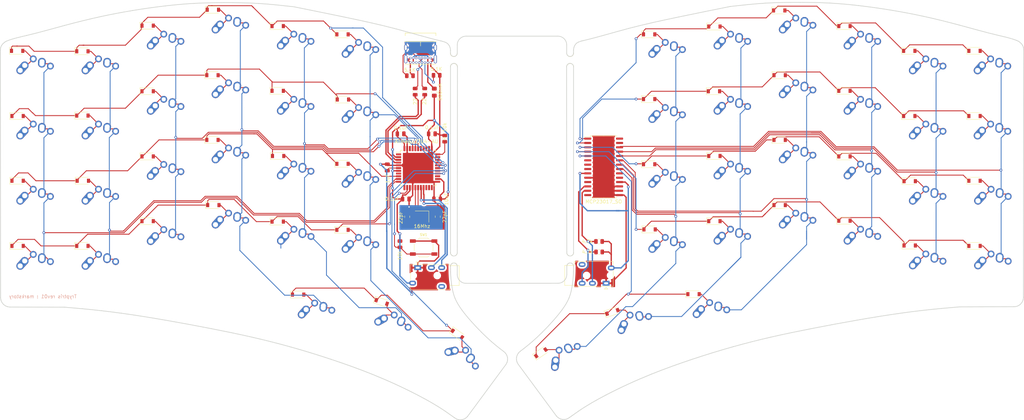
<source format=kicad_pcb>
(kicad_pcb (version 20171130) (host pcbnew 5.1.10)
  (layers (0 F.Cu signal) (31 B.Cu signal) (34 B.Paste user) (35 F.Paste user hide) (36 B.SilkS user) (37 F.SilkS user) (38 B.Mask user) (39 F.Mask user) (44 Edge.Cuts user))
  (net 0 "")
  (net 1 GND)
  (net 2 "Net-(C1-Pad1)")
  (net 3 "Net-(C2-Pad1)")
  (net 4 "Net-(C3-Pad1)")
  (net 5 +5V)
  (net 6 "Net-(D1-Pad2)")
  (net 7 Row0-L)
  (net 8 "Net-(D2-Pad2)")
  (net 9 "Net-(D3-Pad2)")
  (net 10 "Net-(D4-Pad2)")
  (net 11 "Net-(D5-Pad2)")
  (net 12 "Net-(D6-Pad2)")
  (net 13 "Net-(D7-Pad2)")
  (net 14 Row1-L)
  (net 15 "Net-(D8-Pad2)")
  (net 16 "Net-(D9-Pad2)")
  (net 17 "Net-(D10-Pad2)")
  (net 18 "Net-(D11-Pad2)")
  (net 19 "Net-(D12-Pad2)")
  (net 20 "Net-(D13-Pad2)")
  (net 21 Row2-L)
  (net 22 "Net-(D14-Pad2)")
  (net 23 "Net-(D15-Pad2)")
  (net 24 "Net-(D16-Pad2)")
  (net 25 "Net-(D17-Pad2)")
  (net 26 "Net-(D18-Pad2)")
  (net 27 "Net-(D19-Pad2)")
  (net 28 Row3-L)
  (net 29 "Net-(D20-Pad2)")
  (net 30 "Net-(D21-Pad2)")
  (net 31 "Net-(D22-Pad2)")
  (net 32 "Net-(D23-Pad2)")
  (net 33 "Net-(D24-Pad2)")
  (net 34 "Net-(D25-Pad2)")
  (net 35 "Net-(D26-Pad2)")
  (net 36 "Net-(D27-Pad2)")
  (net 37 "Net-(D28-Pad2)")
  (net 38 Row0-R)
  (net 39 "Net-(D29-Pad2)")
  (net 40 "Net-(D30-Pad2)")
  (net 41 "Net-(D31-Pad2)")
  (net 42 "Net-(D32-Pad2)")
  (net 43 "Net-(D33-Pad2)")
  (net 44 "Net-(D34-Pad2)")
  (net 45 Row1-R)
  (net 46 "Net-(D35-Pad2)")
  (net 47 "Net-(D36-Pad2)")
  (net 48 "Net-(D37-Pad2)")
  (net 49 "Net-(D38-Pad2)")
  (net 50 "Net-(D39-Pad2)")
  (net 51 "Net-(D40-Pad2)")
  (net 52 Row2-R)
  (net 53 "Net-(D41-Pad2)")
  (net 54 "Net-(D42-Pad2)")
  (net 55 "Net-(D43-Pad2)")
  (net 56 "Net-(D44-Pad2)")
  (net 57 "Net-(D45-Pad2)")
  (net 58 "Net-(D46-Pad2)")
  (net 59 Row3-R)
  (net 60 "Net-(D47-Pad2)")
  (net 61 "Net-(D48-Pad2)")
  (net 62 "Net-(D49-Pad2)")
  (net 63 "Net-(D50-Pad2)")
  (net 64 "Net-(D51-Pad2)")
  (net 65 "Net-(D52-Pad2)")
  (net 66 Row4-R)
  (net 67 "Net-(D53-Pad2)")
  (net 68 "Net-(D54-Pad2)")
  (net 69 VCC)
  (net 70 "Net-(J1-PadA5)")
  (net 71 "Net-(J1-PadA6)")
  (net 72 "Net-(J1-PadA7)")
  (net 73 "Net-(J1-PadA8)")
  (net 74 "Net-(J1-PadB8)")
  (net 75 "Net-(J1-PadB5)")
  (net 76 SCL-L)
  (net 77 SDA-L)
  (net 78 VBUS)
  (net 79 Col0)
  (net 80 Col1)
  (net 81 Col2)
  (net 82 Col3)
  (net 83 Col4)
  (net 84 Col5)
  (net 85 Col6)
  (net 86 Col7)
  (net 87 Col8)
  (net 88 Col9)
  (net 89 Col10)
  (net 90 Col11)
  (net 91 "Net-(R1-Pad2)")
  (net 92 D-)
  (net 93 D+)
  (net 94 "Net-(R8-Pad2)")
  (net 95 SCL-R)
  (net 96 SDA-R)
  (net 97 "Net-(U1-Pad42)")
  (net 98 "Net-(U1-Pad38)")
  (net 99 "Net-(U1-Pad37)")
  (net 100 "Net-(U1-Pad36)")
  (net 101 "Net-(U1-Pad32)")
  (net 102 "Net-(U1-Pad31)")
  (net 103 Row4-L)
  (net 104 "Net-(U1-Pad22)")
  (net 105 "Net-(U1-Pad12)")
  (net 106 "Net-(U1-Pad8)")
  (net 107 "Net-(U1-Pad1)")
  (net 108 "Net-(U2-Pad28)")
  (net 109 "Net-(U2-Pad27)")
  (net 110 "Net-(U2-Pad20)")
  (net 111 "Net-(U2-Pad19)")
  (net 112 "Net-(U2-Pad14)")
  (net 113 "Net-(U2-Pad11)")
  (net 114 "Net-(U2-Pad8)")
  (net 115 "Net-(U2-Pad7)")
  (net 116 "Net-(U2-Pad6)")
  (net 117 "Net-(U1-Pad25)")
  (net 118 "Net-(U1-Pad21)")
  (net 119 "Net-(U1-Pad20)")
  (net 120 VSS)
  (module Fuse:Fuse_0805_2012Metric_Pad1.15x1.40mm_HandSolder (layer F.Cu) (at 153.289 53.721 90)
    (fp_text reference F1)
    (fp_text value 500mA (at 0 1.65 90) (layer F.SilkS))
    (pad 2 smd roundrect (at 1.025 0 90) (size 1.15 1.4) (layers F.Cu F.Paste F.Mask) (roundrect_rratio 0.217391) (net 69 VCC))
    (pad 1 smd roundrect (at -1.025 0 90) (size 1.15 1.4) (layers F.Cu F.Paste F.Mask) (roundrect_rratio 0.217391) (net 5 +5V))
  )
  (module Diode_SMD:D_SOD-123 (layer F.Cu) (at 228.98 112.776)
    (fp_text reference D54 hide)
    (fp_text value 1N4148W)
    (pad 2 smd rect (at 1.65 0) (size 0.9 1.2) (layers F.Cu F.Paste F.Mask) (net 68 "Net-(D54-Pad2)"))
    (pad 1 smd rect (at -1.65 0) (size 0.9 1.2) (layers F.Cu F.Paste F.Mask) (net 66 Row4-R))
  )
  (module Diode_SMD:D_SOD-123 (layer F.Cu) (at 205.272734 117.967447 18.5)
    (fp_text reference D53 hide)
    (fp_text value 1N4148W)
    (pad 2 smd rect (at 1.65 0 18.5) (size 0.9 1.2) (layers F.Cu F.Paste F.Mask) (net 67 "Net-(D53-Pad2)"))
    (pad 1 smd rect (at -1.65 0 18.5) (size 0.9 1.2) (layers F.Cu F.Paste F.Mask) (net 66 Row4-R))
  )
  (module Diode_SMD:D_SOD-123 (layer F.Cu) (at 184.404 129.921 34.5)
    (fp_text reference D52 hide)
    (fp_text value 1N4148W)
    (pad 2 smd rect (at 1.65 0 34.5) (size 0.9 1.2) (layers F.Cu F.Paste F.Mask) (net 65 "Net-(D52-Pad2)"))
    (pad 1 smd rect (at -1.65 0 34.5) (size 0.9 1.2) (layers F.Cu F.Paste F.Mask) (net 66 Row4-R))
  )
  (module Diode_SMD:D_SOD-123 (layer F.Cu) (at 311.024 98.679)
    (fp_text reference D51 hide)
    (fp_text value 1N4148W)
    (pad 2 smd rect (at 1.65 0) (size 0.9 1.2) (layers F.Cu F.Paste F.Mask) (net 64 "Net-(D51-Pad2)"))
    (pad 1 smd rect (at -1.65 0) (size 0.9 1.2) (layers F.Cu F.Paste F.Mask) (net 59 Row3-R))
  )
  (module Diode_SMD:D_SOD-123 (layer F.Cu) (at 292.099 98.552)
    (fp_text reference D50 hide)
    (fp_text value 1N4148W)
    (pad 2 smd rect (at 1.65 0) (size 0.9 1.2) (layers F.Cu F.Paste F.Mask) (net 63 "Net-(D50-Pad2)"))
    (pad 1 smd rect (at -1.65 0) (size 0.9 1.2) (layers F.Cu F.Paste F.Mask) (net 59 Row3-R))
  )
  (module Diode_SMD:D_SOD-123 (layer F.Cu) (at 273.05 91.313)
    (fp_text reference D49 hide)
    (fp_text value 1N4148W)
    (pad 2 smd rect (at 1.65 0) (size 0.9 1.2) (layers F.Cu F.Paste F.Mask) (net 62 "Net-(D49-Pad2)"))
    (pad 1 smd rect (at -1.65 0) (size 0.9 1.2) (layers F.Cu F.Paste F.Mask) (net 59 Row3-R))
  )
  (module Diode_SMD:D_SOD-123 (layer F.Cu) (at 254.128 86.741)
    (fp_text reference D48 hide)
    (fp_text value 1N4148W)
    (pad 2 smd rect (at 1.65 0) (size 0.9 1.2) (layers F.Cu F.Paste F.Mask) (net 61 "Net-(D48-Pad2)"))
    (pad 1 smd rect (at -1.65 0) (size 0.9 1.2) (layers F.Cu F.Paste F.Mask) (net 59 Row3-R))
  )
  (module Diode_SMD:D_SOD-123 (layer F.Cu) (at 235.076 91.44)
    (fp_text reference D47 hide)
    (fp_text value 1N4148W)
    (pad 2 smd rect (at 1.65 0) (size 0.9 1.2) (layers F.Cu F.Paste F.Mask) (net 60 "Net-(D47-Pad2)"))
    (pad 1 smd rect (at -1.65 0) (size 0.9 1.2) (layers F.Cu F.Paste F.Mask) (net 59 Row3-R))
  )
  (module Diode_SMD:D_SOD-123 (layer F.Cu) (at 216.155 93.853)
    (fp_text reference D46 hide)
    (fp_text value 1N4148W)
    (pad 2 smd rect (at 1.65 0) (size 0.9 1.2) (layers F.Cu F.Paste F.Mask) (net 58 "Net-(D46-Pad2)"))
    (pad 1 smd rect (at -1.65 0) (size 0.9 1.2) (layers F.Cu F.Paste F.Mask) (net 59 Row3-R))
  )
  (module Diode_SMD:D_SOD-123 (layer F.Cu) (at 311.023 79.629)
    (fp_text reference D45 hide)
    (fp_text value 1N4148W)
    (pad 2 smd rect (at 1.65 0) (size 0.9 1.2) (layers F.Cu F.Paste F.Mask) (net 57 "Net-(D45-Pad2)"))
    (pad 1 smd rect (at -1.65 0) (size 0.9 1.2) (layers F.Cu F.Paste F.Mask) (net 52 Row2-R))
  )
  (module Diode_SMD:D_SOD-123 (layer F.Cu) (at 292.101 79.756)
    (fp_text reference D44 hide)
    (fp_text value 1N4148W)
    (pad 2 smd rect (at 1.65 0) (size 0.9 1.2) (layers F.Cu F.Paste F.Mask) (net 56 "Net-(D44-Pad2)"))
    (pad 1 smd rect (at -1.65 0) (size 0.9 1.2) (layers F.Cu F.Paste F.Mask) (net 52 Row2-R))
  )
  (module Diode_SMD:D_SOD-123 (layer F.Cu) (at 273.05 72.517)
    (fp_text reference D43 hide)
    (fp_text value 1N4148W)
    (pad 2 smd rect (at 1.65 0) (size 0.9 1.2) (layers F.Cu F.Paste F.Mask) (net 55 "Net-(D43-Pad2)"))
    (pad 1 smd rect (at -1.65 0) (size 0.9 1.2) (layers F.Cu F.Paste F.Mask) (net 52 Row2-R))
  )
  (module Diode_SMD:D_SOD-123 (layer F.Cu) (at 254.127 67.691)
    (fp_text reference D42 hide)
    (fp_text value 1N4148W)
    (pad 2 smd rect (at 1.65 0) (size 0.9 1.2) (layers F.Cu F.Paste F.Mask) (net 54 "Net-(D42-Pad2)"))
    (pad 1 smd rect (at -1.65 0) (size 0.9 1.2) (layers F.Cu F.Paste F.Mask) (net 52 Row2-R))
  )
  (module Diode_SMD:D_SOD-123 (layer F.Cu) (at 235.077 72.39)
    (fp_text reference D41 hide)
    (fp_text value 1N4148W)
    (pad 2 smd rect (at 1.65 0) (size 0.9 1.2) (layers F.Cu F.Paste F.Mask) (net 53 "Net-(D41-Pad2)"))
    (pad 1 smd rect (at -1.65 0) (size 0.9 1.2) (layers F.Cu F.Paste F.Mask) (net 52 Row2-R))
  )
  (module Diode_SMD:D_SOD-123 (layer F.Cu) (at 216.027 74.803)
    (fp_text reference D40 hide)
    (fp_text value 1N4148W)
    (pad 2 smd rect (at 1.65 0) (size 0.9 1.2) (layers F.Cu F.Paste F.Mask) (net 51 "Net-(D40-Pad2)"))
    (pad 1 smd rect (at -1.65 0) (size 0.9 1.2) (layers F.Cu F.Paste F.Mask) (net 52 Row2-R))
  )
  (module Diode_SMD:D_SOD-123 (layer F.Cu) (at 311.023 60.706)
    (fp_text reference D39 hide)
    (fp_text value 1N4148W)
    (pad 2 smd rect (at 1.65 0) (size 0.9 1.2) (layers F.Cu F.Paste F.Mask) (net 50 "Net-(D39-Pad2)"))
    (pad 1 smd rect (at -1.65 0) (size 0.9 1.2) (layers F.Cu F.Paste F.Mask) (net 45 Row1-R))
  )
  (module Diode_SMD:D_SOD-123 (layer F.Cu) (at 291.973 60.706)
    (fp_text reference D38 hide)
    (fp_text value 1N4148W)
    (pad 2 smd rect (at 1.65 0) (size 0.9 1.2) (layers F.Cu F.Paste F.Mask) (net 49 "Net-(D38-Pad2)"))
    (pad 1 smd rect (at -1.65 0) (size 0.9 1.2) (layers F.Cu F.Paste F.Mask) (net 45 Row1-R))
  )
  (module Diode_SMD:D_SOD-123 (layer F.Cu) (at 273.05 53.34)
    (fp_text reference D37 hide)
    (fp_text value 1N4148W)
    (pad 2 smd rect (at 1.65 0) (size 0.9 1.2) (layers F.Cu F.Paste F.Mask) (net 48 "Net-(D37-Pad2)"))
    (pad 1 smd rect (at -1.65 0) (size 0.9 1.2) (layers F.Cu F.Paste F.Mask) (net 45 Row1-R))
  )
  (module Diode_SMD:D_SOD-123 (layer F.Cu) (at 254.127 48.768)
    (fp_text reference D36 hide)
    (fp_text value 1N4148W)
    (pad 2 smd rect (at 1.65 0) (size 0.9 1.2) (layers F.Cu F.Paste F.Mask) (net 47 "Net-(D36-Pad2)"))
    (pad 1 smd rect (at -1.65 0) (size 0.9 1.2) (layers F.Cu F.Paste F.Mask) (net 45 Row1-R))
  )
  (module Diode_SMD:D_SOD-123 (layer F.Cu) (at 234.95 53.467)
    (fp_text reference D35 hide)
    (fp_text value 1N4148W)
    (pad 2 smd rect (at 1.65 0) (size 0.9 1.2) (layers F.Cu F.Paste F.Mask) (net 46 "Net-(D35-Pad2)"))
    (pad 1 smd rect (at -1.65 0) (size 0.9 1.2) (layers F.Cu F.Paste F.Mask) (net 45 Row1-R))
  )
  (module Diode_SMD:D_SOD-123 (layer F.Cu) (at 216.027 55.753)
    (fp_text reference D34 hide)
    (fp_text value 1N4148W)
    (pad 2 smd rect (at 1.65 0) (size 0.9 1.2) (layers F.Cu F.Paste F.Mask) (net 44 "Net-(D34-Pad2)"))
    (pad 1 smd rect (at -1.65 0) (size 0.9 1.2) (layers F.Cu F.Paste F.Mask) (net 45 Row1-R))
  )
  (module Diode_SMD:D_SOD-123 (layer F.Cu) (at 311.023 41.656)
    (fp_text reference D33 hide)
    (fp_text value 1N4148W)
    (pad 2 smd rect (at 1.65 0) (size 0.9 1.2) (layers F.Cu F.Paste F.Mask) (net 43 "Net-(D33-Pad2)"))
    (pad 1 smd rect (at -1.65 0) (size 0.9 1.2) (layers F.Cu F.Paste F.Mask) (net 38 Row0-R))
  )
  (module Diode_SMD:D_SOD-123 (layer F.Cu) (at 291.973 41.656)
    (fp_text reference D32 hide)
    (fp_text value 1N4148W)
    (pad 2 smd rect (at 1.65 0) (size 0.9 1.2) (layers F.Cu F.Paste F.Mask) (net 42 "Net-(D32-Pad2)"))
    (pad 1 smd rect (at -1.65 0) (size 0.9 1.2) (layers F.Cu F.Paste F.Mask) (net 38 Row0-R))
  )
  (module Diode_SMD:D_SOD-123 (layer F.Cu) (at 273.05 34.417)
    (fp_text reference D31 hide)
    (fp_text value 1N4148W)
    (pad 2 smd rect (at 1.65 0) (size 0.9 1.2) (layers F.Cu F.Paste F.Mask) (net 41 "Net-(D31-Pad2)"))
    (pad 1 smd rect (at -1.65 0) (size 0.9 1.2) (layers F.Cu F.Paste F.Mask) (net 38 Row0-R))
  )
  (module Diode_SMD:D_SOD-123 (layer F.Cu) (at 254 29.845)
    (fp_text reference D30 hide)
    (fp_text value 1N4148W)
    (pad 2 smd rect (at 1.65 0) (size 0.9 1.2) (layers F.Cu F.Paste F.Mask) (net 40 "Net-(D30-Pad2)"))
    (pad 1 smd rect (at -1.65 0) (size 0.9 1.2) (layers F.Cu F.Paste F.Mask) (net 38 Row0-R))
  )
  (module Diode_SMD:D_SOD-123 (layer F.Cu) (at 235.077 34.544)
    (fp_text reference D29 hide)
    (fp_text value 1N4148W)
    (pad 2 smd rect (at 1.65 0) (size 0.9 1.2) (layers F.Cu F.Paste F.Mask) (net 39 "Net-(D29-Pad2)"))
    (pad 1 smd rect (at -1.65 0) (size 0.9 1.2) (layers F.Cu F.Paste F.Mask) (net 38 Row0-R))
  )
  (module Diode_SMD:D_SOD-123 (layer F.Cu) (at 216.027 36.83)
    (fp_text reference D28 hide)
    (fp_text value 1N4148W)
    (pad 2 smd rect (at 1.65 0) (size 0.9 1.2) (layers F.Cu F.Paste F.Mask) (net 37 "Net-(D28-Pad2)"))
    (pad 1 smd rect (at -1.65 0) (size 0.9 1.2) (layers F.Cu F.Paste F.Mask) (net 38 Row0-R))
  )
  (module Diode_SMD:D_SOD-123 (layer F.Cu) (at 160.02 124.46 324.5)
    (fp_text reference D27 hide)
    (fp_text value 1N4148W)
    (pad 2 smd rect (at 1.65 0 324.5) (size 0.9 1.2) (layers F.Cu F.Paste F.Mask) (net 36 "Net-(D27-Pad2)"))
    (pad 1 smd rect (at -1.65 0 324.5) (size 0.9 1.2) (layers F.Cu F.Paste F.Mask) (net 103 Row4-L))
  )
  (module Diode_SMD:D_SOD-123 (layer F.Cu) (at 137.922 115.062 341.5)
    (fp_text reference D26 hide)
    (fp_text value 1N4148W)
    (pad 2 smd rect (at 1.65 0 341.5) (size 0.9 1.2) (layers F.Cu F.Paste F.Mask) (net 35 "Net-(D26-Pad2)"))
    (pad 1 smd rect (at -1.65 0 341.5) (size 0.9 1.2) (layers F.Cu F.Paste F.Mask) (net 103 Row4-L))
  )
  (module Diode_SMD:D_SOD-123 (layer F.Cu) (at 113.538 112.903)
    (fp_text reference D25 hide)
    (fp_text value 1N4148W)
    (pad 2 smd rect (at 1.65 0) (size 0.9 1.2) (layers F.Cu F.Paste F.Mask) (net 34 "Net-(D25-Pad2)"))
    (pad 1 smd rect (at -1.65 0) (size 0.9 1.2) (layers F.Cu F.Paste F.Mask) (net 103 Row4-L))
  )
  (module Diode_SMD:D_SOD-123 (layer F.Cu) (at 126.492 93.98)
    (fp_text reference D24 hide)
    (fp_text value 1N4148W)
    (pad 2 smd rect (at 1.65 0) (size 0.9 1.2) (layers F.Cu F.Paste F.Mask) (net 33 "Net-(D24-Pad2)"))
    (pad 1 smd rect (at -1.65 0) (size 0.9 1.2) (layers F.Cu F.Paste F.Mask) (net 28 Row3-L))
  )
  (module Diode_SMD:D_SOD-123 (layer F.Cu) (at 107.569 91.567)
    (fp_text reference D23 hide)
    (fp_text value 1N4148W)
    (pad 2 smd rect (at 1.65 0) (size 0.9 1.2) (layers F.Cu F.Paste F.Mask) (net 32 "Net-(D23-Pad2)"))
    (pad 1 smd rect (at -1.65 0) (size 0.9 1.2) (layers F.Cu F.Paste F.Mask) (net 28 Row3-L))
  )
  (module Diode_SMD:D_SOD-123 (layer F.Cu) (at 88.772 86.741)
    (fp_text reference D22 hide)
    (fp_text value 1N4148W)
    (pad 2 smd rect (at 1.65 0) (size 0.9 1.2) (layers F.Cu F.Paste F.Mask) (net 31 "Net-(D22-Pad2)"))
    (pad 1 smd rect (at -1.65 0) (size 0.9 1.2) (layers F.Cu F.Paste F.Mask) (net 28 Row3-L))
  )
  (module Diode_SMD:D_SOD-123 (layer F.Cu) (at 69.596 91.44)
    (fp_text reference D21 hide)
    (fp_text value 1N4148W)
    (pad 2 smd rect (at 1.65 0) (size 0.9 1.2) (layers F.Cu F.Paste F.Mask) (net 30 "Net-(D21-Pad2)"))
    (pad 1 smd rect (at -1.65 0) (size 0.9 1.2) (layers F.Cu F.Paste F.Mask) (net 28 Row3-L))
  )
  (module Diode_SMD:D_SOD-123 (layer F.Cu) (at 50.546 98.679)
    (fp_text reference D20 hide)
    (fp_text value 1N4148W)
    (pad 2 smd rect (at 1.65 0) (size 0.9 1.2) (layers F.Cu F.Paste F.Mask) (net 29 "Net-(D20-Pad2)"))
    (pad 1 smd rect (at -1.65 0) (size 0.9 1.2) (layers F.Cu F.Paste F.Mask) (net 28 Row3-L))
  )
  (module Diode_SMD:D_SOD-123 (layer F.Cu) (at 31.623 98.679)
    (fp_text reference D19 hide)
    (fp_text value 1N4148W)
    (pad 2 smd rect (at 1.65 0) (size 0.9 1.2) (layers F.Cu F.Paste F.Mask) (net 27 "Net-(D19-Pad2)"))
    (pad 1 smd rect (at -1.65 0) (size 0.9 1.2) (layers F.Cu F.Paste F.Mask) (net 28 Row3-L))
  )
  (module Diode_SMD:D_SOD-123 (layer F.Cu) (at 126.492 74.676)
    (fp_text reference D18 hide)
    (fp_text value 1N4148W)
    (pad 2 smd rect (at 1.65 0) (size 0.9 1.2) (layers F.Cu F.Paste F.Mask) (net 26 "Net-(D18-Pad2)"))
    (pad 1 smd rect (at -1.65 0) (size 0.9 1.2) (layers F.Cu F.Paste F.Mask) (net 21 Row2-L))
  )
  (module Diode_SMD:D_SOD-123 (layer F.Cu) (at 107.696 72.39)
    (fp_text reference D17 hide)
    (fp_text value 1N4148W)
    (pad 2 smd rect (at 1.65 0) (size 0.9 1.2) (layers F.Cu F.Paste F.Mask) (net 25 "Net-(D17-Pad2)"))
    (pad 1 smd rect (at -1.65 0) (size 0.9 1.2) (layers F.Cu F.Paste F.Mask) (net 21 Row2-L))
  )
  (module Diode_SMD:D_SOD-123 (layer F.Cu) (at 88.519 67.691)
    (fp_text reference D16 hide)
    (fp_text value 1N4148W)
    (pad 2 smd rect (at 1.65 0) (size 0.9 1.2) (layers F.Cu F.Paste F.Mask) (net 24 "Net-(D16-Pad2)"))
    (pad 1 smd rect (at -1.65 0) (size 0.9 1.2) (layers F.Cu F.Paste F.Mask) (net 21 Row2-L))
  )
  (module Diode_SMD:D_SOD-123 (layer F.Cu) (at 69.596 72.517)
    (fp_text reference D15 hide)
    (fp_text value 1N4148W)
    (pad 2 smd rect (at 1.65 0) (size 0.9 1.2) (layers F.Cu F.Paste F.Mask) (net 23 "Net-(D15-Pad2)"))
    (pad 1 smd rect (at -1.65 0) (size 0.9 1.2) (layers F.Cu F.Paste F.Mask) (net 21 Row2-L))
  )
  (module Diode_SMD:D_SOD-123 (layer F.Cu) (at 50.673 79.629)
    (fp_text reference D14 hide)
    (fp_text value 1N4148W)
    (pad 2 smd rect (at 1.65 0) (size 0.9 1.2) (layers F.Cu F.Paste F.Mask) (net 22 "Net-(D14-Pad2)"))
    (pad 1 smd rect (at -1.65 0) (size 0.9 1.2) (layers F.Cu F.Paste F.Mask) (net 21 Row2-L))
  )
  (module Diode_SMD:D_SOD-123 (layer F.Cu) (at 31.623 79.629)
    (fp_text reference D13 hide)
    (fp_text value 1N4148W)
    (pad 2 smd rect (at 1.65 0) (size 0.9 1.2) (layers F.Cu F.Paste F.Mask) (net 20 "Net-(D13-Pad2)"))
    (pad 1 smd rect (at -1.65 0) (size 0.9 1.2) (layers F.Cu F.Paste F.Mask) (net 21 Row2-L))
  )
  (module Diode_SMD:D_SOD-123 (layer F.Cu) (at 126.619 55.88)
    (fp_text reference D12 hide)
    (fp_text value 1N4148W)
    (pad 2 smd rect (at 1.65 0) (size 0.9 1.2) (layers F.Cu F.Paste F.Mask) (net 19 "Net-(D12-Pad2)"))
    (pad 1 smd rect (at -1.65 0) (size 0.9 1.2) (layers F.Cu F.Paste F.Mask) (net 14 Row1-L))
  )
  (module Diode_SMD:D_SOD-123 (layer F.Cu) (at 107.568 53.34)
    (fp_text reference D11 hide)
    (fp_text value 1N4148W)
    (pad 2 smd rect (at 1.65 0) (size 0.9 1.2) (layers F.Cu F.Paste F.Mask) (net 18 "Net-(D11-Pad2)"))
    (pad 1 smd rect (at -1.65 0) (size 0.9 1.2) (layers F.Cu F.Paste F.Mask) (net 14 Row1-L))
  )
  (module Diode_SMD:D_SOD-123 (layer F.Cu) (at 88.519 48.768)
    (fp_text reference D10 hide)
    (fp_text value 1N4148W)
    (pad 2 smd rect (at 1.65 0) (size 0.9 1.2) (layers F.Cu F.Paste F.Mask) (net 17 "Net-(D10-Pad2)"))
    (pad 1 smd rect (at -1.65 0) (size 0.9 1.2) (layers F.Cu F.Paste F.Mask) (net 14 Row1-L))
  )
  (module Diode_SMD:D_SOD-123 (layer F.Cu) (at 69.596 53.467)
    (fp_text reference D9 hide)
    (fp_text value 1N4148W)
    (pad 2 smd rect (at 1.65 0) (size 0.9 1.2) (layers F.Cu F.Paste F.Mask) (net 16 "Net-(D9-Pad2)"))
    (pad 1 smd rect (at -1.65 0) (size 0.9 1.2) (layers F.Cu F.Paste F.Mask) (net 14 Row1-L))
  )
  (module Diode_SMD:D_SOD-123 (layer F.Cu) (at 50.545 60.579)
    (fp_text reference D8 hide)
    (fp_text value 1N4148W)
    (pad 2 smd rect (at 1.65 0) (size 0.9 1.2) (layers F.Cu F.Paste F.Mask) (net 15 "Net-(D8-Pad2)"))
    (pad 1 smd rect (at -1.65 0) (size 0.9 1.2) (layers F.Cu F.Paste F.Mask) (net 14 Row1-L))
  )
  (module Diode_SMD:D_SOD-123 (layer F.Cu) (at 31.623 60.706)
    (fp_text reference D7 hide)
    (fp_text value 1N4148W)
    (pad 2 smd rect (at 1.65 0) (size 0.9 1.2) (layers F.Cu F.Paste F.Mask) (net 13 "Net-(D7-Pad2)"))
    (pad 1 smd rect (at -1.65 0) (size 0.9 1.2) (layers F.Cu F.Paste F.Mask) (net 14 Row1-L))
  )
  (module Diode_SMD:D_SOD-123 (layer F.Cu) (at 126.491 36.83)
    (fp_text reference D6 hide)
    (fp_text value 1N4148W)
    (pad 2 smd rect (at 1.65 0) (size 0.9 1.2) (layers F.Cu F.Paste F.Mask) (net 12 "Net-(D6-Pad2)"))
    (pad 1 smd rect (at -1.65 0) (size 0.9 1.2) (layers F.Cu F.Paste F.Mask) (net 7 Row0-L))
  )
  (module Diode_SMD:D_SOD-123 (layer F.Cu) (at 107.565 34.417)
    (fp_text reference D5 hide)
    (fp_text value 1N4148W)
    (pad 2 smd rect (at 1.65 0) (size 0.9 1.2) (layers F.Cu F.Paste F.Mask) (net 11 "Net-(D5-Pad2)"))
    (pad 1 smd rect (at -1.65 0) (size 0.9 1.2) (layers F.Cu F.Paste F.Mask) (net 7 Row0-L))
  )
  (module Diode_SMD:D_SOD-123 (layer F.Cu) (at 88.646 29.638)
    (fp_text reference D4 hide)
    (fp_text value 1N4148W)
    (pad 2 smd rect (at 1.65 0) (size 0.9 1.2) (layers F.Cu F.Paste F.Mask) (net 10 "Net-(D4-Pad2)"))
    (pad 1 smd rect (at -1.65 0) (size 0.9 1.2) (layers F.Cu F.Paste F.Mask) (net 7 Row0-L))
  )
  (module Diode_SMD:D_SOD-123 (layer F.Cu) (at 69.596 34.29)
    (fp_text reference D3 hide)
    (fp_text value 1N4148W)
    (pad 2 smd rect (at 1.65 0) (size 0.9 1.2) (layers F.Cu F.Paste F.Mask) (net 9 "Net-(D3-Pad2)"))
    (pad 1 smd rect (at -1.65 0) (size 0.9 1.2) (layers F.Cu F.Paste F.Mask) (net 7 Row0-L))
  )
  (module Diode_SMD:D_SOD-123 (layer F.Cu) (at 50.545 41.783)
    (fp_text reference D2 hide)
    (fp_text value 1N4148W)
    (pad 2 smd rect (at 1.65 0) (size 0.9 1.2) (layers F.Cu F.Paste F.Mask) (net 8 "Net-(D2-Pad2)"))
    (pad 1 smd rect (at -1.65 0) (size 0.9 1.2) (layers F.Cu F.Paste F.Mask) (net 7 Row0-L))
  )
  (module Diode_SMD:D_SOD-123 (layer F.Cu) (at 31.495 41.656)
    (fp_text reference D1 hide)
    (fp_text value 1N4148W)
    (pad 2 smd rect (at 1.65 0) (size 0.9 1.2) (layers F.Cu F.Paste F.Mask) (net 6 "Net-(D1-Pad2)"))
    (pad 1 smd rect (at -1.65 0) (size 0.9 1.2) (layers F.Cu F.Paste F.Mask) (net 7 Row0-L))
  )
  (module Keebio-Parts:MX-Alps-Choc-1U-NoLED (layer F.Cu) (at 220.726 83.058)
    (fp_text reference MX40 hide)
    (fp_text value K2_6)
    (pad "" np_thru_hole circle (at -5.22 4.2 48.1) (size 1.2 1.2) (drill 1.2) (layers *.Cu *.Mask))
    (pad "" np_thru_hole circle (at 5.5 0 48.1) (size 1.7 1.7) (drill 1.7) (layers *.Cu *.Mask))
    (pad "" np_thru_hole circle (at -5.5 0 48.1) (size 1.7 1.7) (drill 1.7) (layers *.Cu *.Mask))
    (pad 2 thru_hole circle (at 0 -5.9) (size 2 2) (drill 1.2) (layers *.Cu *.Mask) (net 51 "Net-(D40-Pad2)"))
    (pad 1 thru_hole circle (at 5 -3.8) (size 2 2) (drill 1.2) (layers *.Cu *.Mask) (net 85 Col6))
    (pad "" np_thru_hole circle (at 5.08 0 48.0996) (size 1.75 1.75) (drill 1.75) (layers *.Cu *.Mask))
    (pad "" np_thru_hole circle (at -5.08 0 48.0996) (size 1.75 1.75) (drill 1.75) (layers *.Cu *.Mask))
    (pad 2 thru_hole circle (at -2.5 -4) (size 2.25 2.25) (drill 1.47) (layers *.Cu *.Mask) (net 51 "Net-(D40-Pad2)"))
    (pad "" np_thru_hole circle (at 0 0) (size 3.9878 3.9878) (drill 3.9878) (layers *.Cu *.Mask))
    (pad 2 thru_hole oval (at -3.81 -2.54 48.1) (size 4.211556 2.25) (drill 1.47 (offset 0.980778 0)) (layers *.Cu *.Mask) (net 51 "Net-(D40-Pad2)"))
    (pad 1 thru_hole circle (at 2.54 -5.08) (size 2.25 2.25) (drill 1.47) (layers *.Cu *.Mask) (net 85 Col6))
    (pad 1 thru_hole oval (at 2.5 -4.5 86.1) (size 2.831378 2.25) (drill 1.47 (offset 0.290689 0)) (layers *.Cu *.Mask) (net 85 Col6))
  )
  (module Keebio-Parts:MX-Alps-Choc-1U-NoLED (layer F.Cu) (at 55.245 68.961)
    (fp_text reference MX8 hide)
    (fp_text value K1_1)
    (pad "" np_thru_hole circle (at -5.22 4.2 48.1) (size 1.2 1.2) (drill 1.2) (layers *.Cu *.Mask))
    (pad "" np_thru_hole circle (at 5.5 0 48.1) (size 1.7 1.7) (drill 1.7) (layers *.Cu *.Mask))
    (pad "" np_thru_hole circle (at -5.5 0 48.1) (size 1.7 1.7) (drill 1.7) (layers *.Cu *.Mask))
    (pad 2 thru_hole circle (at 0 -5.9) (size 2 2) (drill 1.2) (layers *.Cu *.Mask) (net 15 "Net-(D8-Pad2)"))
    (pad 1 thru_hole circle (at 5 -3.8) (size 2 2) (drill 1.2) (layers *.Cu *.Mask) (net 80 Col1))
    (pad "" np_thru_hole circle (at 5.08 0 48.0996) (size 1.75 1.75) (drill 1.75) (layers *.Cu *.Mask))
    (pad "" np_thru_hole circle (at -5.08 0 48.0996) (size 1.75 1.75) (drill 1.75) (layers *.Cu *.Mask))
    (pad 2 thru_hole circle (at -2.5 -4) (size 2.25 2.25) (drill 1.47) (layers *.Cu *.Mask) (net 15 "Net-(D8-Pad2)"))
    (pad "" np_thru_hole circle (at 0 0) (size 3.9878 3.9878) (drill 3.9878) (layers *.Cu *.Mask))
    (pad 2 thru_hole oval (at -3.81 -2.54 48.1) (size 4.211556 2.25) (drill 1.47 (offset 0.980778 0)) (layers *.Cu *.Mask) (net 15 "Net-(D8-Pad2)"))
    (pad 1 thru_hole circle (at 2.54 -5.08) (size 2.25 2.25) (drill 1.47) (layers *.Cu *.Mask) (net 80 Col1))
    (pad 1 thru_hole oval (at 2.5 -4.5 86.1) (size 2.831378 2.25) (drill 1.47 (offset 0.290689 0)) (layers *.Cu *.Mask) (net 80 Col1))
  )
  (module Keebio-Parts:SW_SPST_TL3342 (layer F.Cu) (at 150.166 99.151)
    (fp_text reference SW1 (at 0 -3.75) (layer F.SilkS) (effects (font (size 0.7 0.7))))
    (fp_text value Reset)
    (pad 1 smd rect (at -3.15 -1.9) (size 1.7 1) (layers F.Cu F.Paste F.Mask) (net 1 GND))
    (pad 1 smd rect (at 3.15 -1.9) (size 1.7 1) (layers F.Cu F.Paste F.Mask) (net 1 GND))
    (pad 2 smd rect (at -3.15 1.9) (size 1.7 1) (layers F.Cu F.Paste F.Mask) (net 91 "Net-(R1-Pad2)"))
    (pad 2 smd rect (at 3.15 1.9) (size 1.7 1) (layers F.Cu F.Paste F.Mask) (net 91 "Net-(R1-Pad2)"))
  )
  (module Keebio-Parts:MX-Alps-Choc-1U-NoLED (layer F.Cu) (at 233.68 121.158)
    (fp_text reference MX54 hide)
    (fp_text value K4_8)
    (pad "" np_thru_hole circle (at -5.22 4.2 48.1) (size 1.2 1.2) (drill 1.2) (layers *.Cu *.Mask))
    (pad "" np_thru_hole circle (at 5.5 0 48.1) (size 1.7 1.7) (drill 1.7) (layers *.Cu *.Mask))
    (pad "" np_thru_hole circle (at -5.5 0 48.1) (size 1.7 1.7) (drill 1.7) (layers *.Cu *.Mask))
    (pad 2 thru_hole circle (at 0 -5.9) (size 2 2) (drill 1.2) (layers *.Cu *.Mask) (net 68 "Net-(D54-Pad2)"))
    (pad 1 thru_hole circle (at 5 -3.8) (size 2 2) (drill 1.2) (layers *.Cu *.Mask) (net 87 Col8))
    (pad "" np_thru_hole circle (at 5.08 0 48.0996) (size 1.75 1.75) (drill 1.75) (layers *.Cu *.Mask))
    (pad "" np_thru_hole circle (at -5.08 0 48.0996) (size 1.75 1.75) (drill 1.75) (layers *.Cu *.Mask))
    (pad 2 thru_hole circle (at -2.5 -4) (size 2.25 2.25) (drill 1.47) (layers *.Cu *.Mask) (net 68 "Net-(D54-Pad2)"))
    (pad "" np_thru_hole circle (at 0 0) (size 3.9878 3.9878) (drill 3.9878) (layers *.Cu *.Mask))
    (pad 2 thru_hole oval (at -3.81 -2.54 48.1) (size 4.211556 2.25) (drill 1.47 (offset 0.980778 0)) (layers *.Cu *.Mask) (net 68 "Net-(D54-Pad2)"))
    (pad 1 thru_hole circle (at 2.54 -5.08) (size 2.25 2.25) (drill 1.47) (layers *.Cu *.Mask) (net 87 Col8))
    (pad 1 thru_hole oval (at 2.5 -4.5 86.1) (size 2.831378 2.25) (drill 1.47 (offset 0.290689 0)) (layers *.Cu *.Mask) (net 87 Col8))
  )
  (module Keebio-Parts:MX-Alps-Choc-1U-NoLED (layer F.Cu) (at 212.309166 124.495438 18.5)
    (fp_text reference MX53 hide)
    (fp_text value K4_7)
    (pad "" np_thru_hole circle (at -5.22 4.2 66.6) (size 1.2 1.2) (drill 1.2) (layers *.Cu *.Mask))
    (pad "" np_thru_hole circle (at 5.5 0 66.6) (size 1.7 1.7) (drill 1.7) (layers *.Cu *.Mask))
    (pad "" np_thru_hole circle (at -5.5 0 66.6) (size 1.7 1.7) (drill 1.7) (layers *.Cu *.Mask))
    (pad 2 thru_hole circle (at 0 -5.9 18.5) (size 2 2) (drill 1.2) (layers *.Cu *.Mask) (net 67 "Net-(D53-Pad2)"))
    (pad 1 thru_hole circle (at 5 -3.8 18.5) (size 2 2) (drill 1.2) (layers *.Cu *.Mask) (net 86 Col7))
    (pad "" np_thru_hole circle (at 5.08 0 66.5996) (size 1.75 1.75) (drill 1.75) (layers *.Cu *.Mask))
    (pad "" np_thru_hole circle (at -5.08 0 66.5996) (size 1.75 1.75) (drill 1.75) (layers *.Cu *.Mask))
    (pad 2 thru_hole circle (at -2.5 -4 18.5) (size 2.25 2.25) (drill 1.47) (layers *.Cu *.Mask) (net 67 "Net-(D53-Pad2)"))
    (pad "" np_thru_hole circle (at 0 0 18.5) (size 3.9878 3.9878) (drill 3.9878) (layers *.Cu *.Mask))
    (pad 2 thru_hole oval (at -3.81 -2.54 66.6) (size 4.211556 2.25) (drill 1.47 (offset 0.980778 0)) (layers *.Cu *.Mask) (net 67 "Net-(D53-Pad2)"))
    (pad 1 thru_hole circle (at 2.54 -5.08 18.5) (size 2.25 2.25) (drill 1.47) (layers *.Cu *.Mask) (net 86 Col7))
    (pad 1 thru_hole oval (at 2.5 -4.5 104.6) (size 2.831378 2.25) (drill 1.47 (offset 0.290689 0)) (layers *.Cu *.Mask) (net 86 Col7))
  )
  (module Keebio-Parts:MX-Alps-Choc-1U-NoLED (layer F.Cu) (at 193.062063 134.022233 34.5)
    (fp_text reference MX52 hide)
    (fp_text value K4_6)
    (pad "" np_thru_hole circle (at -5.22 4.2 82.6) (size 1.2 1.2) (drill 1.2) (layers *.Cu *.Mask))
    (pad "" np_thru_hole circle (at 5.5 0 82.6) (size 1.7 1.7) (drill 1.7) (layers *.Cu *.Mask))
    (pad "" np_thru_hole circle (at -5.5 0 82.6) (size 1.7 1.7) (drill 1.7) (layers *.Cu *.Mask))
    (pad 2 thru_hole circle (at 0 -5.9 34.5) (size 2 2) (drill 1.2) (layers *.Cu *.Mask) (net 65 "Net-(D52-Pad2)"))
    (pad 1 thru_hole circle (at 5 -3.8 34.5) (size 2 2) (drill 1.2) (layers *.Cu *.Mask) (net 85 Col6))
    (pad "" np_thru_hole circle (at 5.08 0 82.5996) (size 1.75 1.75) (drill 1.75) (layers *.Cu *.Mask))
    (pad "" np_thru_hole circle (at -5.08 0 82.5996) (size 1.75 1.75) (drill 1.75) (layers *.Cu *.Mask))
    (pad 2 thru_hole circle (at -2.5 -4 34.5) (size 2.25 2.25) (drill 1.47) (layers *.Cu *.Mask) (net 65 "Net-(D52-Pad2)"))
    (pad "" np_thru_hole circle (at 0 0 34.5) (size 3.9878 3.9878) (drill 3.9878) (layers *.Cu *.Mask))
    (pad 2 thru_hole oval (at -3.81 -2.54 82.6) (size 4.211556 2.25) (drill 1.47 (offset 0.980778 0)) (layers *.Cu *.Mask) (net 65 "Net-(D52-Pad2)"))
    (pad 1 thru_hole circle (at 2.54 -5.08 34.5) (size 2.25 2.25) (drill 1.47) (layers *.Cu *.Mask) (net 85 Col6))
    (pad 1 thru_hole oval (at 2.5 -4.5 120.6) (size 2.831378 2.25) (drill 1.47 (offset 0.290689 0)) (layers *.Cu *.Mask) (net 85 Col6))
  )
  (module Keebio-Parts:MX-Alps-Choc-1U-NoLED (layer F.Cu) (at 315.849 106.934)
    (fp_text reference MX51 hide)
    (fp_text value K3_11)
    (pad "" np_thru_hole circle (at -5.22 4.2 48.1) (size 1.2 1.2) (drill 1.2) (layers *.Cu *.Mask))
    (pad "" np_thru_hole circle (at 5.5 0 48.1) (size 1.7 1.7) (drill 1.7) (layers *.Cu *.Mask))
    (pad "" np_thru_hole circle (at -5.5 0 48.1) (size 1.7 1.7) (drill 1.7) (layers *.Cu *.Mask))
    (pad 2 thru_hole circle (at 0 -5.9) (size 2 2) (drill 1.2) (layers *.Cu *.Mask) (net 64 "Net-(D51-Pad2)"))
    (pad 1 thru_hole circle (at 5 -3.8) (size 2 2) (drill 1.2) (layers *.Cu *.Mask) (net 90 Col11))
    (pad "" np_thru_hole circle (at 5.08 0 48.0996) (size 1.75 1.75) (drill 1.75) (layers *.Cu *.Mask))
    (pad "" np_thru_hole circle (at -5.08 0 48.0996) (size 1.75 1.75) (drill 1.75) (layers *.Cu *.Mask))
    (pad 2 thru_hole circle (at -2.5 -4) (size 2.25 2.25) (drill 1.47) (layers *.Cu *.Mask) (net 64 "Net-(D51-Pad2)"))
    (pad "" np_thru_hole circle (at 0 0) (size 3.9878 3.9878) (drill 3.9878) (layers *.Cu *.Mask))
    (pad 2 thru_hole oval (at -3.81 -2.54 48.1) (size 4.211556 2.25) (drill 1.47 (offset 0.980778 0)) (layers *.Cu *.Mask) (net 64 "Net-(D51-Pad2)"))
    (pad 1 thru_hole circle (at 2.54 -5.08) (size 2.25 2.25) (drill 1.47) (layers *.Cu *.Mask) (net 90 Col11))
    (pad 1 thru_hole oval (at 2.5 -4.5 86.1) (size 2.831378 2.25) (drill 1.47 (offset 0.290689 0)) (layers *.Cu *.Mask) (net 90 Col11))
  )
  (module Keebio-Parts:MX-Alps-Choc-1U-NoLED (layer F.Cu) (at 296.799 106.934)
    (fp_text reference MX50 hide)
    (fp_text value K3_10)
    (pad "" np_thru_hole circle (at -5.22 4.2 48.1) (size 1.2 1.2) (drill 1.2) (layers *.Cu *.Mask))
    (pad "" np_thru_hole circle (at 5.5 0 48.1) (size 1.7 1.7) (drill 1.7) (layers *.Cu *.Mask))
    (pad "" np_thru_hole circle (at -5.5 0 48.1) (size 1.7 1.7) (drill 1.7) (layers *.Cu *.Mask))
    (pad 2 thru_hole circle (at 0 -5.9) (size 2 2) (drill 1.2) (layers *.Cu *.Mask) (net 63 "Net-(D50-Pad2)"))
    (pad 1 thru_hole circle (at 5 -3.8) (size 2 2) (drill 1.2) (layers *.Cu *.Mask) (net 89 Col10))
    (pad "" np_thru_hole circle (at 5.08 0 48.0996) (size 1.75 1.75) (drill 1.75) (layers *.Cu *.Mask))
    (pad "" np_thru_hole circle (at -5.08 0 48.0996) (size 1.75 1.75) (drill 1.75) (layers *.Cu *.Mask))
    (pad 2 thru_hole circle (at -2.5 -4) (size 2.25 2.25) (drill 1.47) (layers *.Cu *.Mask) (net 63 "Net-(D50-Pad2)"))
    (pad "" np_thru_hole circle (at 0 0) (size 3.9878 3.9878) (drill 3.9878) (layers *.Cu *.Mask))
    (pad 2 thru_hole oval (at -3.81 -2.54 48.1) (size 4.211556 2.25) (drill 1.47 (offset 0.980778 0)) (layers *.Cu *.Mask) (net 63 "Net-(D50-Pad2)"))
    (pad 1 thru_hole circle (at 2.54 -5.08) (size 2.25 2.25) (drill 1.47) (layers *.Cu *.Mask) (net 89 Col10))
    (pad 1 thru_hole oval (at 2.5 -4.5 86.1) (size 2.831378 2.25) (drill 1.47 (offset 0.290689 0)) (layers *.Cu *.Mask) (net 89 Col10))
  )
  (module Keebio-Parts:MX-Alps-Choc-1U-NoLED (layer F.Cu) (at 277.749 99.695)
    (fp_text reference MX49 hide)
    (fp_text value K3_9)
    (pad "" np_thru_hole circle (at -5.22 4.2 48.1) (size 1.2 1.2) (drill 1.2) (layers *.Cu *.Mask))
    (pad "" np_thru_hole circle (at 5.5 0 48.1) (size 1.7 1.7) (drill 1.7) (layers *.Cu *.Mask))
    (pad "" np_thru_hole circle (at -5.5 0 48.1) (size 1.7 1.7) (drill 1.7) (layers *.Cu *.Mask))
    (pad 2 thru_hole circle (at 0 -5.9) (size 2 2) (drill 1.2) (layers *.Cu *.Mask) (net 62 "Net-(D49-Pad2)"))
    (pad 1 thru_hole circle (at 5 -3.8) (size 2 2) (drill 1.2) (layers *.Cu *.Mask) (net 88 Col9))
    (pad "" np_thru_hole circle (at 5.08 0 48.0996) (size 1.75 1.75) (drill 1.75) (layers *.Cu *.Mask))
    (pad "" np_thru_hole circle (at -5.08 0 48.0996) (size 1.75 1.75) (drill 1.75) (layers *.Cu *.Mask))
    (pad 2 thru_hole circle (at -2.5 -4) (size 2.25 2.25) (drill 1.47) (layers *.Cu *.Mask) (net 62 "Net-(D49-Pad2)"))
    (pad "" np_thru_hole circle (at 0 0) (size 3.9878 3.9878) (drill 3.9878) (layers *.Cu *.Mask))
    (pad 2 thru_hole oval (at -3.81 -2.54 48.1) (size 4.211556 2.25) (drill 1.47 (offset 0.980778 0)) (layers *.Cu *.Mask) (net 62 "Net-(D49-Pad2)"))
    (pad 1 thru_hole circle (at 2.54 -5.08) (size 2.25 2.25) (drill 1.47) (layers *.Cu *.Mask) (net 88 Col9))
    (pad 1 thru_hole oval (at 2.5 -4.5 86.1) (size 2.831378 2.25) (drill 1.47 (offset 0.290689 0)) (layers *.Cu *.Mask) (net 88 Col9))
  )
  (module Keebio-Parts:MX-Alps-Choc-1U-NoLED (layer F.Cu) (at 258.826 94.996)
    (fp_text reference MX48 hide)
    (fp_text value K3_8)
    (pad "" np_thru_hole circle (at -5.22 4.2 48.1) (size 1.2 1.2) (drill 1.2) (layers *.Cu *.Mask))
    (pad "" np_thru_hole circle (at 5.5 0 48.1) (size 1.7 1.7) (drill 1.7) (layers *.Cu *.Mask))
    (pad "" np_thru_hole circle (at -5.5 0 48.1) (size 1.7 1.7) (drill 1.7) (layers *.Cu *.Mask))
    (pad 2 thru_hole circle (at 0 -5.9) (size 2 2) (drill 1.2) (layers *.Cu *.Mask) (net 61 "Net-(D48-Pad2)"))
    (pad 1 thru_hole circle (at 5 -3.8) (size 2 2) (drill 1.2) (layers *.Cu *.Mask) (net 87 Col8))
    (pad "" np_thru_hole circle (at 5.08 0 48.0996) (size 1.75 1.75) (drill 1.75) (layers *.Cu *.Mask))
    (pad "" np_thru_hole circle (at -5.08 0 48.0996) (size 1.75 1.75) (drill 1.75) (layers *.Cu *.Mask))
    (pad 2 thru_hole circle (at -2.5 -4) (size 2.25 2.25) (drill 1.47) (layers *.Cu *.Mask) (net 61 "Net-(D48-Pad2)"))
    (pad "" np_thru_hole circle (at 0 0) (size 3.9878 3.9878) (drill 3.9878) (layers *.Cu *.Mask))
    (pad 2 thru_hole oval (at -3.81 -2.54 48.1) (size 4.211556 2.25) (drill 1.47 (offset 0.980778 0)) (layers *.Cu *.Mask) (net 61 "Net-(D48-Pad2)"))
    (pad 1 thru_hole circle (at 2.54 -5.08) (size 2.25 2.25) (drill 1.47) (layers *.Cu *.Mask) (net 87 Col8))
    (pad 1 thru_hole oval (at 2.5 -4.5 86.1) (size 2.831378 2.25) (drill 1.47 (offset 0.290689 0)) (layers *.Cu *.Mask) (net 87 Col8))
  )
  (module Keebio-Parts:MX-Alps-Choc-1U-NoLED (layer F.Cu) (at 239.776 99.695)
    (fp_text reference MX47 hide)
    (fp_text value K3_7)
    (pad "" np_thru_hole circle (at -5.22 4.2 48.1) (size 1.2 1.2) (drill 1.2) (layers *.Cu *.Mask))
    (pad "" np_thru_hole circle (at 5.5 0 48.1) (size 1.7 1.7) (drill 1.7) (layers *.Cu *.Mask))
    (pad "" np_thru_hole circle (at -5.5 0 48.1) (size 1.7 1.7) (drill 1.7) (layers *.Cu *.Mask))
    (pad 2 thru_hole circle (at 0 -5.9) (size 2 2) (drill 1.2) (layers *.Cu *.Mask) (net 60 "Net-(D47-Pad2)"))
    (pad 1 thru_hole circle (at 5 -3.8) (size 2 2) (drill 1.2) (layers *.Cu *.Mask) (net 86 Col7))
    (pad "" np_thru_hole circle (at 5.08 0 48.0996) (size 1.75 1.75) (drill 1.75) (layers *.Cu *.Mask))
    (pad "" np_thru_hole circle (at -5.08 0 48.0996) (size 1.75 1.75) (drill 1.75) (layers *.Cu *.Mask))
    (pad 2 thru_hole circle (at -2.5 -4) (size 2.25 2.25) (drill 1.47) (layers *.Cu *.Mask) (net 60 "Net-(D47-Pad2)"))
    (pad "" np_thru_hole circle (at 0 0) (size 3.9878 3.9878) (drill 3.9878) (layers *.Cu *.Mask))
    (pad 2 thru_hole oval (at -3.81 -2.54 48.1) (size 4.211556 2.25) (drill 1.47 (offset 0.980778 0)) (layers *.Cu *.Mask) (net 60 "Net-(D47-Pad2)"))
    (pad 1 thru_hole circle (at 2.54 -5.08) (size 2.25 2.25) (drill 1.47) (layers *.Cu *.Mask) (net 86 Col7))
    (pad 1 thru_hole oval (at 2.5 -4.5 86.1) (size 2.831378 2.25) (drill 1.47 (offset 0.290689 0)) (layers *.Cu *.Mask) (net 86 Col7))
  )
  (module Keebio-Parts:MX-Alps-Choc-1U-NoLED (layer F.Cu) (at 220.726 102.108)
    (fp_text reference MX46 hide)
    (fp_text value K3_6)
    (pad "" np_thru_hole circle (at -5.22 4.2 48.1) (size 1.2 1.2) (drill 1.2) (layers *.Cu *.Mask))
    (pad "" np_thru_hole circle (at 5.5 0 48.1) (size 1.7 1.7) (drill 1.7) (layers *.Cu *.Mask))
    (pad "" np_thru_hole circle (at -5.5 0 48.1) (size 1.7 1.7) (drill 1.7) (layers *.Cu *.Mask))
    (pad 2 thru_hole circle (at 0 -5.9) (size 2 2) (drill 1.2) (layers *.Cu *.Mask) (net 58 "Net-(D46-Pad2)"))
    (pad 1 thru_hole circle (at 5 -3.8) (size 2 2) (drill 1.2) (layers *.Cu *.Mask) (net 85 Col6))
    (pad "" np_thru_hole circle (at 5.08 0 48.0996) (size 1.75 1.75) (drill 1.75) (layers *.Cu *.Mask))
    (pad "" np_thru_hole circle (at -5.08 0 48.0996) (size 1.75 1.75) (drill 1.75) (layers *.Cu *.Mask))
    (pad 2 thru_hole circle (at -2.5 -4) (size 2.25 2.25) (drill 1.47) (layers *.Cu *.Mask) (net 58 "Net-(D46-Pad2)"))
    (pad "" np_thru_hole circle (at 0 0) (size 3.9878 3.9878) (drill 3.9878) (layers *.Cu *.Mask))
    (pad 2 thru_hole oval (at -3.81 -2.54 48.1) (size 4.211556 2.25) (drill 1.47 (offset 0.980778 0)) (layers *.Cu *.Mask) (net 58 "Net-(D46-Pad2)"))
    (pad 1 thru_hole circle (at 2.54 -5.08) (size 2.25 2.25) (drill 1.47) (layers *.Cu *.Mask) (net 85 Col6))
    (pad 1 thru_hole oval (at 2.5 -4.5 86.1) (size 2.831378 2.25) (drill 1.47 (offset 0.290689 0)) (layers *.Cu *.Mask) (net 85 Col6))
  )
  (module Keebio-Parts:MX-Alps-Choc-1U-NoLED (layer F.Cu) (at 315.849 88.011)
    (fp_text reference MX45 hide)
    (fp_text value K2_11)
    (pad "" np_thru_hole circle (at -5.22 4.2 48.1) (size 1.2 1.2) (drill 1.2) (layers *.Cu *.Mask))
    (pad "" np_thru_hole circle (at 5.5 0 48.1) (size 1.7 1.7) (drill 1.7) (layers *.Cu *.Mask))
    (pad "" np_thru_hole circle (at -5.5 0 48.1) (size 1.7 1.7) (drill 1.7) (layers *.Cu *.Mask))
    (pad 2 thru_hole circle (at 0 -5.9) (size 2 2) (drill 1.2) (layers *.Cu *.Mask) (net 57 "Net-(D45-Pad2)"))
    (pad 1 thru_hole circle (at 5 -3.8) (size 2 2) (drill 1.2) (layers *.Cu *.Mask) (net 90 Col11))
    (pad "" np_thru_hole circle (at 5.08 0 48.0996) (size 1.75 1.75) (drill 1.75) (layers *.Cu *.Mask))
    (pad "" np_thru_hole circle (at -5.08 0 48.0996) (size 1.75 1.75) (drill 1.75) (layers *.Cu *.Mask))
    (pad 2 thru_hole circle (at -2.5 -4) (size 2.25 2.25) (drill 1.47) (layers *.Cu *.Mask) (net 57 "Net-(D45-Pad2)"))
    (pad "" np_thru_hole circle (at 0 0) (size 3.9878 3.9878) (drill 3.9878) (layers *.Cu *.Mask))
    (pad 2 thru_hole oval (at -3.81 -2.54 48.1) (size 4.211556 2.25) (drill 1.47 (offset 0.980778 0)) (layers *.Cu *.Mask) (net 57 "Net-(D45-Pad2)"))
    (pad 1 thru_hole circle (at 2.54 -5.08) (size 2.25 2.25) (drill 1.47) (layers *.Cu *.Mask) (net 90 Col11))
    (pad 1 thru_hole oval (at 2.5 -4.5 86.1) (size 2.831378 2.25) (drill 1.47 (offset 0.290689 0)) (layers *.Cu *.Mask) (net 90 Col11))
  )
  (module Keebio-Parts:MX-Alps-Choc-1U-NoLED (layer F.Cu) (at 296.799 88.011)
    (fp_text reference MX44 hide)
    (fp_text value K2_10)
    (pad "" np_thru_hole circle (at -5.22 4.2 48.1) (size 1.2 1.2) (drill 1.2) (layers *.Cu *.Mask))
    (pad "" np_thru_hole circle (at 5.5 0 48.1) (size 1.7 1.7) (drill 1.7) (layers *.Cu *.Mask))
    (pad "" np_thru_hole circle (at -5.5 0 48.1) (size 1.7 1.7) (drill 1.7) (layers *.Cu *.Mask))
    (pad 2 thru_hole circle (at 0 -5.9) (size 2 2) (drill 1.2) (layers *.Cu *.Mask) (net 56 "Net-(D44-Pad2)"))
    (pad 1 thru_hole circle (at 5 -3.8) (size 2 2) (drill 1.2) (layers *.Cu *.Mask) (net 89 Col10))
    (pad "" np_thru_hole circle (at 5.08 0 48.0996) (size 1.75 1.75) (drill 1.75) (layers *.Cu *.Mask))
    (pad "" np_thru_hole circle (at -5.08 0 48.0996) (size 1.75 1.75) (drill 1.75) (layers *.Cu *.Mask))
    (pad 2 thru_hole circle (at -2.5 -4) (size 2.25 2.25) (drill 1.47) (layers *.Cu *.Mask) (net 56 "Net-(D44-Pad2)"))
    (pad "" np_thru_hole circle (at 0 0) (size 3.9878 3.9878) (drill 3.9878) (layers *.Cu *.Mask))
    (pad 2 thru_hole oval (at -3.81 -2.54 48.1) (size 4.211556 2.25) (drill 1.47 (offset 0.980778 0)) (layers *.Cu *.Mask) (net 56 "Net-(D44-Pad2)"))
    (pad 1 thru_hole circle (at 2.54 -5.08) (size 2.25 2.25) (drill 1.47) (layers *.Cu *.Mask) (net 89 Col10))
    (pad 1 thru_hole oval (at 2.5 -4.5 86.1) (size 2.831378 2.25) (drill 1.47 (offset 0.290689 0)) (layers *.Cu *.Mask) (net 89 Col10))
  )
  (module Keebio-Parts:MX-Alps-Choc-1U-NoLED (layer F.Cu) (at 277.749 80.645)
    (fp_text reference MX43 hide)
    (fp_text value K2_9)
    (pad "" np_thru_hole circle (at -5.22 4.2 48.1) (size 1.2 1.2) (drill 1.2) (layers *.Cu *.Mask))
    (pad "" np_thru_hole circle (at 5.5 0 48.1) (size 1.7 1.7) (drill 1.7) (layers *.Cu *.Mask))
    (pad "" np_thru_hole circle (at -5.5 0 48.1) (size 1.7 1.7) (drill 1.7) (layers *.Cu *.Mask))
    (pad 2 thru_hole circle (at 0 -5.9) (size 2 2) (drill 1.2) (layers *.Cu *.Mask) (net 55 "Net-(D43-Pad2)"))
    (pad 1 thru_hole circle (at 5 -3.8) (size 2 2) (drill 1.2) (layers *.Cu *.Mask) (net 88 Col9))
    (pad "" np_thru_hole circle (at 5.08 0 48.0996) (size 1.75 1.75) (drill 1.75) (layers *.Cu *.Mask))
    (pad "" np_thru_hole circle (at -5.08 0 48.0996) (size 1.75 1.75) (drill 1.75) (layers *.Cu *.Mask))
    (pad 2 thru_hole circle (at -2.5 -4) (size 2.25 2.25) (drill 1.47) (layers *.Cu *.Mask) (net 55 "Net-(D43-Pad2)"))
    (pad "" np_thru_hole circle (at 0 0) (size 3.9878 3.9878) (drill 3.9878) (layers *.Cu *.Mask))
    (pad 2 thru_hole oval (at -3.81 -2.54 48.1) (size 4.211556 2.25) (drill 1.47 (offset 0.980778 0)) (layers *.Cu *.Mask) (net 55 "Net-(D43-Pad2)"))
    (pad 1 thru_hole circle (at 2.54 -5.08) (size 2.25 2.25) (drill 1.47) (layers *.Cu *.Mask) (net 88 Col9))
    (pad 1 thru_hole oval (at 2.5 -4.5 86.1) (size 2.831378 2.25) (drill 1.47 (offset 0.290689 0)) (layers *.Cu *.Mask) (net 88 Col9))
  )
  (module Keebio-Parts:MX-Alps-Choc-1U-NoLED (layer F.Cu) (at 258.826 75.946)
    (fp_text reference MX42 hide)
    (fp_text value K2_8)
    (pad "" np_thru_hole circle (at -5.22 4.2 48.1) (size 1.2 1.2) (drill 1.2) (layers *.Cu *.Mask))
    (pad "" np_thru_hole circle (at 5.5 0 48.1) (size 1.7 1.7) (drill 1.7) (layers *.Cu *.Mask))
    (pad "" np_thru_hole circle (at -5.5 0 48.1) (size 1.7 1.7) (drill 1.7) (layers *.Cu *.Mask))
    (pad 2 thru_hole circle (at 0 -5.9) (size 2 2) (drill 1.2) (layers *.Cu *.Mask) (net 54 "Net-(D42-Pad2)"))
    (pad 1 thru_hole circle (at 5 -3.8) (size 2 2) (drill 1.2) (layers *.Cu *.Mask) (net 87 Col8))
    (pad "" np_thru_hole circle (at 5.08 0 48.0996) (size 1.75 1.75) (drill 1.75) (layers *.Cu *.Mask))
    (pad "" np_thru_hole circle (at -5.08 0 48.0996) (size 1.75 1.75) (drill 1.75) (layers *.Cu *.Mask))
    (pad 2 thru_hole circle (at -2.5 -4) (size 2.25 2.25) (drill 1.47) (layers *.Cu *.Mask) (net 54 "Net-(D42-Pad2)"))
    (pad "" np_thru_hole circle (at 0 0) (size 3.9878 3.9878) (drill 3.9878) (layers *.Cu *.Mask))
    (pad 2 thru_hole oval (at -3.81 -2.54 48.1) (size 4.211556 2.25) (drill 1.47 (offset 0.980778 0)) (layers *.Cu *.Mask) (net 54 "Net-(D42-Pad2)"))
    (pad 1 thru_hole circle (at 2.54 -5.08) (size 2.25 2.25) (drill 1.47) (layers *.Cu *.Mask) (net 87 Col8))
    (pad 1 thru_hole oval (at 2.5 -4.5 86.1) (size 2.831378 2.25) (drill 1.47 (offset 0.290689 0)) (layers *.Cu *.Mask) (net 87 Col8))
  )
  (module Keebio-Parts:MX-Alps-Choc-1U-NoLED (layer F.Cu) (at 239.776 80.645)
    (fp_text reference MX41 hide)
    (fp_text value K2_7)
    (pad "" np_thru_hole circle (at -5.22 4.2 48.1) (size 1.2 1.2) (drill 1.2) (layers *.Cu *.Mask))
    (pad "" np_thru_hole circle (at 5.5 0 48.1) (size 1.7 1.7) (drill 1.7) (layers *.Cu *.Mask))
    (pad "" np_thru_hole circle (at -5.5 0 48.1) (size 1.7 1.7) (drill 1.7) (layers *.Cu *.Mask))
    (pad 2 thru_hole circle (at 0 -5.9) (size 2 2) (drill 1.2) (layers *.Cu *.Mask) (net 53 "Net-(D41-Pad2)"))
    (pad 1 thru_hole circle (at 5 -3.8) (size 2 2) (drill 1.2) (layers *.Cu *.Mask) (net 86 Col7))
    (pad "" np_thru_hole circle (at 5.08 0 48.0996) (size 1.75 1.75) (drill 1.75) (layers *.Cu *.Mask))
    (pad "" np_thru_hole circle (at -5.08 0 48.0996) (size 1.75 1.75) (drill 1.75) (layers *.Cu *.Mask))
    (pad 2 thru_hole circle (at -2.5 -4) (size 2.25 2.25) (drill 1.47) (layers *.Cu *.Mask) (net 53 "Net-(D41-Pad2)"))
    (pad "" np_thru_hole circle (at 0 0) (size 3.9878 3.9878) (drill 3.9878) (layers *.Cu *.Mask))
    (pad 2 thru_hole oval (at -3.81 -2.54 48.1) (size 4.211556 2.25) (drill 1.47 (offset 0.980778 0)) (layers *.Cu *.Mask) (net 53 "Net-(D41-Pad2)"))
    (pad 1 thru_hole circle (at 2.54 -5.08) (size 2.25 2.25) (drill 1.47) (layers *.Cu *.Mask) (net 86 Col7))
    (pad 1 thru_hole oval (at 2.5 -4.5 86.1) (size 2.831378 2.25) (drill 1.47 (offset 0.290689 0)) (layers *.Cu *.Mask) (net 86 Col7))
  )
  (module Keebio-Parts:MX-Alps-Choc-1U-NoLED (layer F.Cu) (at 315.722 68.961)
    (fp_text reference MX39 hide)
    (fp_text value K1_11)
    (pad "" np_thru_hole circle (at -5.22 4.2 48.1) (size 1.2 1.2) (drill 1.2) (layers *.Cu *.Mask))
    (pad "" np_thru_hole circle (at 5.5 0 48.1) (size 1.7 1.7) (drill 1.7) (layers *.Cu *.Mask))
    (pad "" np_thru_hole circle (at -5.5 0 48.1) (size 1.7 1.7) (drill 1.7) (layers *.Cu *.Mask))
    (pad 2 thru_hole circle (at 0 -5.9) (size 2 2) (drill 1.2) (layers *.Cu *.Mask) (net 50 "Net-(D39-Pad2)"))
    (pad 1 thru_hole circle (at 5 -3.8) (size 2 2) (drill 1.2) (layers *.Cu *.Mask) (net 90 Col11))
    (pad "" np_thru_hole circle (at 5.08 0 48.0996) (size 1.75 1.75) (drill 1.75) (layers *.Cu *.Mask))
    (pad "" np_thru_hole circle (at -5.08 0 48.0996) (size 1.75 1.75) (drill 1.75) (layers *.Cu *.Mask))
    (pad 2 thru_hole circle (at -2.5 -4) (size 2.25 2.25) (drill 1.47) (layers *.Cu *.Mask) (net 50 "Net-(D39-Pad2)"))
    (pad "" np_thru_hole circle (at 0 0) (size 3.9878 3.9878) (drill 3.9878) (layers *.Cu *.Mask))
    (pad 2 thru_hole oval (at -3.81 -2.54 48.1) (size 4.211556 2.25) (drill 1.47 (offset 0.980778 0)) (layers *.Cu *.Mask) (net 50 "Net-(D39-Pad2)"))
    (pad 1 thru_hole circle (at 2.54 -5.08) (size 2.25 2.25) (drill 1.47) (layers *.Cu *.Mask) (net 90 Col11))
    (pad 1 thru_hole oval (at 2.5 -4.5 86.1) (size 2.831378 2.25) (drill 1.47 (offset 0.290689 0)) (layers *.Cu *.Mask) (net 90 Col11))
  )
  (module Keebio-Parts:MX-Alps-Choc-1U-NoLED (layer F.Cu) (at 296.799 68.961)
    (fp_text reference MX38 hide)
    (fp_text value K1_10)
    (pad "" np_thru_hole circle (at -5.22 4.2 48.1) (size 1.2 1.2) (drill 1.2) (layers *.Cu *.Mask))
    (pad "" np_thru_hole circle (at 5.5 0 48.1) (size 1.7 1.7) (drill 1.7) (layers *.Cu *.Mask))
    (pad "" np_thru_hole circle (at -5.5 0 48.1) (size 1.7 1.7) (drill 1.7) (layers *.Cu *.Mask))
    (pad 2 thru_hole circle (at 0 -5.9) (size 2 2) (drill 1.2) (layers *.Cu *.Mask) (net 49 "Net-(D38-Pad2)"))
    (pad 1 thru_hole circle (at 5 -3.8) (size 2 2) (drill 1.2) (layers *.Cu *.Mask) (net 89 Col10))
    (pad "" np_thru_hole circle (at 5.08 0 48.0996) (size 1.75 1.75) (drill 1.75) (layers *.Cu *.Mask))
    (pad "" np_thru_hole circle (at -5.08 0 48.0996) (size 1.75 1.75) (drill 1.75) (layers *.Cu *.Mask))
    (pad 2 thru_hole circle (at -2.5 -4) (size 2.25 2.25) (drill 1.47) (layers *.Cu *.Mask) (net 49 "Net-(D38-Pad2)"))
    (pad "" np_thru_hole circle (at 0 0) (size 3.9878 3.9878) (drill 3.9878) (layers *.Cu *.Mask))
    (pad 2 thru_hole oval (at -3.81 -2.54 48.1) (size 4.211556 2.25) (drill 1.47 (offset 0.980778 0)) (layers *.Cu *.Mask) (net 49 "Net-(D38-Pad2)"))
    (pad 1 thru_hole circle (at 2.54 -5.08) (size 2.25 2.25) (drill 1.47) (layers *.Cu *.Mask) (net 89 Col10))
    (pad 1 thru_hole oval (at 2.5 -4.5 86.1) (size 2.831378 2.25) (drill 1.47 (offset 0.290689 0)) (layers *.Cu *.Mask) (net 89 Col10))
  )
  (module Keebio-Parts:MX-Alps-Choc-1U-NoLED (layer F.Cu) (at 277.749 61.722)
    (fp_text reference MX37 hide)
    (fp_text value K1_9)
    (pad "" np_thru_hole circle (at -5.22 4.2 48.1) (size 1.2 1.2) (drill 1.2) (layers *.Cu *.Mask))
    (pad "" np_thru_hole circle (at 5.5 0 48.1) (size 1.7 1.7) (drill 1.7) (layers *.Cu *.Mask))
    (pad "" np_thru_hole circle (at -5.5 0 48.1) (size 1.7 1.7) (drill 1.7) (layers *.Cu *.Mask))
    (pad 2 thru_hole circle (at 0 -5.9) (size 2 2) (drill 1.2) (layers *.Cu *.Mask) (net 48 "Net-(D37-Pad2)"))
    (pad 1 thru_hole circle (at 5 -3.8) (size 2 2) (drill 1.2) (layers *.Cu *.Mask) (net 88 Col9))
    (pad "" np_thru_hole circle (at 5.08 0 48.0996) (size 1.75 1.75) (drill 1.75) (layers *.Cu *.Mask))
    (pad "" np_thru_hole circle (at -5.08 0 48.0996) (size 1.75 1.75) (drill 1.75) (layers *.Cu *.Mask))
    (pad 2 thru_hole circle (at -2.5 -4) (size 2.25 2.25) (drill 1.47) (layers *.Cu *.Mask) (net 48 "Net-(D37-Pad2)"))
    (pad "" np_thru_hole circle (at 0 0) (size 3.9878 3.9878) (drill 3.9878) (layers *.Cu *.Mask))
    (pad 2 thru_hole oval (at -3.81 -2.54 48.1) (size 4.211556 2.25) (drill 1.47 (offset 0.980778 0)) (layers *.Cu *.Mask) (net 48 "Net-(D37-Pad2)"))
    (pad 1 thru_hole circle (at 2.54 -5.08) (size 2.25 2.25) (drill 1.47) (layers *.Cu *.Mask) (net 88 Col9))
    (pad 1 thru_hole oval (at 2.5 -4.5 86.1) (size 2.831378 2.25) (drill 1.47 (offset 0.290689 0)) (layers *.Cu *.Mask) (net 88 Col9))
  )
  (module Keebio-Parts:MX-Alps-Choc-1U-NoLED (layer F.Cu) (at 258.826 56.896)
    (fp_text reference MX36 hide)
    (fp_text value K1_8)
    (pad "" np_thru_hole circle (at -5.22 4.2 48.1) (size 1.2 1.2) (drill 1.2) (layers *.Cu *.Mask))
    (pad "" np_thru_hole circle (at 5.5 0 48.1) (size 1.7 1.7) (drill 1.7) (layers *.Cu *.Mask))
    (pad "" np_thru_hole circle (at -5.5 0 48.1) (size 1.7 1.7) (drill 1.7) (layers *.Cu *.Mask))
    (pad 2 thru_hole circle (at 0 -5.9) (size 2 2) (drill 1.2) (layers *.Cu *.Mask) (net 47 "Net-(D36-Pad2)"))
    (pad 1 thru_hole circle (at 5 -3.8) (size 2 2) (drill 1.2) (layers *.Cu *.Mask) (net 87 Col8))
    (pad "" np_thru_hole circle (at 5.08 0 48.0996) (size 1.75 1.75) (drill 1.75) (layers *.Cu *.Mask))
    (pad "" np_thru_hole circle (at -5.08 0 48.0996) (size 1.75 1.75) (drill 1.75) (layers *.Cu *.Mask))
    (pad 2 thru_hole circle (at -2.5 -4) (size 2.25 2.25) (drill 1.47) (layers *.Cu *.Mask) (net 47 "Net-(D36-Pad2)"))
    (pad "" np_thru_hole circle (at 0 0) (size 3.9878 3.9878) (drill 3.9878) (layers *.Cu *.Mask))
    (pad 2 thru_hole oval (at -3.81 -2.54 48.1) (size 4.211556 2.25) (drill 1.47 (offset 0.980778 0)) (layers *.Cu *.Mask) (net 47 "Net-(D36-Pad2)"))
    (pad 1 thru_hole circle (at 2.54 -5.08) (size 2.25 2.25) (drill 1.47) (layers *.Cu *.Mask) (net 87 Col8))
    (pad 1 thru_hole oval (at 2.5 -4.5 86.1) (size 2.831378 2.25) (drill 1.47 (offset 0.290689 0)) (layers *.Cu *.Mask) (net 87 Col8))
  )
  (module Keebio-Parts:MX-Alps-Choc-1U-NoLED (layer F.Cu) (at 239.776 61.722)
    (fp_text reference MX35 hide)
    (fp_text value K1_7)
    (pad "" np_thru_hole circle (at -5.22 4.2 48.1) (size 1.2 1.2) (drill 1.2) (layers *.Cu *.Mask))
    (pad "" np_thru_hole circle (at 5.5 0 48.1) (size 1.7 1.7) (drill 1.7) (layers *.Cu *.Mask))
    (pad "" np_thru_hole circle (at -5.5 0 48.1) (size 1.7 1.7) (drill 1.7) (layers *.Cu *.Mask))
    (pad 2 thru_hole circle (at 0 -5.9) (size 2 2) (drill 1.2) (layers *.Cu *.Mask) (net 46 "Net-(D35-Pad2)"))
    (pad 1 thru_hole circle (at 5 -3.8) (size 2 2) (drill 1.2) (layers *.Cu *.Mask) (net 86 Col7))
    (pad "" np_thru_hole circle (at 5.08 0 48.0996) (size 1.75 1.75) (drill 1.75) (layers *.Cu *.Mask))
    (pad "" np_thru_hole circle (at -5.08 0 48.0996) (size 1.75 1.75) (drill 1.75) (layers *.Cu *.Mask))
    (pad 2 thru_hole circle (at -2.5 -4) (size 2.25 2.25) (drill 1.47) (layers *.Cu *.Mask) (net 46 "Net-(D35-Pad2)"))
    (pad "" np_thru_hole circle (at 0 0) (size 3.9878 3.9878) (drill 3.9878) (layers *.Cu *.Mask))
    (pad 2 thru_hole oval (at -3.81 -2.54 48.1) (size 4.211556 2.25) (drill 1.47 (offset 0.980778 0)) (layers *.Cu *.Mask) (net 46 "Net-(D35-Pad2)"))
    (pad 1 thru_hole circle (at 2.54 -5.08) (size 2.25 2.25) (drill 1.47) (layers *.Cu *.Mask) (net 86 Col7))
    (pad 1 thru_hole oval (at 2.5 -4.5 86.1) (size 2.831378 2.25) (drill 1.47 (offset 0.290689 0)) (layers *.Cu *.Mask) (net 86 Col7))
  )
  (module Keebio-Parts:MX-Alps-Choc-1U-NoLED (layer F.Cu) (at 220.726 64.135)
    (fp_text reference MX34 hide)
    (fp_text value K1_6)
    (pad "" np_thru_hole circle (at -5.22 4.2 48.1) (size 1.2 1.2) (drill 1.2) (layers *.Cu *.Mask))
    (pad "" np_thru_hole circle (at 5.5 0 48.1) (size 1.7 1.7) (drill 1.7) (layers *.Cu *.Mask))
    (pad "" np_thru_hole circle (at -5.5 0 48.1) (size 1.7 1.7) (drill 1.7) (layers *.Cu *.Mask))
    (pad 2 thru_hole circle (at 0 -5.9) (size 2 2) (drill 1.2) (layers *.Cu *.Mask) (net 44 "Net-(D34-Pad2)"))
    (pad 1 thru_hole circle (at 5 -3.8) (size 2 2) (drill 1.2) (layers *.Cu *.Mask) (net 85 Col6))
    (pad "" np_thru_hole circle (at 5.08 0 48.0996) (size 1.75 1.75) (drill 1.75) (layers *.Cu *.Mask))
    (pad "" np_thru_hole circle (at -5.08 0 48.0996) (size 1.75 1.75) (drill 1.75) (layers *.Cu *.Mask))
    (pad 2 thru_hole circle (at -2.5 -4) (size 2.25 2.25) (drill 1.47) (layers *.Cu *.Mask) (net 44 "Net-(D34-Pad2)"))
    (pad "" np_thru_hole circle (at 0 0) (size 3.9878 3.9878) (drill 3.9878) (layers *.Cu *.Mask))
    (pad 2 thru_hole oval (at -3.81 -2.54 48.1) (size 4.211556 2.25) (drill 1.47 (offset 0.980778 0)) (layers *.Cu *.Mask) (net 44 "Net-(D34-Pad2)"))
    (pad 1 thru_hole circle (at 2.54 -5.08) (size 2.25 2.25) (drill 1.47) (layers *.Cu *.Mask) (net 85 Col6))
    (pad 1 thru_hole oval (at 2.5 -4.5 86.1) (size 2.831378 2.25) (drill 1.47 (offset 0.290689 0)) (layers *.Cu *.Mask) (net 85 Col6))
  )
  (module Keebio-Parts:MX-Alps-Choc-1U-NoLED (layer F.Cu) (at 315.722 49.911)
    (fp_text reference MX33 hide)
    (fp_text value K0_11)
    (pad "" np_thru_hole circle (at -5.22 4.2 48.1) (size 1.2 1.2) (drill 1.2) (layers *.Cu *.Mask))
    (pad "" np_thru_hole circle (at 5.5 0 48.1) (size 1.7 1.7) (drill 1.7) (layers *.Cu *.Mask))
    (pad "" np_thru_hole circle (at -5.5 0 48.1) (size 1.7 1.7) (drill 1.7) (layers *.Cu *.Mask))
    (pad 2 thru_hole circle (at 0 -5.9) (size 2 2) (drill 1.2) (layers *.Cu *.Mask) (net 43 "Net-(D33-Pad2)"))
    (pad 1 thru_hole circle (at 5 -3.8) (size 2 2) (drill 1.2) (layers *.Cu *.Mask) (net 90 Col11))
    (pad "" np_thru_hole circle (at 5.08 0 48.0996) (size 1.75 1.75) (drill 1.75) (layers *.Cu *.Mask))
    (pad "" np_thru_hole circle (at -5.08 0 48.0996) (size 1.75 1.75) (drill 1.75) (layers *.Cu *.Mask))
    (pad 2 thru_hole circle (at -2.5 -4) (size 2.25 2.25) (drill 1.47) (layers *.Cu *.Mask) (net 43 "Net-(D33-Pad2)"))
    (pad "" np_thru_hole circle (at 0 0) (size 3.9878 3.9878) (drill 3.9878) (layers *.Cu *.Mask))
    (pad 2 thru_hole oval (at -3.81 -2.54 48.1) (size 4.211556 2.25) (drill 1.47 (offset 0.980778 0)) (layers *.Cu *.Mask) (net 43 "Net-(D33-Pad2)"))
    (pad 1 thru_hole circle (at 2.54 -5.08) (size 2.25 2.25) (drill 1.47) (layers *.Cu *.Mask) (net 90 Col11))
    (pad 1 thru_hole oval (at 2.5 -4.5 86.1) (size 2.831378 2.25) (drill 1.47 (offset 0.290689 0)) (layers *.Cu *.Mask) (net 90 Col11))
  )
  (module Keebio-Parts:MX-Alps-Choc-1U-NoLED (layer F.Cu) (at 296.799 49.911)
    (fp_text reference MX32 hide)
    (fp_text value K0_10)
    (pad "" np_thru_hole circle (at -5.22 4.2 48.1) (size 1.2 1.2) (drill 1.2) (layers *.Cu *.Mask))
    (pad "" np_thru_hole circle (at 5.5 0 48.1) (size 1.7 1.7) (drill 1.7) (layers *.Cu *.Mask))
    (pad "" np_thru_hole circle (at -5.5 0 48.1) (size 1.7 1.7) (drill 1.7) (layers *.Cu *.Mask))
    (pad 2 thru_hole circle (at 0 -5.9) (size 2 2) (drill 1.2) (layers *.Cu *.Mask) (net 42 "Net-(D32-Pad2)"))
    (pad 1 thru_hole circle (at 5 -3.8) (size 2 2) (drill 1.2) (layers *.Cu *.Mask) (net 89 Col10))
    (pad "" np_thru_hole circle (at 5.08 0 48.0996) (size 1.75 1.75) (drill 1.75) (layers *.Cu *.Mask))
    (pad "" np_thru_hole circle (at -5.08 0 48.0996) (size 1.75 1.75) (drill 1.75) (layers *.Cu *.Mask))
    (pad 2 thru_hole circle (at -2.5 -4) (size 2.25 2.25) (drill 1.47) (layers *.Cu *.Mask) (net 42 "Net-(D32-Pad2)"))
    (pad "" np_thru_hole circle (at 0 0) (size 3.9878 3.9878) (drill 3.9878) (layers *.Cu *.Mask))
    (pad 2 thru_hole oval (at -3.81 -2.54 48.1) (size 4.211556 2.25) (drill 1.47 (offset 0.980778 0)) (layers *.Cu *.Mask) (net 42 "Net-(D32-Pad2)"))
    (pad 1 thru_hole circle (at 2.54 -5.08) (size 2.25 2.25) (drill 1.47) (layers *.Cu *.Mask) (net 89 Col10))
    (pad 1 thru_hole oval (at 2.5 -4.5 86.1) (size 2.831378 2.25) (drill 1.47 (offset 0.290689 0)) (layers *.Cu *.Mask) (net 89 Col10))
  )
  (module Keebio-Parts:MX-Alps-Choc-1U-NoLED (layer F.Cu) (at 277.749 42.672)
    (fp_text reference MX31 hide)
    (fp_text value K0_9)
    (pad "" np_thru_hole circle (at -5.22 4.2 48.1) (size 1.2 1.2) (drill 1.2) (layers *.Cu *.Mask))
    (pad "" np_thru_hole circle (at 5.5 0 48.1) (size 1.7 1.7) (drill 1.7) (layers *.Cu *.Mask))
    (pad "" np_thru_hole circle (at -5.5 0 48.1) (size 1.7 1.7) (drill 1.7) (layers *.Cu *.Mask))
    (pad 2 thru_hole circle (at 0 -5.9) (size 2 2) (drill 1.2) (layers *.Cu *.Mask) (net 41 "Net-(D31-Pad2)"))
    (pad 1 thru_hole circle (at 5 -3.8) (size 2 2) (drill 1.2) (layers *.Cu *.Mask) (net 88 Col9))
    (pad "" np_thru_hole circle (at 5.08 0 48.0996) (size 1.75 1.75) (drill 1.75) (layers *.Cu *.Mask))
    (pad "" np_thru_hole circle (at -5.08 0 48.0996) (size 1.75 1.75) (drill 1.75) (layers *.Cu *.Mask))
    (pad 2 thru_hole circle (at -2.5 -4) (size 2.25 2.25) (drill 1.47) (layers *.Cu *.Mask) (net 41 "Net-(D31-Pad2)"))
    (pad "" np_thru_hole circle (at 0 0) (size 3.9878 3.9878) (drill 3.9878) (layers *.Cu *.Mask))
    (pad 2 thru_hole oval (at -3.81 -2.54 48.1) (size 4.211556 2.25) (drill 1.47 (offset 0.980778 0)) (layers *.Cu *.Mask) (net 41 "Net-(D31-Pad2)"))
    (pad 1 thru_hole circle (at 2.54 -5.08) (size 2.25 2.25) (drill 1.47) (layers *.Cu *.Mask) (net 88 Col9))
    (pad 1 thru_hole oval (at 2.5 -4.5 86.1) (size 2.831378 2.25) (drill 1.47 (offset 0.290689 0)) (layers *.Cu *.Mask) (net 88 Col9))
  )
  (module Keebio-Parts:MX-Alps-Choc-1U-NoLED (layer F.Cu) (at 258.826 37.973)
    (fp_text reference MX30 hide)
    (fp_text value K0_8)
    (pad "" np_thru_hole circle (at -5.22 4.2 48.1) (size 1.2 1.2) (drill 1.2) (layers *.Cu *.Mask))
    (pad "" np_thru_hole circle (at 5.5 0 48.1) (size 1.7 1.7) (drill 1.7) (layers *.Cu *.Mask))
    (pad "" np_thru_hole circle (at -5.5 0 48.1) (size 1.7 1.7) (drill 1.7) (layers *.Cu *.Mask))
    (pad 2 thru_hole circle (at 0 -5.9) (size 2 2) (drill 1.2) (layers *.Cu *.Mask) (net 40 "Net-(D30-Pad2)"))
    (pad 1 thru_hole circle (at 5 -3.8) (size 2 2) (drill 1.2) (layers *.Cu *.Mask) (net 87 Col8))
    (pad "" np_thru_hole circle (at 5.08 0 48.0996) (size 1.75 1.75) (drill 1.75) (layers *.Cu *.Mask))
    (pad "" np_thru_hole circle (at -5.08 0 48.0996) (size 1.75 1.75) (drill 1.75) (layers *.Cu *.Mask))
    (pad 2 thru_hole circle (at -2.5 -4) (size 2.25 2.25) (drill 1.47) (layers *.Cu *.Mask) (net 40 "Net-(D30-Pad2)"))
    (pad "" np_thru_hole circle (at 0 0) (size 3.9878 3.9878) (drill 3.9878) (layers *.Cu *.Mask))
    (pad 2 thru_hole oval (at -3.81 -2.54 48.1) (size 4.211556 2.25) (drill 1.47 (offset 0.980778 0)) (layers *.Cu *.Mask) (net 40 "Net-(D30-Pad2)"))
    (pad 1 thru_hole circle (at 2.54 -5.08) (size 2.25 2.25) (drill 1.47) (layers *.Cu *.Mask) (net 87 Col8))
    (pad 1 thru_hole oval (at 2.5 -4.5 86.1) (size 2.831378 2.25) (drill 1.47 (offset 0.290689 0)) (layers *.Cu *.Mask) (net 87 Col8))
  )
  (module Keebio-Parts:MX-Alps-Choc-1U-NoLED (layer F.Cu) (at 239.776 42.672)
    (fp_text reference MX29 hide)
    (fp_text value K0_7)
    (pad "" np_thru_hole circle (at -5.22 4.2 48.1) (size 1.2 1.2) (drill 1.2) (layers *.Cu *.Mask))
    (pad "" np_thru_hole circle (at 5.5 0 48.1) (size 1.7 1.7) (drill 1.7) (layers *.Cu *.Mask))
    (pad "" np_thru_hole circle (at -5.5 0 48.1) (size 1.7 1.7) (drill 1.7) (layers *.Cu *.Mask))
    (pad 2 thru_hole circle (at 0 -5.9) (size 2 2) (drill 1.2) (layers *.Cu *.Mask) (net 39 "Net-(D29-Pad2)"))
    (pad 1 thru_hole circle (at 5 -3.8) (size 2 2) (drill 1.2) (layers *.Cu *.Mask) (net 86 Col7))
    (pad "" np_thru_hole circle (at 5.08 0 48.0996) (size 1.75 1.75) (drill 1.75) (layers *.Cu *.Mask))
    (pad "" np_thru_hole circle (at -5.08 0 48.0996) (size 1.75 1.75) (drill 1.75) (layers *.Cu *.Mask))
    (pad 2 thru_hole circle (at -2.5 -4) (size 2.25 2.25) (drill 1.47) (layers *.Cu *.Mask) (net 39 "Net-(D29-Pad2)"))
    (pad "" np_thru_hole circle (at 0 0) (size 3.9878 3.9878) (drill 3.9878) (layers *.Cu *.Mask))
    (pad 2 thru_hole oval (at -3.81 -2.54 48.1) (size 4.211556 2.25) (drill 1.47 (offset 0.980778 0)) (layers *.Cu *.Mask) (net 39 "Net-(D29-Pad2)"))
    (pad 1 thru_hole circle (at 2.54 -5.08) (size 2.25 2.25) (drill 1.47) (layers *.Cu *.Mask) (net 86 Col7))
    (pad 1 thru_hole oval (at 2.5 -4.5 86.1) (size 2.831378 2.25) (drill 1.47 (offset 0.290689 0)) (layers *.Cu *.Mask) (net 86 Col7))
  )
  (module Keebio-Parts:MX-Alps-Choc-1U-NoLED (layer F.Cu) (at 220.726 45.085)
    (fp_text reference MX28 hide)
    (fp_text value K0_6)
    (pad "" np_thru_hole circle (at -5.22 4.2 48.1) (size 1.2 1.2) (drill 1.2) (layers *.Cu *.Mask))
    (pad "" np_thru_hole circle (at 5.5 0 48.1) (size 1.7 1.7) (drill 1.7) (layers *.Cu *.Mask))
    (pad "" np_thru_hole circle (at -5.5 0 48.1) (size 1.7 1.7) (drill 1.7) (layers *.Cu *.Mask))
    (pad 2 thru_hole circle (at 0 -5.9) (size 2 2) (drill 1.2) (layers *.Cu *.Mask) (net 37 "Net-(D28-Pad2)"))
    (pad 1 thru_hole circle (at 5 -3.8) (size 2 2) (drill 1.2) (layers *.Cu *.Mask) (net 85 Col6))
    (pad "" np_thru_hole circle (at 5.08 0 48.0996) (size 1.75 1.75) (drill 1.75) (layers *.Cu *.Mask))
    (pad "" np_thru_hole circle (at -5.08 0 48.0996) (size 1.75 1.75) (drill 1.75) (layers *.Cu *.Mask))
    (pad 2 thru_hole circle (at -2.5 -4) (size 2.25 2.25) (drill 1.47) (layers *.Cu *.Mask) (net 37 "Net-(D28-Pad2)"))
    (pad "" np_thru_hole circle (at 0 0) (size 3.9878 3.9878) (drill 3.9878) (layers *.Cu *.Mask))
    (pad 2 thru_hole oval (at -3.81 -2.54 48.1) (size 4.211556 2.25) (drill 1.47 (offset 0.980778 0)) (layers *.Cu *.Mask) (net 37 "Net-(D28-Pad2)"))
    (pad 1 thru_hole circle (at 2.54 -5.08) (size 2.25 2.25) (drill 1.47) (layers *.Cu *.Mask) (net 85 Col6))
    (pad 1 thru_hole oval (at 2.5 -4.5 86.1) (size 2.831378 2.25) (drill 1.47 (offset 0.290689 0)) (layers *.Cu *.Mask) (net 85 Col6))
  )
  (module Keebio-Parts:MX-Alps-Choc-1U-NoLED (layer F.Cu) (at 159.004 133.985 324.5)
    (fp_text reference MX27 hide)
    (fp_text value K4_5)
    (pad "" np_thru_hole circle (at -5.22 4.2 12.6) (size 1.2 1.2) (drill 1.2) (layers *.Cu *.Mask))
    (pad "" np_thru_hole circle (at 5.5 0 12.6) (size 1.7 1.7) (drill 1.7) (layers *.Cu *.Mask))
    (pad "" np_thru_hole circle (at -5.5 0 12.6) (size 1.7 1.7) (drill 1.7) (layers *.Cu *.Mask))
    (pad 2 thru_hole circle (at 0 -5.9 324.5) (size 2 2) (drill 1.2) (layers *.Cu *.Mask) (net 36 "Net-(D27-Pad2)"))
    (pad 1 thru_hole circle (at 5 -3.8 324.5) (size 2 2) (drill 1.2) (layers *.Cu *.Mask) (net 84 Col5))
    (pad "" np_thru_hole circle (at 5.08 0 12.5996) (size 1.75 1.75) (drill 1.75) (layers *.Cu *.Mask))
    (pad "" np_thru_hole circle (at -5.08 0 12.5996) (size 1.75 1.75) (drill 1.75) (layers *.Cu *.Mask))
    (pad 2 thru_hole circle (at -2.5 -4 324.5) (size 2.25 2.25) (drill 1.47) (layers *.Cu *.Mask) (net 36 "Net-(D27-Pad2)"))
    (pad "" np_thru_hole circle (at 0 0 324.5) (size 3.9878 3.9878) (drill 3.9878) (layers *.Cu *.Mask))
    (pad 2 thru_hole oval (at -3.81 -2.54 12.6) (size 4.211556 2.25) (drill 1.47 (offset 0.980778 0)) (layers *.Cu *.Mask) (net 36 "Net-(D27-Pad2)"))
    (pad 1 thru_hole circle (at 2.54 -5.08 324.5) (size 2.25 2.25) (drill 1.47) (layers *.Cu *.Mask) (net 84 Col5))
    (pad 1 thru_hole oval (at 2.5 -4.5 50.6) (size 2.831378 2.25) (drill 1.47 (offset 0.290689 0)) (layers *.Cu *.Mask) (net 84 Col5))
  )
  (module Keebio-Parts:MX-Alps-Choc-1U-NoLED (layer F.Cu) (at 139.7 124.46 341.5)
    (fp_text reference MX26 hide)
    (fp_text value K4_4)
    (pad "" np_thru_hole circle (at -5.22 4.2 29.6) (size 1.2 1.2) (drill 1.2) (layers *.Cu *.Mask))
    (pad "" np_thru_hole circle (at 5.5 0 29.6) (size 1.7 1.7) (drill 1.7) (layers *.Cu *.Mask))
    (pad "" np_thru_hole circle (at -5.5 0 29.6) (size 1.7 1.7) (drill 1.7) (layers *.Cu *.Mask))
    (pad 2 thru_hole circle (at 0 -5.9 341.5) (size 2 2) (drill 1.2) (layers *.Cu *.Mask) (net 35 "Net-(D26-Pad2)"))
    (pad 1 thru_hole circle (at 5 -3.8 341.5) (size 2 2) (drill 1.2) (layers *.Cu *.Mask) (net 83 Col4))
    (pad "" np_thru_hole circle (at 5.08 0 29.5996) (size 1.75 1.75) (drill 1.75) (layers *.Cu *.Mask))
    (pad "" np_thru_hole circle (at -5.08 0 29.5996) (size 1.75 1.75) (drill 1.75) (layers *.Cu *.Mask))
    (pad 2 thru_hole circle (at -2.5 -4 341.5) (size 2.25 2.25) (drill 1.47) (layers *.Cu *.Mask) (net 35 "Net-(D26-Pad2)"))
    (pad "" np_thru_hole circle (at 0 0 341.5) (size 3.9878 3.9878) (drill 3.9878) (layers *.Cu *.Mask))
    (pad 2 thru_hole oval (at -3.81 -2.54 29.6) (size 4.211556 2.25) (drill 1.47 (offset 0.980778 0)) (layers *.Cu *.Mask) (net 35 "Net-(D26-Pad2)"))
    (pad 1 thru_hole circle (at 2.54 -5.08 341.5) (size 2.25 2.25) (drill 1.47) (layers *.Cu *.Mask) (net 83 Col4))
    (pad 1 thru_hole oval (at 2.5 -4.5 67.6) (size 2.831378 2.25) (drill 1.47 (offset 0.290689 0)) (layers *.Cu *.Mask) (net 83 Col4))
  )
  (module Keebio-Parts:MX-Alps-Choc-1U-NoLED (layer F.Cu) (at 118.364 121.285)
    (fp_text reference MX25 hide)
    (fp_text value K4_3)
    (pad "" np_thru_hole circle (at -5.22 4.2 48.1) (size 1.2 1.2) (drill 1.2) (layers *.Cu *.Mask))
    (pad "" np_thru_hole circle (at 5.5 0 48.1) (size 1.7 1.7) (drill 1.7) (layers *.Cu *.Mask))
    (pad "" np_thru_hole circle (at -5.5 0 48.1) (size 1.7 1.7) (drill 1.7) (layers *.Cu *.Mask))
    (pad 2 thru_hole circle (at 0 -5.9) (size 2 2) (drill 1.2) (layers *.Cu *.Mask) (net 34 "Net-(D25-Pad2)"))
    (pad 1 thru_hole circle (at 5 -3.8) (size 2 2) (drill 1.2) (layers *.Cu *.Mask) (net 82 Col3))
    (pad "" np_thru_hole circle (at 5.08 0 48.0996) (size 1.75 1.75) (drill 1.75) (layers *.Cu *.Mask))
    (pad "" np_thru_hole circle (at -5.08 0 48.0996) (size 1.75 1.75) (drill 1.75) (layers *.Cu *.Mask))
    (pad 2 thru_hole circle (at -2.5 -4) (size 2.25 2.25) (drill 1.47) (layers *.Cu *.Mask) (net 34 "Net-(D25-Pad2)"))
    (pad "" np_thru_hole circle (at 0 0) (size 3.9878 3.9878) (drill 3.9878) (layers *.Cu *.Mask))
    (pad 2 thru_hole oval (at -3.81 -2.54 48.1) (size 4.211556 2.25) (drill 1.47 (offset 0.980778 0)) (layers *.Cu *.Mask) (net 34 "Net-(D25-Pad2)"))
    (pad 1 thru_hole circle (at 2.54 -5.08) (size 2.25 2.25) (drill 1.47) (layers *.Cu *.Mask) (net 82 Col3))
    (pad 1 thru_hole oval (at 2.5 -4.5 86.1) (size 2.831378 2.25) (drill 1.47 (offset 0.290689 0)) (layers *.Cu *.Mask) (net 82 Col3))
  )
  (module Keebio-Parts:MX-Alps-Choc-1U-NoLED (layer F.Cu) (at 131.191 102.108)
    (fp_text reference MX24 hide)
    (fp_text value K3_5)
    (pad "" np_thru_hole circle (at -5.22 4.2 48.1) (size 1.2 1.2) (drill 1.2) (layers *.Cu *.Mask))
    (pad "" np_thru_hole circle (at 5.5 0 48.1) (size 1.7 1.7) (drill 1.7) (layers *.Cu *.Mask))
    (pad "" np_thru_hole circle (at -5.5 0 48.1) (size 1.7 1.7) (drill 1.7) (layers *.Cu *.Mask))
    (pad 2 thru_hole circle (at 0 -5.9) (size 2 2) (drill 1.2) (layers *.Cu *.Mask) (net 33 "Net-(D24-Pad2)"))
    (pad 1 thru_hole circle (at 5 -3.8) (size 2 2) (drill 1.2) (layers *.Cu *.Mask) (net 84 Col5))
    (pad "" np_thru_hole circle (at 5.08 0 48.0996) (size 1.75 1.75) (drill 1.75) (layers *.Cu *.Mask))
    (pad "" np_thru_hole circle (at -5.08 0 48.0996) (size 1.75 1.75) (drill 1.75) (layers *.Cu *.Mask))
    (pad 2 thru_hole circle (at -2.5 -4) (size 2.25 2.25) (drill 1.47) (layers *.Cu *.Mask) (net 33 "Net-(D24-Pad2)"))
    (pad "" np_thru_hole circle (at 0 0) (size 3.9878 3.9878) (drill 3.9878) (layers *.Cu *.Mask))
    (pad 2 thru_hole oval (at -3.81 -2.54 48.1) (size 4.211556 2.25) (drill 1.47 (offset 0.980778 0)) (layers *.Cu *.Mask) (net 33 "Net-(D24-Pad2)"))
    (pad 1 thru_hole circle (at 2.54 -5.08) (size 2.25 2.25) (drill 1.47) (layers *.Cu *.Mask) (net 84 Col5))
    (pad 1 thru_hole oval (at 2.5 -4.5 86.1) (size 2.831378 2.25) (drill 1.47 (offset 0.290689 0)) (layers *.Cu *.Mask) (net 84 Col5))
  )
  (module Keebio-Parts:MX-Alps-Choc-1U-NoLED (layer F.Cu) (at 112.2934 99.7204)
    (fp_text reference MX23 hide)
    (fp_text value K3_4)
    (pad "" np_thru_hole circle (at -5.22 4.2 48.1) (size 1.2 1.2) (drill 1.2) (layers *.Cu *.Mask))
    (pad "" np_thru_hole circle (at 5.5 0 48.1) (size 1.7 1.7) (drill 1.7) (layers *.Cu *.Mask))
    (pad "" np_thru_hole circle (at -5.5 0 48.1) (size 1.7 1.7) (drill 1.7) (layers *.Cu *.Mask))
    (pad 2 thru_hole circle (at 0 -5.9) (size 2 2) (drill 1.2) (layers *.Cu *.Mask) (net 32 "Net-(D23-Pad2)"))
    (pad 1 thru_hole circle (at 5 -3.8) (size 2 2) (drill 1.2) (layers *.Cu *.Mask) (net 83 Col4))
    (pad "" np_thru_hole circle (at 5.08 0 48.0996) (size 1.75 1.75) (drill 1.75) (layers *.Cu *.Mask))
    (pad "" np_thru_hole circle (at -5.08 0 48.0996) (size 1.75 1.75) (drill 1.75) (layers *.Cu *.Mask))
    (pad 2 thru_hole circle (at -2.5 -4) (size 2.25 2.25) (drill 1.47) (layers *.Cu *.Mask) (net 32 "Net-(D23-Pad2)"))
    (pad "" np_thru_hole circle (at 0 0) (size 3.9878 3.9878) (drill 3.9878) (layers *.Cu *.Mask))
    (pad 2 thru_hole oval (at -3.81 -2.54 48.1) (size 4.211556 2.25) (drill 1.47 (offset 0.980778 0)) (layers *.Cu *.Mask) (net 32 "Net-(D23-Pad2)"))
    (pad 1 thru_hole circle (at 2.54 -5.08) (size 2.25 2.25) (drill 1.47) (layers *.Cu *.Mask) (net 83 Col4))
    (pad 1 thru_hole oval (at 2.5 -4.5 86.1) (size 2.831378 2.25) (drill 1.47 (offset 0.290689 0)) (layers *.Cu *.Mask) (net 83 Col4))
  )
  (module Keebio-Parts:MX-Alps-Choc-1U-NoLED (layer F.Cu) (at 93.218 94.996)
    (fp_text reference MX22 hide)
    (fp_text value K3_3)
    (pad "" np_thru_hole circle (at -5.22 4.2 48.1) (size 1.2 1.2) (drill 1.2) (layers *.Cu *.Mask))
    (pad "" np_thru_hole circle (at 5.5 0 48.1) (size 1.7 1.7) (drill 1.7) (layers *.Cu *.Mask))
    (pad "" np_thru_hole circle (at -5.5 0 48.1) (size 1.7 1.7) (drill 1.7) (layers *.Cu *.Mask))
    (pad 2 thru_hole circle (at 0 -5.9) (size 2 2) (drill 1.2) (layers *.Cu *.Mask) (net 31 "Net-(D22-Pad2)"))
    (pad 1 thru_hole circle (at 5 -3.8) (size 2 2) (drill 1.2) (layers *.Cu *.Mask) (net 82 Col3))
    (pad "" np_thru_hole circle (at 5.08 0 48.0996) (size 1.75 1.75) (drill 1.75) (layers *.Cu *.Mask))
    (pad "" np_thru_hole circle (at -5.08 0 48.0996) (size 1.75 1.75) (drill 1.75) (layers *.Cu *.Mask))
    (pad 2 thru_hole circle (at -2.5 -4) (size 2.25 2.25) (drill 1.47) (layers *.Cu *.Mask) (net 31 "Net-(D22-Pad2)"))
    (pad "" np_thru_hole circle (at 0 0) (size 3.9878 3.9878) (drill 3.9878) (layers *.Cu *.Mask))
    (pad 2 thru_hole oval (at -3.81 -2.54 48.1) (size 4.211556 2.25) (drill 1.47 (offset 0.980778 0)) (layers *.Cu *.Mask) (net 31 "Net-(D22-Pad2)"))
    (pad 1 thru_hole circle (at 2.54 -5.08) (size 2.25 2.25) (drill 1.47) (layers *.Cu *.Mask) (net 82 Col3))
    (pad 1 thru_hole oval (at 2.5 -4.5 86.1) (size 2.831378 2.25) (drill 1.47 (offset 0.290689 0)) (layers *.Cu *.Mask) (net 82 Col3))
  )
  (module Keebio-Parts:MX-Alps-Choc-1U-NoLED (layer F.Cu) (at 74.295 99.822)
    (fp_text reference MX21 hide)
    (fp_text value K3_2)
    (pad "" np_thru_hole circle (at -5.22 4.2 48.1) (size 1.2 1.2) (drill 1.2) (layers *.Cu *.Mask))
    (pad "" np_thru_hole circle (at 5.5 0 48.1) (size 1.7 1.7) (drill 1.7) (layers *.Cu *.Mask))
    (pad "" np_thru_hole circle (at -5.5 0 48.1) (size 1.7 1.7) (drill 1.7) (layers *.Cu *.Mask))
    (pad 2 thru_hole circle (at 0 -5.9) (size 2 2) (drill 1.2) (layers *.Cu *.Mask) (net 30 "Net-(D21-Pad2)"))
    (pad 1 thru_hole circle (at 5 -3.8) (size 2 2) (drill 1.2) (layers *.Cu *.Mask) (net 81 Col2))
    (pad "" np_thru_hole circle (at 5.08 0 48.0996) (size 1.75 1.75) (drill 1.75) (layers *.Cu *.Mask))
    (pad "" np_thru_hole circle (at -5.08 0 48.0996) (size 1.75 1.75) (drill 1.75) (layers *.Cu *.Mask))
    (pad 2 thru_hole circle (at -2.5 -4) (size 2.25 2.25) (drill 1.47) (layers *.Cu *.Mask) (net 30 "Net-(D21-Pad2)"))
    (pad "" np_thru_hole circle (at 0 0) (size 3.9878 3.9878) (drill 3.9878) (layers *.Cu *.Mask))
    (pad 2 thru_hole oval (at -3.81 -2.54 48.1) (size 4.211556 2.25) (drill 1.47 (offset 0.980778 0)) (layers *.Cu *.Mask) (net 30 "Net-(D21-Pad2)"))
    (pad 1 thru_hole circle (at 2.54 -5.08) (size 2.25 2.25) (drill 1.47) (layers *.Cu *.Mask) (net 81 Col2))
    (pad 1 thru_hole oval (at 2.5 -4.5 86.1) (size 2.831378 2.25) (drill 1.47 (offset 0.290689 0)) (layers *.Cu *.Mask) (net 81 Col2))
  )
  (module Keebio-Parts:MX-Alps-Choc-1U-NoLED (layer F.Cu) (at 55.245 107.061)
    (fp_text reference MX20 hide)
    (fp_text value K3_1)
    (pad "" np_thru_hole circle (at -5.22 4.2 48.1) (size 1.2 1.2) (drill 1.2) (layers *.Cu *.Mask))
    (pad "" np_thru_hole circle (at 5.5 0 48.1) (size 1.7 1.7) (drill 1.7) (layers *.Cu *.Mask))
    (pad "" np_thru_hole circle (at -5.5 0 48.1) (size 1.7 1.7) (drill 1.7) (layers *.Cu *.Mask))
    (pad 2 thru_hole circle (at 0 -5.9) (size 2 2) (drill 1.2) (layers *.Cu *.Mask) (net 29 "Net-(D20-Pad2)"))
    (pad 1 thru_hole circle (at 5 -3.8) (size 2 2) (drill 1.2) (layers *.Cu *.Mask) (net 80 Col1))
    (pad "" np_thru_hole circle (at 5.08 0 48.0996) (size 1.75 1.75) (drill 1.75) (layers *.Cu *.Mask))
    (pad "" np_thru_hole circle (at -5.08 0 48.0996) (size 1.75 1.75) (drill 1.75) (layers *.Cu *.Mask))
    (pad 2 thru_hole circle (at -2.5 -4) (size 2.25 2.25) (drill 1.47) (layers *.Cu *.Mask) (net 29 "Net-(D20-Pad2)"))
    (pad "" np_thru_hole circle (at 0 0) (size 3.9878 3.9878) (drill 3.9878) (layers *.Cu *.Mask))
    (pad 2 thru_hole oval (at -3.81 -2.54 48.1) (size 4.211556 2.25) (drill 1.47 (offset 0.980778 0)) (layers *.Cu *.Mask) (net 29 "Net-(D20-Pad2)"))
    (pad 1 thru_hole circle (at 2.54 -5.08) (size 2.25 2.25) (drill 1.47) (layers *.Cu *.Mask) (net 80 Col1))
    (pad 1 thru_hole oval (at 2.5 -4.5 86.1) (size 2.831378 2.25) (drill 1.47 (offset 0.290689 0)) (layers *.Cu *.Mask) (net 80 Col1))
  )
  (module Keebio-Parts:MX-Alps-Choc-1U-NoLED (layer F.Cu) (at 36.195 107.061)
    (fp_text reference MX19)
    (fp_text value K3_0)
    (pad "" np_thru_hole circle (at -5.22 4.2 48.1) (size 1.2 1.2) (drill 1.2) (layers *.Cu *.Mask))
    (pad "" np_thru_hole circle (at 5.5 0 48.1) (size 1.7 1.7) (drill 1.7) (layers *.Cu *.Mask))
    (pad "" np_thru_hole circle (at -5.5 0 48.1) (size 1.7 1.7) (drill 1.7) (layers *.Cu *.Mask))
    (pad 2 thru_hole circle (at 0 -5.9) (size 2 2) (drill 1.2) (layers *.Cu *.Mask) (net 27 "Net-(D19-Pad2)"))
    (pad 1 thru_hole circle (at 5 -3.8) (size 2 2) (drill 1.2) (layers *.Cu *.Mask) (net 79 Col0))
    (pad "" np_thru_hole circle (at 5.08 0 48.0996) (size 1.75 1.75) (drill 1.75) (layers *.Cu *.Mask))
    (pad "" np_thru_hole circle (at -5.08 0 48.0996) (size 1.75 1.75) (drill 1.75) (layers *.Cu *.Mask))
    (pad 2 thru_hole circle (at -2.5 -4) (size 2.25 2.25) (drill 1.47) (layers *.Cu *.Mask) (net 27 "Net-(D19-Pad2)"))
    (pad "" np_thru_hole circle (at 0 0) (size 3.9878 3.9878) (drill 3.9878) (layers *.Cu *.Mask))
    (pad 2 thru_hole oval (at -3.81 -2.54 48.1) (size 4.211556 2.25) (drill 1.47 (offset 0.980778 0)) (layers *.Cu *.Mask) (net 27 "Net-(D19-Pad2)"))
    (pad 1 thru_hole circle (at 2.54 -5.08) (size 2.25 2.25) (drill 1.47) (layers *.Cu *.Mask) (net 79 Col0))
    (pad 1 thru_hole oval (at 2.5 -4.5 86.1) (size 2.831378 2.25) (drill 1.47 (offset 0.290689 0)) (layers *.Cu *.Mask) (net 79 Col0))
  )
  (module Keebio-Parts:MX-Alps-Choc-1U-NoLED (layer F.Cu) (at 131.191 83.058)
    (fp_text reference MX18 hide)
    (fp_text value K2_5)
    (pad "" np_thru_hole circle (at -5.22 4.2 48.1) (size 1.2 1.2) (drill 1.2) (layers *.Cu *.Mask))
    (pad "" np_thru_hole circle (at 5.5 0 48.1) (size 1.7 1.7) (drill 1.7) (layers *.Cu *.Mask))
    (pad "" np_thru_hole circle (at -5.5 0 48.1) (size 1.7 1.7) (drill 1.7) (layers *.Cu *.Mask))
    (pad 2 thru_hole circle (at 0 -5.9) (size 2 2) (drill 1.2) (layers *.Cu *.Mask) (net 26 "Net-(D18-Pad2)"))
    (pad 1 thru_hole circle (at 5 -3.8) (size 2 2) (drill 1.2) (layers *.Cu *.Mask) (net 84 Col5))
    (pad "" np_thru_hole circle (at 5.08 0 48.0996) (size 1.75 1.75) (drill 1.75) (layers *.Cu *.Mask))
    (pad "" np_thru_hole circle (at -5.08 0 48.0996) (size 1.75 1.75) (drill 1.75) (layers *.Cu *.Mask))
    (pad 2 thru_hole circle (at -2.5 -4) (size 2.25 2.25) (drill 1.47) (layers *.Cu *.Mask) (net 26 "Net-(D18-Pad2)"))
    (pad "" np_thru_hole circle (at 0 0) (size 3.9878 3.9878) (drill 3.9878) (layers *.Cu *.Mask))
    (pad 2 thru_hole oval (at -3.81 -2.54 48.1) (size 4.211556 2.25) (drill 1.47 (offset 0.980778 0)) (layers *.Cu *.Mask) (net 26 "Net-(D18-Pad2)"))
    (pad 1 thru_hole circle (at 2.54 -5.08) (size 2.25 2.25) (drill 1.47) (layers *.Cu *.Mask) (net 84 Col5))
    (pad 1 thru_hole oval (at 2.5 -4.5 86.1) (size 2.831378 2.25) (drill 1.47 (offset 0.290689 0)) (layers *.Cu *.Mask) (net 84 Col5))
  )
  (module Keebio-Parts:MX-Alps-Choc-1U-NoLED (layer F.Cu) (at 112.268 80.645)
    (fp_text reference MX17 hide)
    (fp_text value K2_4)
    (pad "" np_thru_hole circle (at -5.22 4.2 48.1) (size 1.2 1.2) (drill 1.2) (layers *.Cu *.Mask))
    (pad "" np_thru_hole circle (at 5.5 0 48.1) (size 1.7 1.7) (drill 1.7) (layers *.Cu *.Mask))
    (pad "" np_thru_hole circle (at -5.5 0 48.1) (size 1.7 1.7) (drill 1.7) (layers *.Cu *.Mask))
    (pad 2 thru_hole circle (at 0 -5.9) (size 2 2) (drill 1.2) (layers *.Cu *.Mask) (net 25 "Net-(D17-Pad2)"))
    (pad 1 thru_hole circle (at 5 -3.8) (size 2 2) (drill 1.2) (layers *.Cu *.Mask) (net 83 Col4))
    (pad "" np_thru_hole circle (at 5.08 0 48.0996) (size 1.75 1.75) (drill 1.75) (layers *.Cu *.Mask))
    (pad "" np_thru_hole circle (at -5.08 0 48.0996) (size 1.75 1.75) (drill 1.75) (layers *.Cu *.Mask))
    (pad 2 thru_hole circle (at -2.5 -4) (size 2.25 2.25) (drill 1.47) (layers *.Cu *.Mask) (net 25 "Net-(D17-Pad2)"))
    (pad "" np_thru_hole circle (at 0 0) (size 3.9878 3.9878) (drill 3.9878) (layers *.Cu *.Mask))
    (pad 2 thru_hole oval (at -3.81 -2.54 48.1) (size 4.211556 2.25) (drill 1.47 (offset 0.980778 0)) (layers *.Cu *.Mask) (net 25 "Net-(D17-Pad2)"))
    (pad 1 thru_hole circle (at 2.54 -5.08) (size 2.25 2.25) (drill 1.47) (layers *.Cu *.Mask) (net 83 Col4))
    (pad 1 thru_hole oval (at 2.5 -4.5 86.1) (size 2.831378 2.25) (drill 1.47 (offset 0.290689 0)) (layers *.Cu *.Mask) (net 83 Col4))
  )
  (module Keebio-Parts:MX-Alps-Choc-1U-NoLED (layer F.Cu) (at 93.218 75.946)
    (fp_text reference MX16 hide)
    (fp_text value K2_3)
    (pad "" np_thru_hole circle (at -5.22 4.2 48.1) (size 1.2 1.2) (drill 1.2) (layers *.Cu *.Mask))
    (pad "" np_thru_hole circle (at 5.5 0 48.1) (size 1.7 1.7) (drill 1.7) (layers *.Cu *.Mask))
    (pad "" np_thru_hole circle (at -5.5 0 48.1) (size 1.7 1.7) (drill 1.7) (layers *.Cu *.Mask))
    (pad 2 thru_hole circle (at 0 -5.9) (size 2 2) (drill 1.2) (layers *.Cu *.Mask) (net 24 "Net-(D16-Pad2)"))
    (pad 1 thru_hole circle (at 5 -3.8) (size 2 2) (drill 1.2) (layers *.Cu *.Mask) (net 82 Col3))
    (pad "" np_thru_hole circle (at 5.08 0 48.0996) (size 1.75 1.75) (drill 1.75) (layers *.Cu *.Mask))
    (pad "" np_thru_hole circle (at -5.08 0 48.0996) (size 1.75 1.75) (drill 1.75) (layers *.Cu *.Mask))
    (pad 2 thru_hole circle (at -2.5 -4) (size 2.25 2.25) (drill 1.47) (layers *.Cu *.Mask) (net 24 "Net-(D16-Pad2)"))
    (pad "" np_thru_hole circle (at 0 0) (size 3.9878 3.9878) (drill 3.9878) (layers *.Cu *.Mask))
    (pad 2 thru_hole oval (at -3.81 -2.54 48.1) (size 4.211556 2.25) (drill 1.47 (offset 0.980778 0)) (layers *.Cu *.Mask) (net 24 "Net-(D16-Pad2)"))
    (pad 1 thru_hole circle (at 2.54 -5.08) (size 2.25 2.25) (drill 1.47) (layers *.Cu *.Mask) (net 82 Col3))
    (pad 1 thru_hole oval (at 2.5 -4.5 86.1) (size 2.831378 2.25) (drill 1.47 (offset 0.290689 0)) (layers *.Cu *.Mask) (net 82 Col3))
  )
  (module Keebio-Parts:MX-Alps-Choc-1U-NoLED (layer F.Cu) (at 74.295 80.772)
    (fp_text reference MX15 hide)
    (fp_text value K2_2)
    (pad "" np_thru_hole circle (at -5.22 4.2 48.1) (size 1.2 1.2) (drill 1.2) (layers *.Cu *.Mask))
    (pad "" np_thru_hole circle (at 5.5 0 48.1) (size 1.7 1.7) (drill 1.7) (layers *.Cu *.Mask))
    (pad "" np_thru_hole circle (at -5.5 0 48.1) (size 1.7 1.7) (drill 1.7) (layers *.Cu *.Mask))
    (pad 2 thru_hole circle (at 0 -5.9) (size 2 2) (drill 1.2) (layers *.Cu *.Mask) (net 23 "Net-(D15-Pad2)"))
    (pad 1 thru_hole circle (at 5 -3.8) (size 2 2) (drill 1.2) (layers *.Cu *.Mask) (net 81 Col2))
    (pad "" np_thru_hole circle (at 5.08 0 48.0996) (size 1.75 1.75) (drill 1.75) (layers *.Cu *.Mask))
    (pad "" np_thru_hole circle (at -5.08 0 48.0996) (size 1.75 1.75) (drill 1.75) (layers *.Cu *.Mask))
    (pad 2 thru_hole circle (at -2.5 -4) (size 2.25 2.25) (drill 1.47) (layers *.Cu *.Mask) (net 23 "Net-(D15-Pad2)"))
    (pad "" np_thru_hole circle (at 0 0) (size 3.9878 3.9878) (drill 3.9878) (layers *.Cu *.Mask))
    (pad 2 thru_hole oval (at -3.81 -2.54 48.1) (size 4.211556 2.25) (drill 1.47 (offset 0.980778 0)) (layers *.Cu *.Mask) (net 23 "Net-(D15-Pad2)"))
    (pad 1 thru_hole circle (at 2.54 -5.08) (size 2.25 2.25) (drill 1.47) (layers *.Cu *.Mask) (net 81 Col2))
    (pad 1 thru_hole oval (at 2.5 -4.5 86.1) (size 2.831378 2.25) (drill 1.47 (offset 0.290689 0)) (layers *.Cu *.Mask) (net 81 Col2))
  )
  (module Keebio-Parts:MX-Alps-Choc-1U-NoLED (layer F.Cu) (at 55.245 88.011)
    (fp_text reference MX14 hide)
    (fp_text value K2_1)
    (pad "" np_thru_hole circle (at -5.22 4.2 48.1) (size 1.2 1.2) (drill 1.2) (layers *.Cu *.Mask))
    (pad "" np_thru_hole circle (at 5.5 0 48.1) (size 1.7 1.7) (drill 1.7) (layers *.Cu *.Mask))
    (pad "" np_thru_hole circle (at -5.5 0 48.1) (size 1.7 1.7) (drill 1.7) (layers *.Cu *.Mask))
    (pad 2 thru_hole circle (at 0 -5.9) (size 2 2) (drill 1.2) (layers *.Cu *.Mask) (net 22 "Net-(D14-Pad2)"))
    (pad 1 thru_hole circle (at 5 -3.8) (size 2 2) (drill 1.2) (layers *.Cu *.Mask) (net 80 Col1))
    (pad "" np_thru_hole circle (at 5.08 0 48.0996) (size 1.75 1.75) (drill 1.75) (layers *.Cu *.Mask))
    (pad "" np_thru_hole circle (at -5.08 0 48.0996) (size 1.75 1.75) (drill 1.75) (layers *.Cu *.Mask))
    (pad 2 thru_hole circle (at -2.5 -4) (size 2.25 2.25) (drill 1.47) (layers *.Cu *.Mask) (net 22 "Net-(D14-Pad2)"))
    (pad "" np_thru_hole circle (at 0 0) (size 3.9878 3.9878) (drill 3.9878) (layers *.Cu *.Mask))
    (pad 2 thru_hole oval (at -3.81 -2.54 48.1) (size 4.211556 2.25) (drill 1.47 (offset 0.980778 0)) (layers *.Cu *.Mask) (net 22 "Net-(D14-Pad2)"))
    (pad 1 thru_hole circle (at 2.54 -5.08) (size 2.25 2.25) (drill 1.47) (layers *.Cu *.Mask) (net 80 Col1))
    (pad 1 thru_hole oval (at 2.5 -4.5 86.1) (size 2.831378 2.25) (drill 1.47 (offset 0.290689 0)) (layers *.Cu *.Mask) (net 80 Col1))
  )
  (module Keebio-Parts:MX-Alps-Choc-1U-NoLED (layer F.Cu) (at 36.195 88.011)
    (fp_text reference MX13)
    (fp_text value K2_0)
    (pad "" np_thru_hole circle (at -5.22 4.2 48.1) (size 1.2 1.2) (drill 1.2) (layers *.Cu *.Mask))
    (pad "" np_thru_hole circle (at 5.5 0 48.1) (size 1.7 1.7) (drill 1.7) (layers *.Cu *.Mask))
    (pad "" np_thru_hole circle (at -5.5 0 48.1) (size 1.7 1.7) (drill 1.7) (layers *.Cu *.Mask))
    (pad 2 thru_hole circle (at 0 -5.9) (size 2 2) (drill 1.2) (layers *.Cu *.Mask) (net 20 "Net-(D13-Pad2)"))
    (pad 1 thru_hole circle (at 5 -3.8) (size 2 2) (drill 1.2) (layers *.Cu *.Mask) (net 79 Col0))
    (pad "" np_thru_hole circle (at 5.08 0 48.0996) (size 1.75 1.75) (drill 1.75) (layers *.Cu *.Mask))
    (pad "" np_thru_hole circle (at -5.08 0 48.0996) (size 1.75 1.75) (drill 1.75) (layers *.Cu *.Mask))
    (pad 2 thru_hole circle (at -2.5 -4) (size 2.25 2.25) (drill 1.47) (layers *.Cu *.Mask) (net 20 "Net-(D13-Pad2)"))
    (pad "" np_thru_hole circle (at 0 0) (size 3.9878 3.9878) (drill 3.9878) (layers *.Cu *.Mask))
    (pad 2 thru_hole oval (at -3.81 -2.54 48.1) (size 4.211556 2.25) (drill 1.47 (offset 0.980778 0)) (layers *.Cu *.Mask) (net 20 "Net-(D13-Pad2)"))
    (pad 1 thru_hole circle (at 2.54 -5.08) (size 2.25 2.25) (drill 1.47) (layers *.Cu *.Mask) (net 79 Col0))
    (pad 1 thru_hole oval (at 2.5 -4.5 86.1) (size 2.831378 2.25) (drill 1.47 (offset 0.290689 0)) (layers *.Cu *.Mask) (net 79 Col0))
  )
  (module Keebio-Parts:MX-Alps-Choc-1U-NoLED (layer F.Cu) (at 131.191 64.135)
    (fp_text reference MX12 hide)
    (fp_text value K1_5)
    (pad "" np_thru_hole circle (at -5.22 4.2 48.1) (size 1.2 1.2) (drill 1.2) (layers *.Cu *.Mask))
    (pad "" np_thru_hole circle (at 5.5 0 48.1) (size 1.7 1.7) (drill 1.7) (layers *.Cu *.Mask))
    (pad "" np_thru_hole circle (at -5.5 0 48.1) (size 1.7 1.7) (drill 1.7) (layers *.Cu *.Mask))
    (pad 2 thru_hole circle (at 0 -5.9) (size 2 2) (drill 1.2) (layers *.Cu *.Mask) (net 19 "Net-(D12-Pad2)"))
    (pad 1 thru_hole circle (at 5 -3.8) (size 2 2) (drill 1.2) (layers *.Cu *.Mask) (net 84 Col5))
    (pad "" np_thru_hole circle (at 5.08 0 48.0996) (size 1.75 1.75) (drill 1.75) (layers *.Cu *.Mask))
    (pad "" np_thru_hole circle (at -5.08 0 48.0996) (size 1.75 1.75) (drill 1.75) (layers *.Cu *.Mask))
    (pad 2 thru_hole circle (at -2.5 -4) (size 2.25 2.25) (drill 1.47) (layers *.Cu *.Mask) (net 19 "Net-(D12-Pad2)"))
    (pad "" np_thru_hole circle (at 0 0) (size 3.9878 3.9878) (drill 3.9878) (layers *.Cu *.Mask))
    (pad 2 thru_hole oval (at -3.81 -2.54 48.1) (size 4.211556 2.25) (drill 1.47 (offset 0.980778 0)) (layers *.Cu *.Mask) (net 19 "Net-(D12-Pad2)"))
    (pad 1 thru_hole circle (at 2.54 -5.08) (size 2.25 2.25) (drill 1.47) (layers *.Cu *.Mask) (net 84 Col5))
    (pad 1 thru_hole oval (at 2.5 -4.5 86.1) (size 2.831378 2.25) (drill 1.47 (offset 0.290689 0)) (layers *.Cu *.Mask) (net 84 Col5))
  )
  (module Keebio-Parts:MX-Alps-Choc-1U-NoLED (layer F.Cu) (at 112.268 61.722)
    (fp_text reference MX11 hide)
    (fp_text value K1_4)
    (pad "" np_thru_hole circle (at -5.22 4.2 48.1) (size 1.2 1.2) (drill 1.2) (layers *.Cu *.Mask))
    (pad "" np_thru_hole circle (at 5.5 0 48.1) (size 1.7 1.7) (drill 1.7) (layers *.Cu *.Mask))
    (pad "" np_thru_hole circle (at -5.5 0 48.1) (size 1.7 1.7) (drill 1.7) (layers *.Cu *.Mask))
    (pad 2 thru_hole circle (at 0 -5.9) (size 2 2) (drill 1.2) (layers *.Cu *.Mask) (net 18 "Net-(D11-Pad2)"))
    (pad 1 thru_hole circle (at 5 -3.8) (size 2 2) (drill 1.2) (layers *.Cu *.Mask) (net 83 Col4))
    (pad "" np_thru_hole circle (at 5.08 0 48.0996) (size 1.75 1.75) (drill 1.75) (layers *.Cu *.Mask))
    (pad "" np_thru_hole circle (at -5.08 0 48.0996) (size 1.75 1.75) (drill 1.75) (layers *.Cu *.Mask))
    (pad 2 thru_hole circle (at -2.5 -4) (size 2.25 2.25) (drill 1.47) (layers *.Cu *.Mask) (net 18 "Net-(D11-Pad2)"))
    (pad "" np_thru_hole circle (at 0 0) (size 3.9878 3.9878) (drill 3.9878) (layers *.Cu *.Mask))
    (pad 2 thru_hole oval (at -3.81 -2.54 48.1) (size 4.211556 2.25) (drill 1.47 (offset 0.980778 0)) (layers *.Cu *.Mask) (net 18 "Net-(D11-Pad2)"))
    (pad 1 thru_hole circle (at 2.54 -5.08) (size 2.25 2.25) (drill 1.47) (layers *.Cu *.Mask) (net 83 Col4))
    (pad 1 thru_hole oval (at 2.5 -4.5 86.1) (size 2.831378 2.25) (drill 1.47 (offset 0.290689 0)) (layers *.Cu *.Mask) (net 83 Col4))
  )
  (module Keebio-Parts:MX-Alps-Choc-1U-NoLED (layer F.Cu) (at 93.218 56.896)
    (fp_text reference MX10 hide)
    (fp_text value K1_3)
    (pad "" np_thru_hole circle (at -5.22 4.2 48.1) (size 1.2 1.2) (drill 1.2) (layers *.Cu *.Mask))
    (pad "" np_thru_hole circle (at 5.5 0 48.1) (size 1.7 1.7) (drill 1.7) (layers *.Cu *.Mask))
    (pad "" np_thru_hole circle (at -5.5 0 48.1) (size 1.7 1.7) (drill 1.7) (layers *.Cu *.Mask))
    (pad 2 thru_hole circle (at 0 -5.9) (size 2 2) (drill 1.2) (layers *.Cu *.Mask) (net 17 "Net-(D10-Pad2)"))
    (pad 1 thru_hole circle (at 5 -3.8) (size 2 2) (drill 1.2) (layers *.Cu *.Mask) (net 82 Col3))
    (pad "" np_thru_hole circle (at 5.08 0 48.0996) (size 1.75 1.75) (drill 1.75) (layers *.Cu *.Mask))
    (pad "" np_thru_hole circle (at -5.08 0 48.0996) (size 1.75 1.75) (drill 1.75) (layers *.Cu *.Mask))
    (pad 2 thru_hole circle (at -2.5 -4) (size 2.25 2.25) (drill 1.47) (layers *.Cu *.Mask) (net 17 "Net-(D10-Pad2)"))
    (pad "" np_thru_hole circle (at 0 0) (size 3.9878 3.9878) (drill 3.9878) (layers *.Cu *.Mask))
    (pad 2 thru_hole oval (at -3.81 -2.54 48.1) (size 4.211556 2.25) (drill 1.47 (offset 0.980778 0)) (layers *.Cu *.Mask) (net 17 "Net-(D10-Pad2)"))
    (pad 1 thru_hole circle (at 2.54 -5.08) (size 2.25 2.25) (drill 1.47) (layers *.Cu *.Mask) (net 82 Col3))
    (pad 1 thru_hole oval (at 2.5 -4.5 86.1) (size 2.831378 2.25) (drill 1.47 (offset 0.290689 0)) (layers *.Cu *.Mask) (net 82 Col3))
  )
  (module Keebio-Parts:MX-Alps-Choc-1U-NoLED (layer F.Cu) (at 74.295 61.722)
    (fp_text reference MX9 hide)
    (fp_text value K1_2)
    (pad "" np_thru_hole circle (at -5.22 4.2 48.1) (size 1.2 1.2) (drill 1.2) (layers *.Cu *.Mask))
    (pad "" np_thru_hole circle (at 5.5 0 48.1) (size 1.7 1.7) (drill 1.7) (layers *.Cu *.Mask))
    (pad "" np_thru_hole circle (at -5.5 0 48.1) (size 1.7 1.7) (drill 1.7) (layers *.Cu *.Mask))
    (pad 2 thru_hole circle (at 0 -5.9) (size 2 2) (drill 1.2) (layers *.Cu *.Mask) (net 16 "Net-(D9-Pad2)"))
    (pad 1 thru_hole circle (at 5 -3.8) (size 2 2) (drill 1.2) (layers *.Cu *.Mask) (net 81 Col2))
    (pad "" np_thru_hole circle (at 5.08 0 48.0996) (size 1.75 1.75) (drill 1.75) (layers *.Cu *.Mask))
    (pad "" np_thru_hole circle (at -5.08 0 48.0996) (size 1.75 1.75) (drill 1.75) (layers *.Cu *.Mask))
    (pad 2 thru_hole circle (at -2.5 -4) (size 2.25 2.25) (drill 1.47) (layers *.Cu *.Mask) (net 16 "Net-(D9-Pad2)"))
    (pad "" np_thru_hole circle (at 0 0) (size 3.9878 3.9878) (drill 3.9878) (layers *.Cu *.Mask))
    (pad 2 thru_hole oval (at -3.81 -2.54 48.1) (size 4.211556 2.25) (drill 1.47 (offset 0.980778 0)) (layers *.Cu *.Mask) (net 16 "Net-(D9-Pad2)"))
    (pad 1 thru_hole circle (at 2.54 -5.08) (size 2.25 2.25) (drill 1.47) (layers *.Cu *.Mask) (net 81 Col2))
    (pad 1 thru_hole oval (at 2.5 -4.5 86.1) (size 2.831378 2.25) (drill 1.47 (offset 0.290689 0)) (layers *.Cu *.Mask) (net 81 Col2))
  )
  (module Keebio-Parts:MX-Alps-Choc-1U-NoLED (layer F.Cu) (at 36.195 68.961)
    (fp_text reference MX7 hide)
    (fp_text value K1_0)
    (pad "" np_thru_hole circle (at -5.22 4.2 48.1) (size 1.2 1.2) (drill 1.2) (layers *.Cu *.Mask))
    (pad "" np_thru_hole circle (at 5.5 0 48.1) (size 1.7 1.7) (drill 1.7) (layers *.Cu *.Mask))
    (pad "" np_thru_hole circle (at -5.5 0 48.1) (size 1.7 1.7) (drill 1.7) (layers *.Cu *.Mask))
    (pad 2 thru_hole circle (at 0 -5.9) (size 2 2) (drill 1.2) (layers *.Cu *.Mask) (net 13 "Net-(D7-Pad2)"))
    (pad 1 thru_hole circle (at 5 -3.8) (size 2 2) (drill 1.2) (layers *.Cu *.Mask) (net 79 Col0))
    (pad "" np_thru_hole circle (at 5.08 0 48.0996) (size 1.75 1.75) (drill 1.75) (layers *.Cu *.Mask))
    (pad "" np_thru_hole circle (at -5.08 0 48.0996) (size 1.75 1.75) (drill 1.75) (layers *.Cu *.Mask))
    (pad 2 thru_hole circle (at -2.5 -4) (size 2.25 2.25) (drill 1.47) (layers *.Cu *.Mask) (net 13 "Net-(D7-Pad2)"))
    (pad "" np_thru_hole circle (at 0 0) (size 3.9878 3.9878) (drill 3.9878) (layers *.Cu *.Mask))
    (pad 2 thru_hole oval (at -3.81 -2.54 48.1) (size 4.211556 2.25) (drill 1.47 (offset 0.980778 0)) (layers *.Cu *.Mask) (net 13 "Net-(D7-Pad2)"))
    (pad 1 thru_hole circle (at 2.54 -5.08) (size 2.25 2.25) (drill 1.47) (layers *.Cu *.Mask) (net 79 Col0))
    (pad 1 thru_hole oval (at 2.5 -4.5 86.1) (size 2.831378 2.25) (drill 1.47 (offset 0.290689 0)) (layers *.Cu *.Mask) (net 79 Col0))
  )
  (module Keebio-Parts:MX-Alps-Choc-1U-NoLED (layer F.Cu) (at 131.191 45.085)
    (fp_text reference MX6 hide)
    (fp_text value K0_5)
    (pad "" np_thru_hole circle (at -5.22 4.2 48.1) (size 1.2 1.2) (drill 1.2) (layers *.Cu *.Mask))
    (pad "" np_thru_hole circle (at 5.5 0 48.1) (size 1.7 1.7) (drill 1.7) (layers *.Cu *.Mask))
    (pad "" np_thru_hole circle (at -5.5 0 48.1) (size 1.7 1.7) (drill 1.7) (layers *.Cu *.Mask))
    (pad 2 thru_hole circle (at 0 -5.9) (size 2 2) (drill 1.2) (layers *.Cu *.Mask) (net 12 "Net-(D6-Pad2)"))
    (pad 1 thru_hole circle (at 5 -3.8) (size 2 2) (drill 1.2) (layers *.Cu *.Mask) (net 84 Col5))
    (pad "" np_thru_hole circle (at 5.08 0 48.0996) (size 1.75 1.75) (drill 1.75) (layers *.Cu *.Mask))
    (pad "" np_thru_hole circle (at -5.08 0 48.0996) (size 1.75 1.75) (drill 1.75) (layers *.Cu *.Mask))
    (pad 2 thru_hole circle (at -2.5 -4) (size 2.25 2.25) (drill 1.47) (layers *.Cu *.Mask) (net 12 "Net-(D6-Pad2)"))
    (pad "" np_thru_hole circle (at 0 0) (size 3.9878 3.9878) (drill 3.9878) (layers *.Cu *.Mask))
    (pad 2 thru_hole oval (at -3.81 -2.54 48.1) (size 4.211556 2.25) (drill 1.47 (offset 0.980778 0)) (layers *.Cu *.Mask) (net 12 "Net-(D6-Pad2)"))
    (pad 1 thru_hole circle (at 2.54 -5.08) (size 2.25 2.25) (drill 1.47) (layers *.Cu *.Mask) (net 84 Col5))
    (pad 1 thru_hole oval (at 2.5 -4.5 86.1) (size 2.831378 2.25) (drill 1.47 (offset 0.290689 0)) (layers *.Cu *.Mask) (net 84 Col5))
  )
  (module Keebio-Parts:MX-Alps-Choc-1U-NoLED (layer F.Cu) (at 112.268 42.672)
    (fp_text reference MX5 hide)
    (fp_text value K0_4)
    (pad "" np_thru_hole circle (at -5.22 4.2 48.1) (size 1.2 1.2) (drill 1.2) (layers *.Cu *.Mask))
    (pad "" np_thru_hole circle (at 5.5 0 48.1) (size 1.7 1.7) (drill 1.7) (layers *.Cu *.Mask))
    (pad "" np_thru_hole circle (at -5.5 0 48.1) (size 1.7 1.7) (drill 1.7) (layers *.Cu *.Mask))
    (pad 2 thru_hole circle (at 0 -5.9) (size 2 2) (drill 1.2) (layers *.Cu *.Mask) (net 11 "Net-(D5-Pad2)"))
    (pad 1 thru_hole circle (at 5 -3.8) (size 2 2) (drill 1.2) (layers *.Cu *.Mask) (net 83 Col4))
    (pad "" np_thru_hole circle (at 5.08 0 48.0996) (size 1.75 1.75) (drill 1.75) (layers *.Cu *.Mask))
    (pad "" np_thru_hole circle (at -5.08 0 48.0996) (size 1.75 1.75) (drill 1.75) (layers *.Cu *.Mask))
    (pad 2 thru_hole circle (at -2.5 -4) (size 2.25 2.25) (drill 1.47) (layers *.Cu *.Mask) (net 11 "Net-(D5-Pad2)"))
    (pad "" np_thru_hole circle (at 0 0) (size 3.9878 3.9878) (drill 3.9878) (layers *.Cu *.Mask))
    (pad 2 thru_hole oval (at -3.81 -2.54 48.1) (size 4.211556 2.25) (drill 1.47 (offset 0.980778 0)) (layers *.Cu *.Mask) (net 11 "Net-(D5-Pad2)"))
    (pad 1 thru_hole circle (at 2.54 -5.08) (size 2.25 2.25) (drill 1.47) (layers *.Cu *.Mask) (net 83 Col4))
    (pad 1 thru_hole oval (at 2.5 -4.5 86.1) (size 2.831378 2.25) (drill 1.47 (offset 0.290689 0)) (layers *.Cu *.Mask) (net 83 Col4))
  )
  (module Keebio-Parts:MX-Alps-Choc-1U-NoLED (layer F.Cu) (at 93.218 37.973)
    (fp_text reference MX4 hide)
    (fp_text value K0_3)
    (pad "" np_thru_hole circle (at -5.22 4.2 48.1) (size 1.2 1.2) (drill 1.2) (layers *.Cu *.Mask))
    (pad "" np_thru_hole circle (at 5.5 0 48.1) (size 1.7 1.7) (drill 1.7) (layers *.Cu *.Mask))
    (pad "" np_thru_hole circle (at -5.5 0 48.1) (size 1.7 1.7) (drill 1.7) (layers *.Cu *.Mask))
    (pad 2 thru_hole circle (at 0 -5.9) (size 2 2) (drill 1.2) (layers *.Cu *.Mask) (net 10 "Net-(D4-Pad2)"))
    (pad 1 thru_hole circle (at 5 -3.8) (size 2 2) (drill 1.2) (layers *.Cu *.Mask) (net 82 Col3))
    (pad "" np_thru_hole circle (at 5.08 0 48.0996) (size 1.75 1.75) (drill 1.75) (layers *.Cu *.Mask))
    (pad "" np_thru_hole circle (at -5.08 0 48.0996) (size 1.75 1.75) (drill 1.75) (layers *.Cu *.Mask))
    (pad 2 thru_hole circle (at -2.5 -4) (size 2.25 2.25) (drill 1.47) (layers *.Cu *.Mask) (net 10 "Net-(D4-Pad2)"))
    (pad "" np_thru_hole circle (at 0 0) (size 3.9878 3.9878) (drill 3.9878) (layers *.Cu *.Mask))
    (pad 2 thru_hole oval (at -3.81 -2.54 48.1) (size 4.211556 2.25) (drill 1.47 (offset 0.980778 0)) (layers *.Cu *.Mask) (net 10 "Net-(D4-Pad2)"))
    (pad 1 thru_hole circle (at 2.54 -5.08) (size 2.25 2.25) (drill 1.47) (layers *.Cu *.Mask) (net 82 Col3))
    (pad 1 thru_hole oval (at 2.5 -4.5 86.1) (size 2.831378 2.25) (drill 1.47 (offset 0.290689 0)) (layers *.Cu *.Mask) (net 82 Col3))
  )
  (module Keebio-Parts:MX-Alps-Choc-1U-NoLED (layer F.Cu) (at 74.295 42.672)
    (fp_text reference MX3 hide)
    (fp_text value K0_2)
    (pad "" np_thru_hole circle (at -5.22 4.2 48.1) (size 1.2 1.2) (drill 1.2) (layers *.Cu *.Mask))
    (pad "" np_thru_hole circle (at 5.5 0 48.1) (size 1.7 1.7) (drill 1.7) (layers *.Cu *.Mask))
    (pad "" np_thru_hole circle (at -5.5 0 48.1) (size 1.7 1.7) (drill 1.7) (layers *.Cu *.Mask))
    (pad 2 thru_hole circle (at 0 -5.9) (size 2 2) (drill 1.2) (layers *.Cu *.Mask) (net 9 "Net-(D3-Pad2)"))
    (pad 1 thru_hole circle (at 5 -3.8) (size 2 2) (drill 1.2) (layers *.Cu *.Mask) (net 81 Col2))
    (pad "" np_thru_hole circle (at 5.08 0 48.0996) (size 1.75 1.75) (drill 1.75) (layers *.Cu *.Mask))
    (pad "" np_thru_hole circle (at -5.08 0 48.0996) (size 1.75 1.75) (drill 1.75) (layers *.Cu *.Mask))
    (pad 2 thru_hole circle (at -2.5 -4) (size 2.25 2.25) (drill 1.47) (layers *.Cu *.Mask) (net 9 "Net-(D3-Pad2)"))
    (pad "" np_thru_hole circle (at 0 0) (size 3.9878 3.9878) (drill 3.9878) (layers *.Cu *.Mask))
    (pad 2 thru_hole oval (at -3.81 -2.54 48.1) (size 4.211556 2.25) (drill 1.47 (offset 0.980778 0)) (layers *.Cu *.Mask) (net 9 "Net-(D3-Pad2)"))
    (pad 1 thru_hole circle (at 2.54 -5.08) (size 2.25 2.25) (drill 1.47) (layers *.Cu *.Mask) (net 81 Col2))
    (pad 1 thru_hole oval (at 2.5 -4.5 86.1) (size 2.831378 2.25) (drill 1.47 (offset 0.290689 0)) (layers *.Cu *.Mask) (net 81 Col2))
  )
  (module Keebio-Parts:MX-Alps-Choc-1U-NoLED (layer F.Cu) (at 55.245 49.911)
    (fp_text reference MX2 hide)
    (fp_text value K0_1)
    (pad "" np_thru_hole circle (at -5.22 4.2 48.1) (size 1.2 1.2) (drill 1.2) (layers *.Cu *.Mask))
    (pad "" np_thru_hole circle (at 5.5 0 48.1) (size 1.7 1.7) (drill 1.7) (layers *.Cu *.Mask))
    (pad "" np_thru_hole circle (at -5.5 0 48.1) (size 1.7 1.7) (drill 1.7) (layers *.Cu *.Mask))
    (pad 2 thru_hole circle (at 0 -5.9) (size 2 2) (drill 1.2) (layers *.Cu *.Mask) (net 8 "Net-(D2-Pad2)"))
    (pad 1 thru_hole circle (at 5 -3.8) (size 2 2) (drill 1.2) (layers *.Cu *.Mask) (net 80 Col1))
    (pad "" np_thru_hole circle (at 5.08 0 48.0996) (size 1.75 1.75) (drill 1.75) (layers *.Cu *.Mask))
    (pad "" np_thru_hole circle (at -5.08 0 48.0996) (size 1.75 1.75) (drill 1.75) (layers *.Cu *.Mask))
    (pad 2 thru_hole circle (at -2.5 -4) (size 2.25 2.25) (drill 1.47) (layers *.Cu *.Mask) (net 8 "Net-(D2-Pad2)"))
    (pad "" np_thru_hole circle (at 0 0) (size 3.9878 3.9878) (drill 3.9878) (layers *.Cu *.Mask))
    (pad 2 thru_hole oval (at -3.81 -2.54 48.1) (size 4.211556 2.25) (drill 1.47 (offset 0.980778 0)) (layers *.Cu *.Mask) (net 8 "Net-(D2-Pad2)"))
    (pad 1 thru_hole circle (at 2.54 -5.08) (size 2.25 2.25) (drill 1.47) (layers *.Cu *.Mask) (net 80 Col1))
    (pad 1 thru_hole oval (at 2.5 -4.5 86.1) (size 2.831378 2.25) (drill 1.47 (offset 0.290689 0)) (layers *.Cu *.Mask) (net 80 Col1))
  )
  (module Panelization:mouse-bite-2mm-slot (layer F.Cu) (at 159.015 102.638 90)
    (fp_text reference mouse-bite-2mm-slot hide)
    (fp_text value VAL** hide)
    (pad "" np_thru_hole circle (at 0.75 0.75 90) (size 0.5 0.5) (drill 0.5) (layers *.Cu *.Mask))
    (pad "" np_thru_hole circle (at -0.75 0.75 90) (size 0.5 0.5) (drill 0.5) (layers *.Cu *.Mask))
    (pad "" np_thru_hole circle (at -0.75 -0.75 90) (size 0.5 0.5) (drill 0.5) (layers *.Cu *.Mask))
    (pad "" np_thru_hole circle (at 0.75 -0.75 90) (size 0.5 0.5) (drill 0.5) (layers *.Cu *.Mask))
    (pad "" np_thru_hole circle (at 0 0.75 90) (size 0.5 0.5) (drill 0.5) (layers *.Cu *.Mask))
    (pad "" np_thru_hole circle (at 0 -0.75 90) (size 0.5 0.5) (drill 0.5) (layers *.Cu *.Mask))
  )
  (module Panelization:mouse-bite-2mm-slot (layer F.Cu) (at 192.965 102.638 90)
    (fp_text reference mouse-bite-2mm-slot hide)
    (fp_text value VAL** hide)
    (pad "" np_thru_hole circle (at 0.75 0.75 90) (size 0.5 0.5) (drill 0.5) (layers *.Cu *.Mask))
    (pad "" np_thru_hole circle (at -0.75 0.75 90) (size 0.5 0.5) (drill 0.5) (layers *.Cu *.Mask))
    (pad "" np_thru_hole circle (at -0.75 -0.75 90) (size 0.5 0.5) (drill 0.5) (layers *.Cu *.Mask))
    (pad "" np_thru_hole circle (at 0.75 -0.75 90) (size 0.5 0.5) (drill 0.5) (layers *.Cu *.Mask))
    (pad "" np_thru_hole circle (at 0 0.75 90) (size 0.5 0.5) (drill 0.5) (layers *.Cu *.Mask))
    (pad "" np_thru_hole circle (at 0 -0.75 90) (size 0.5 0.5) (drill 0.5) (layers *.Cu *.Mask))
  )
  (module Panelization:mouse-bite-2mm-slot (layer F.Cu) (at 192.965 44.338 90)
    (fp_text reference mouse-bite-2mm-slot hide)
    (fp_text value VAL** hide)
    (pad "" np_thru_hole circle (at 0.75 0.75 90) (size 0.5 0.5) (drill 0.5) (layers *.Cu *.Mask))
    (pad "" np_thru_hole circle (at -0.75 0.75 90) (size 0.5 0.5) (drill 0.5) (layers *.Cu *.Mask))
    (pad "" np_thru_hole circle (at -0.75 -0.75 90) (size 0.5 0.5) (drill 0.5) (layers *.Cu *.Mask))
    (pad "" np_thru_hole circle (at 0.75 -0.75 90) (size 0.5 0.5) (drill 0.5) (layers *.Cu *.Mask))
    (pad "" np_thru_hole circle (at 0 0.75 90) (size 0.5 0.5) (drill 0.5) (layers *.Cu *.Mask))
    (pad "" np_thru_hole circle (at 0 -0.75 90) (size 0.5 0.5) (drill 0.5) (layers *.Cu *.Mask))
  )
  (module Panelization:mouse-bite-2mm-slot (layer F.Cu) (at 158.965 44.338 90)
    (fp_text reference mouse-bite-2mm-slot hide)
    (fp_text value VAL** hide)
    (pad "" np_thru_hole circle (at 0.75 0.75 90) (size 0.5 0.5) (drill 0.5) (layers *.Cu *.Mask))
    (pad "" np_thru_hole circle (at -0.75 0.75 90) (size 0.5 0.5) (drill 0.5) (layers *.Cu *.Mask))
    (pad "" np_thru_hole circle (at -0.75 -0.75 90) (size 0.5 0.5) (drill 0.5) (layers *.Cu *.Mask))
    (pad "" np_thru_hole circle (at 0.75 -0.75 90) (size 0.5 0.5) (drill 0.5) (layers *.Cu *.Mask))
    (pad "" np_thru_hole circle (at 0 0.75 90) (size 0.5 0.5) (drill 0.5) (layers *.Cu *.Mask))
    (pad "" np_thru_hole circle (at 0 -0.75 90) (size 0.5 0.5) (drill 0.5) (layers *.Cu *.Mask))
  )
  (module Keebio-Parts:MX-Alps-Choc-1U-NoLED (layer F.Cu) (at 36.195 49.911)
    (fp_text reference MX1)
    (fp_text value K0_0)
    (pad "" np_thru_hole circle (at -5.22 4.2 48.1) (size 1.2 1.2) (drill 1.2) (layers *.Cu *.Mask))
    (pad "" np_thru_hole circle (at 5.5 0 48.1) (size 1.7 1.7) (drill 1.7) (layers *.Cu *.Mask))
    (pad "" np_thru_hole circle (at -5.5 0 48.1) (size 1.7 1.7) (drill 1.7) (layers *.Cu *.Mask))
    (pad 2 thru_hole circle (at 0 -5.9) (size 2 2) (drill 1.2) (layers *.Cu *.Mask) (net 6 "Net-(D1-Pad2)"))
    (pad 1 thru_hole circle (at 5 -3.8) (size 2 2) (drill 1.2) (layers *.Cu *.Mask) (net 79 Col0))
    (pad "" np_thru_hole circle (at 5.08 0 48.0996) (size 1.75 1.75) (drill 1.75) (layers *.Cu *.Mask))
    (pad "" np_thru_hole circle (at -5.08 0 48.0996) (size 1.75 1.75) (drill 1.75) (layers *.Cu *.Mask))
    (pad 2 thru_hole circle (at -2.5 -4) (size 2.25 2.25) (drill 1.47) (layers *.Cu *.Mask) (net 6 "Net-(D1-Pad2)"))
    (pad "" np_thru_hole circle (at 0 0) (size 3.9878 3.9878) (drill 3.9878) (layers *.Cu *.Mask))
    (pad 2 thru_hole oval (at -3.81 -2.54 48.1) (size 4.211556 2.25) (drill 1.47 (offset 0.980778 0)) (layers *.Cu *.Mask) (net 6 "Net-(D1-Pad2)"))
    (pad 1 thru_hole circle (at 2.54 -5.08) (size 2.25 2.25) (drill 1.47) (layers *.Cu *.Mask) (net 79 Col0))
    (pad 1 thru_hole oval (at 2.5 -4.5 86.1) (size 2.831378 2.25) (drill 1.47 (offset 0.290689 0)) (layers *.Cu *.Mask) (net 79 Col0))
  )
  (module Type-C:USB_C_GCT_USB4085 (layer F.Cu) (at 149.2758 38.9636 180)
    (fp_text reference J1 hide)
    (fp_text value USB_C_Receptacle_USB2.0)
    (pad A5 thru_hole circle (at -1.275 -6.1 180) (size 0.65 0.65) (drill 0.4) (layers *.Cu *.Mask) (net 70 "Net-(J1-PadA5)"))
    (pad A1 thru_hole circle (at -2.975 -6.1 180) (size 0.65 0.65) (drill 0.4) (layers *.Cu *.Mask) (net 1 GND))
    (pad A4 thru_hole circle (at -2.125 -6.1 180) (size 0.65 0.65) (drill 0.4) (layers *.Cu *.Mask) (net 69 VCC))
    (pad A6 thru_hole circle (at -0.425 -6.1 180) (size 0.65 0.65) (drill 0.4) (layers *.Cu *.Mask) (net 71 "Net-(J1-PadA6)"))
    (pad A7 thru_hole circle (at 0.425 -6.1 180) (size 0.65 0.65) (drill 0.4) (layers *.Cu *.Mask) (net 72 "Net-(J1-PadA7)"))
    (pad A8 thru_hole circle (at 1.275 -6.1 180) (size 0.65 0.65) (drill 0.4) (layers *.Cu *.Mask) (net 73 "Net-(J1-PadA8)"))
    (pad A9 thru_hole circle (at 2.125 -6.1 180) (size 0.65 0.65) (drill 0.4) (layers *.Cu *.Mask) (net 69 VCC))
    (pad A12 thru_hole circle (at 2.975 -6.1 180) (size 0.65 0.65) (drill 0.4) (layers *.Cu *.Mask) (net 1 GND))
    (pad B12 thru_hole circle (at -2.975 -4.775 180) (size 0.65 0.65) (drill 0.4) (layers *.Cu *.Mask) (net 1 GND))
    (pad B9 thru_hole circle (at -2.12 -4.775 180) (size 0.65 0.65) (drill 0.4) (layers *.Cu *.Mask) (net 69 VCC))
    (pad B8 thru_hole circle (at -1.27 -4.775 180) (size 0.65 0.65) (drill 0.4) (layers *.Cu *.Mask) (net 74 "Net-(J1-PadB8)"))
    (pad B7 thru_hole circle (at -0.42 -4.775 180) (size 0.65 0.65) (drill 0.4) (layers *.Cu *.Mask) (net 72 "Net-(J1-PadA7)"))
    (pad B6 thru_hole circle (at 0.43 -4.775 180) (size 0.65 0.65) (drill 0.4) (layers *.Cu *.Mask) (net 71 "Net-(J1-PadA6)"))
    (pad B5 thru_hole circle (at 1.28 -4.775 180) (size 0.65 0.65) (drill 0.4) (layers *.Cu *.Mask) (net 75 "Net-(J1-PadB5)"))
    (pad B4 thru_hole circle (at 2.13 -4.775 180) (size 0.65 0.65) (drill 0.4) (layers *.Cu *.Mask) (net 69 VCC))
    (pad B1 thru_hole circle (at 2.98 -4.775 180) (size 0.65 0.65) (drill 0.4) (layers *.Cu *.Mask) (net 1 GND))
    (pad S1 thru_hole oval (at -4.325 -5.12 180) (size 0.9 2.4) (drill oval 0.6 2.1) (layers *.Cu *.Mask) (net 1 GND))
    (pad S1 thru_hole oval (at 4.325 -5.12 180) (size 0.9 2.4) (drill oval 0.6 2.1) (layers *.Cu *.Mask) (net 1 GND))
    (pad S1 thru_hole oval (at -4.325 -1.74 180) (size 0.9 1.7) (drill oval 0.6 1.4) (layers *.Cu *.Mask) (net 1 GND))
    (pad S1 thru_hole oval (at 4.325 -1.74 180) (size 0.9 1.7) (drill oval 0.6 1.4) (layers *.Cu *.Mask) (net 1 GND))
  )
  (module Connector_Audio:Jack_3.5mm_PJ320E_Horizontal (layer F.Cu) (at 203.454 109.601 90)
    (fp_text reference J3)
    (fp_text value I2C-R)
    (pad "" np_thru_hole circle (at 2.3 1.3) (size 1.2 1.2) (drill 1.2) (layers *.Cu *.Mask))
    (pad "" np_thru_hole circle (at 2.3 -5.7) (size 1.2 1.2) (drill 1.2) (layers *.Cu *.Mask))
    (pad R2 thru_hole oval (at 0 -7) (size 2 1.4) (drill oval 1.2 0.6) (layers *.Cu *.Mask) (net 95 SCL-R))
    (pad R1 thru_hole oval (at 0 -4) (size 2 1.4) (drill oval 1.2 0.6) (layers *.Cu *.Mask) (net 96 SDA-R))
    (pad T thru_hole rect (at 0 0) (size 2 1.4) (drill oval 1.2 0.6) (layers *.Cu *.Mask) (net 120 VSS))
    (pad S thru_hole oval (at 4.5 1.5) (size 2 1.4) (drill oval 1.2 0.6) (layers *.Cu *.Mask) (net 78 VBUS))
    (pad "" thru_hole oval (at 5.5 -7) (size 2 1.4) (drill oval 1.2 0.6) (layers *.Cu *.Mask))
  )
  (module Connector_Audio:Jack_3.5mm_PJ320E_Horizontal (layer F.Cu) (at 148.448 105.0408 270)
    (fp_text reference J2)
    (fp_text value I2C-L)
    (pad "" np_thru_hole circle (at 2.3 1.3 180) (size 1.2 1.2) (drill 1.2) (layers *.Cu *.Mask))
    (pad "" np_thru_hole circle (at 2.3 -5.7 180) (size 1.2 1.2) (drill 1.2) (layers *.Cu *.Mask))
    (pad R2 thru_hole oval (at 0 -7 180) (size 2 1.4) (drill oval 1.2 0.6) (layers *.Cu *.Mask) (net 76 SCL-L))
    (pad R1 thru_hole oval (at 0 -4 180) (size 2 1.4) (drill oval 1.2 0.6) (layers *.Cu *.Mask) (net 77 SDA-L))
    (pad T thru_hole rect (at 0 0 180) (size 2 1.4) (drill oval 1.2 0.6) (layers *.Cu *.Mask) (net 1 GND))
    (pad S thru_hole oval (at 4.5 1.5 180) (size 2 1.4) (drill oval 1.2 0.6) (layers *.Cu *.Mask) (net 5 +5V))
    (pad "" thru_hole oval (at 5.5 -7 180) (size 2 1.4) (drill oval 1.2 0.6) (layers *.Cu *.Mask))
  )
  (module Crystal:Crystal_SMD_3225-4Pin_3.2x2.5mm (layer F.Cu) (at 149.709 90.128 180)
    (fp_text reference Y1)
    (fp_text value 16Mhz (at 0 -2.794 180) (layer F.SilkS))
    (pad 4 smd rect (at -1.1 -0.85 180) (size 1.4 1.2) (layers F.Cu F.Paste F.Mask) (net 1 GND))
    (pad 3 smd rect (at 1.1 -0.85 180) (size 1.4 1.2) (layers F.Cu F.Paste F.Mask) (net 3 "Net-(C2-Pad1)"))
    (pad 2 smd rect (at 1.1 0.85 180) (size 1.4 1.2) (layers F.Cu F.Paste F.Mask) (net 1 GND))
    (pad 1 smd rect (at -1.1 0.85 180) (size 1.4 1.2) (layers F.Cu F.Paste F.Mask) (net 2 "Net-(C1-Pad1)"))
  )
  (module Package_SO:SOIC-28W_7.5x17.9mm_P1.27mm (layer F.Cu) (at 202.741 75.565)
    (fp_text reference U2)
    (fp_text value MCP23017_SO (at 0 10.16 180) (layer F.SilkS))
    (pad 28 smd roundrect (at 4.65 -8.255) (size 2.05 0.6) (layers F.Cu F.Paste F.Mask) (net 108 "Net-(U2-Pad28)"))
    (pad 27 smd roundrect (at 4.65 -6.985) (size 2.05 0.6) (layers F.Cu F.Paste F.Mask) (net 109 "Net-(U2-Pad27)"))
    (pad 26 smd roundrect (at 4.65 -5.715) (size 2.05 0.6) (layers F.Cu F.Paste F.Mask) (net 90 Col11))
    (pad 25 smd roundrect (at 4.65 -4.445) (size 2.05 0.6) (layers F.Cu F.Paste F.Mask) (net 89 Col10))
    (pad 24 smd roundrect (at 4.65 -3.175) (size 2.05 0.6) (layers F.Cu F.Paste F.Mask) (net 88 Col9))
    (pad 23 smd roundrect (at 4.65 -1.905) (size 2.05 0.6) (layers F.Cu F.Paste F.Mask) (net 87 Col8))
    (pad 22 smd roundrect (at 4.65 -0.635) (size 2.05 0.6) (layers F.Cu F.Paste F.Mask) (net 86 Col7))
    (pad 21 smd roundrect (at 4.65 0.635) (size 2.05 0.6) (layers F.Cu F.Paste F.Mask) (net 85 Col6))
    (pad 20 smd roundrect (at 4.65 1.905) (size 2.05 0.6) (layers F.Cu F.Paste F.Mask) (net 110 "Net-(U2-Pad20)"))
    (pad 19 smd roundrect (at 4.65 3.175) (size 2.05 0.6) (layers F.Cu F.Paste F.Mask) (net 111 "Net-(U2-Pad19)"))
    (pad 18 smd roundrect (at 4.65 4.445) (size 2.05 0.6) (layers F.Cu F.Paste F.Mask) (net 78 VBUS))
    (pad 17 smd roundrect (at 4.65 5.715) (size 2.05 0.6) (layers F.Cu F.Paste F.Mask) (net 120 VSS))
    (pad 16 smd roundrect (at 4.65 6.985) (size 2.05 0.6) (layers F.Cu F.Paste F.Mask) (net 120 VSS))
    (pad 15 smd roundrect (at 4.65 8.255) (size 2.05 0.6) (layers F.Cu F.Paste F.Mask) (net 120 VSS))
    (pad 14 smd roundrect (at -4.65 8.255) (size 2.05 0.6) (layers F.Cu F.Paste F.Mask) (net 112 "Net-(U2-Pad14)"))
    (pad 13 smd roundrect (at -4.65 6.985) (size 2.05 0.6) (layers F.Cu F.Paste F.Mask) (net 96 SDA-R))
    (pad 12 smd roundrect (at -4.65 5.715) (size 2.05 0.6) (layers F.Cu F.Paste F.Mask) (net 95 SCL-R))
    (pad 11 smd roundrect (at -4.65 4.445) (size 2.05 0.6) (layers F.Cu F.Paste F.Mask) (net 113 "Net-(U2-Pad11)"))
    (pad 10 smd roundrect (at -4.65 3.175) (size 2.05 0.6) (layers F.Cu F.Paste F.Mask) (net 120 VSS))
    (pad 9 smd roundrect (at -4.65 1.905) (size 2.05 0.6) (layers F.Cu F.Paste F.Mask) (net 78 VBUS))
    (pad 8 smd roundrect (at -4.65 0.635) (size 2.05 0.6) (layers F.Cu F.Paste F.Mask) (net 114 "Net-(U2-Pad8)"))
    (pad 7 smd roundrect (at -4.65 -0.635) (size 2.05 0.6) (layers F.Cu F.Paste F.Mask) (net 115 "Net-(U2-Pad7)"))
    (pad 6 smd roundrect (at -4.65 -1.905) (size 2.05 0.6) (layers F.Cu F.Paste F.Mask) (net 116 "Net-(U2-Pad6)"))
    (pad 5 smd roundrect (at -4.65 -3.175) (size 2.05 0.6) (layers F.Cu F.Paste F.Mask) (net 66 Row4-R))
    (pad 4 smd roundrect (at -4.65 -4.445) (size 2.05 0.6) (layers F.Cu F.Paste F.Mask) (net 59 Row3-R))
    (pad 3 smd roundrect (at -4.65 -5.715) (size 2.05 0.6) (layers F.Cu F.Paste F.Mask) (net 52 Row2-R))
    (pad 2 smd roundrect (at -4.65 -6.985) (size 2.05 0.6) (layers F.Cu F.Paste F.Mask) (net 45 Row1-R))
    (pad 1 smd roundrect (at -4.65 -8.255) (size 2.05 0.6) (layers F.Cu F.Paste F.Mask) (net 38 Row0-R))
  )
  (module Package_QFP:TQFP-44_10x10mm_P0.8mm (layer F.Cu) (at 148.562 75.916)
    (fp_text reference U1)
    (fp_text value ATmega32U4-AU (at -0.45 -7.775) (layer F.SilkS))
    (pad 44 smd rect (at -4 -5.7 90) (size 1.5 0.55) (layers F.Cu F.Paste F.Mask) (net 5 +5V))
    (pad 43 smd rect (at -3.2 -5.7 90) (size 1.5 0.55) (layers F.Cu F.Paste F.Mask) (net 1 GND))
    (pad 42 smd rect (at -2.4 -5.7 90) (size 1.5 0.55) (layers F.Cu F.Paste F.Mask) (net 97 "Net-(U1-Pad42)"))
    (pad 41 smd rect (at -1.6 -5.7 90) (size 1.5 0.55) (layers F.Cu F.Paste F.Mask) (net 82 Col3))
    (pad 40 smd rect (at -0.8 -5.7 90) (size 1.5 0.55) (layers F.Cu F.Paste F.Mask) (net 83 Col4))
    (pad 39 smd rect (at 0 -5.7 90) (size 1.5 0.55) (layers F.Cu F.Paste F.Mask) (net 84 Col5))
    (pad 38 smd rect (at 0.8 -5.7 90) (size 1.5 0.55) (layers F.Cu F.Paste F.Mask) (net 98 "Net-(U1-Pad38)"))
    (pad 37 smd rect (at 1.6 -5.7 90) (size 1.5 0.55) (layers F.Cu F.Paste F.Mask) (net 99 "Net-(U1-Pad37)"))
    (pad 36 smd rect (at 2.4 -5.7 90) (size 1.5 0.55) (layers F.Cu F.Paste F.Mask) (net 100 "Net-(U1-Pad36)"))
    (pad 35 smd rect (at 3.2 -5.7 90) (size 1.5 0.55) (layers F.Cu F.Paste F.Mask) (net 1 GND))
    (pad 34 smd rect (at 4 -5.7 90) (size 1.5 0.55) (layers F.Cu F.Paste F.Mask) (net 5 +5V))
    (pad 33 smd rect (at 5.7 -4) (size 1.5 0.55) (layers F.Cu F.Paste F.Mask) (net 94 "Net-(R8-Pad2)"))
    (pad 32 smd rect (at 5.7 -3.2) (size 1.5 0.55) (layers F.Cu F.Paste F.Mask) (net 101 "Net-(U1-Pad32)"))
    (pad 31 smd rect (at 5.7 -2.4) (size 1.5 0.55) (layers F.Cu F.Paste F.Mask) (net 102 "Net-(U1-Pad31)"))
    (pad 30 smd rect (at 5.7 -1.6) (size 1.5 0.55) (layers F.Cu F.Paste F.Mask) (net 7 Row0-L))
    (pad 29 smd rect (at 5.7 -0.8) (size 1.5 0.55) (layers F.Cu F.Paste F.Mask) (net 14 Row1-L))
    (pad 28 smd rect (at 5.7 0) (size 1.5 0.55) (layers F.Cu F.Paste F.Mask) (net 81 Col2))
    (pad 27 smd rect (at 5.7 0.8) (size 1.5 0.55) (layers F.Cu F.Paste F.Mask) (net 28 Row3-L))
    (pad 26 smd rect (at 5.7 1.6) (size 1.5 0.55) (layers F.Cu F.Paste F.Mask) (net 103 Row4-L))
    (pad 25 smd rect (at 5.7 2.4) (size 1.5 0.55) (layers F.Cu F.Paste F.Mask) (net 117 "Net-(U1-Pad25)"))
    (pad 24 smd rect (at 5.7 3.2) (size 1.5 0.55) (layers F.Cu F.Paste F.Mask) (net 5 +5V))
    (pad 23 smd rect (at 5.7 4) (size 1.5 0.55) (layers F.Cu F.Paste F.Mask) (net 1 GND))
    (pad 22 smd rect (at 4 5.7 90) (size 1.5 0.55) (layers F.Cu F.Paste F.Mask) (net 104 "Net-(U1-Pad22)"))
    (pad 21 smd rect (at 3.2 5.7 90) (size 1.5 0.55) (layers F.Cu F.Paste F.Mask) (net 118 "Net-(U1-Pad21)"))
    (pad 20 smd rect (at 2.4 5.7 90) (size 1.5 0.55) (layers F.Cu F.Paste F.Mask) (net 119 "Net-(U1-Pad20)"))
    (pad 19 smd rect (at 1.6 5.7 90) (size 1.5 0.55) (layers F.Cu F.Paste F.Mask) (net 77 SDA-L))
    (pad 18 smd rect (at 0.8 5.7 90) (size 1.5 0.55) (layers F.Cu F.Paste F.Mask) (net 76 SCL-L))
    (pad 17 smd rect (at 0 5.7 90) (size 1.5 0.55) (layers F.Cu F.Paste F.Mask) (net 2 "Net-(C1-Pad1)"))
    (pad 16 smd rect (at -0.8 5.7 90) (size 1.5 0.55) (layers F.Cu F.Paste F.Mask) (net 3 "Net-(C2-Pad1)"))
    (pad 15 smd rect (at -1.6 5.7 90) (size 1.5 0.55) (layers F.Cu F.Paste F.Mask) (net 1 GND))
    (pad 14 smd rect (at -2.4 5.7 90) (size 1.5 0.55) (layers F.Cu F.Paste F.Mask) (net 5 +5V))
    (pad 13 smd rect (at -3.2 5.7 90) (size 1.5 0.55) (layers F.Cu F.Paste F.Mask) (net 91 "Net-(R1-Pad2)"))
    (pad 12 smd rect (at -4 5.7 90) (size 1.5 0.55) (layers F.Cu F.Paste F.Mask) (net 105 "Net-(U1-Pad12)"))
    (pad 11 smd rect (at -5.7 4) (size 1.5 0.55) (layers F.Cu F.Paste F.Mask) (net 79 Col0))
    (pad 10 smd rect (at -5.7 3.2) (size 1.5 0.55) (layers F.Cu F.Paste F.Mask) (net 80 Col1))
    (pad 9 smd rect (at -5.7 2.4) (size 1.5 0.55) (layers F.Cu F.Paste F.Mask) (net 21 Row2-L))
    (pad 8 smd rect (at -5.7 1.6) (size 1.5 0.55) (layers F.Cu F.Paste F.Mask) (net 106 "Net-(U1-Pad8)"))
    (pad 7 smd rect (at -5.7 0.8) (size 1.5 0.55) (layers F.Cu F.Paste F.Mask) (net 5 +5V))
    (pad 6 smd rect (at -5.7 0) (size 1.5 0.55) (layers F.Cu F.Paste F.Mask) (net 4 "Net-(C3-Pad1)"))
    (pad 5 smd rect (at -5.7 -0.8) (size 1.5 0.55) (layers F.Cu F.Paste F.Mask) (net 1 GND))
    (pad 4 smd rect (at -5.7 -1.6) (size 1.5 0.55) (layers F.Cu F.Paste F.Mask) (net 93 D+))
    (pad 3 smd rect (at -5.7 -2.4) (size 1.5 0.55) (layers F.Cu F.Paste F.Mask) (net 92 D-))
    (pad 2 smd rect (at -5.7 -3.2) (size 1.5 0.55) (layers F.Cu F.Paste F.Mask) (net 5 +5V))
    (pad 1 smd rect (at -5.7 -4) (size 1.5 0.55) (layers F.Cu F.Paste F.Mask) (net 107 "Net-(U1-Pad1)"))
  )
  (module Resistor_SMD:R_0805_2012Metric (layer F.Cu) (at 201.3966 97.3836)
    (fp_text reference R10)
    (fp_text value 4.7k (at -3.4525 0 180) (layer F.SilkS))
    (pad 2 smd roundrect (at 0.9125 0) (size 1.025 1.4) (layers F.Cu F.Paste F.Mask) (roundrect_rratio 0.243902) (net 78 VBUS))
    (pad 1 smd roundrect (at -0.9125 0) (size 1.025 1.4) (layers F.Cu F.Paste F.Mask) (roundrect_rratio 0.243902) (net 96 SDA-R))
  )
  (module Resistor_SMD:R_0805_2012Metric (layer F.Cu) (at 201.4239 100.4443)
    (fp_text reference R9)
    (fp_text value 4.7k (at -3.429 0 180) (layer F.SilkS))
    (pad 2 smd roundrect (at 0.9125 0) (size 1.025 1.4) (layers F.Cu F.Paste F.Mask) (roundrect_rratio 0.243902) (net 78 VBUS))
    (pad 1 smd roundrect (at -0.9125 0) (size 1.025 1.4) (layers F.Cu F.Paste F.Mask) (roundrect_rratio 0.243902) (net 95 SCL-R))
  )
  (module Resistor_SMD:R_0805_2012Metric (layer F.Cu) (at 156.337 67.31 270)
    (fp_text reference R8)
    (fp_text value 10k (at -3.302 0 90) (layer F.SilkS))
    (fp_text user %R (at 0 0 90) (layer F.SilkS) (effects (font (size 0.5 0.5) (thickness 0.08))))
    (pad 2 smd roundrect (at 0.9125 0 270) (size 1.025 1.4) (layers F.Cu F.Paste F.Mask) (roundrect_rratio 0.243902) (net 94 "Net-(R8-Pad2)"))
    (pad 1 smd roundrect (at -0.9125 0 270) (size 1.025 1.4) (layers F.Cu F.Paste F.Mask) (roundrect_rratio 0.243902) (net 1 GND))
  )
  (module Resistor_SMD:R_0805_2012Metric (layer F.Cu) (at 147.701 53.5705 270)
    (fp_text reference R5)
    (fp_text value 22 (at 2.9175 -0.025 270) (layer F.SilkS))
    (pad 1 smd roundrect (at -0.9125 0 270) (size 1.025 1.4) (layers F.Cu F.Paste F.Mask) (roundrect_rratio 0.243902) (net 71 "Net-(J1-PadA6)"))
    (pad 2 smd roundrect (at 0.9125 0 270) (size 1.025 1.4) (layers F.Cu F.Paste F.Mask) (roundrect_rratio 0.243902) (net 93 D+))
  )
  (module Resistor_SMD:R_0805_2012Metric (layer F.Cu) (at 150.495 53.5705 270)
    (fp_text reference R4)
    (fp_text value 22 (at 2.875 0.1 90) (layer F.SilkS))
    (pad 1 smd roundrect (at -0.9125 0 270) (size 1.025 1.4) (layers F.Cu F.Paste F.Mask) (roundrect_rratio 0.243902) (net 72 "Net-(J1-PadA7)"))
    (pad 2 smd roundrect (at 0.9125 0 270) (size 1.025 1.4) (layers F.Cu F.Paste F.Mask) (roundrect_rratio 0.243902) (net 92 D-))
  )
  (module Resistor_SMD:R_0805_2012Metric (layer F.Cu) (at 146.1705 48.931)
    (fp_text reference R3)
    (fp_text value 5.1K (at -0.0235 -1.7) (layer F.SilkS))
    (pad 2 smd roundrect (at 0.9125 0) (size 1.025 1.4) (layers F.Cu F.Paste F.Mask) (roundrect_rratio 0.243902) (net 1 GND))
    (pad 1 smd roundrect (at -0.9125 0) (size 1.025 1.4) (layers F.Cu F.Paste F.Mask) (roundrect_rratio 0.243902) (net 75 "Net-(J1-PadB5)"))
  )
  (module Resistor_SMD:R_0805_2012Metric (layer F.Cu) (at 153.9715 48.804 180)
    (fp_text reference R2)
    (fp_text value 5.1K (at 0.0791 1.8244) (layer F.SilkS))
    (pad 2 smd roundrect (at 0.9125 0 180) (size 1.025 1.4) (layers F.Cu F.Paste F.Mask) (roundrect_rratio 0.243902) (net 70 "Net-(J1-PadA5)"))
    (pad 1 smd roundrect (at -0.9125 0 180) (size 1.025 1.4) (layers F.Cu F.Paste F.Mask) (roundrect_rratio 0.243902) (net 1 GND))
  )
  (module Resistor_SMD:R_0805_2012Metric (layer F.Cu) (at 143.265 98.1775 270)
    (fp_text reference R1)
    (fp_text value 10k (at 3.2875 0 90) (layer F.SilkS))
    (pad 2 smd roundrect (at 0.9125 0 270) (size 1.025 1.4) (layers F.Cu F.Paste F.Mask) (roundrect_rratio 0.243902) (net 91 "Net-(R1-Pad2)"))
    (pad 1 smd roundrect (at -0.9125 0 270) (size 1.025 1.4) (layers F.Cu F.Paste F.Mask) (roundrect_rratio 0.243902) (net 5 +5V))
  )
  (module Capacitor_SMD:C_0805_2012Metric (layer F.Cu) (at 154.117 84.963 180)
    (fp_text reference C7)
    (fp_text value 10uF (at -2.733 0 90) (layer F.SilkS))
    (pad 2 smd roundrect (at 0.95 0 180) (size 1 1.45) (layers F.Cu F.Paste F.Mask) (net 1 GND))
    (pad 1 smd roundrect (at -0.95 0 180) (size 1 1.45) (layers F.Cu F.Paste F.Mask) (net 5 +5V))
  )
  (module Capacitor_SMD:C_0805_2012Metric (layer F.Cu) (at 143.449 65.913)
    (fp_text reference C6)
    (fp_text value 0.1uF (at 0.066 -1.778) (layer F.SilkS))
    (pad 2 smd roundrect (at 0.95 0) (size 1 1.45) (layers F.Cu F.Paste F.Mask) (net 1 GND))
    (pad 1 smd roundrect (at -0.95 0) (size 1 1.45) (layers F.Cu F.Paste F.Mask) (net 5 +5V))
  )
  (module Capacitor_SMD:C_0805_2012Metric (layer F.Cu) (at 144.973 84.963)
    (fp_text reference C5)
    (fp_text value 0.1uF (at -4.003 0 -180) (layer F.SilkS))
    (pad 2 smd roundrect (at 0.95 0) (size 1 1.45) (layers F.Cu F.Paste F.Mask) (net 1 GND))
    (pad 1 smd roundrect (at -0.95 0) (size 1 1.45) (layers F.Cu F.Paste F.Mask) (net 5 +5V))
  )
  (module Capacitor_SMD:C_0805_2012Metric (layer F.Cu) (at 152.588 65.913)
    (fp_text reference C4)
    (fp_text value 0.1uF (at 0.061 -1.905) (layer F.SilkS))
    (pad 2 smd roundrect (at 0.95 0) (size 1 1.45) (layers F.Cu F.Paste F.Mask) (net 1 GND))
    (pad 1 smd roundrect (at -0.95 0) (size 1 1.45) (layers F.Cu F.Paste F.Mask) (net 5 +5V))
  )
  (module Capacitor_SMD:C_0805_2012Metric (layer F.Cu) (at 139.565 75.738 90)
    (fp_text reference C3)
    (fp_text value 1uF (at -3.25 0.1 270) (layer F.SilkS))
    (pad 2 smd roundrect (at 0.95 0 90) (size 1 1.45) (layers F.Cu F.Paste F.Mask) (net 1 GND))
    (pad 1 smd roundrect (at -0.95 0 90) (size 1 1.45) (layers F.Cu F.Paste F.Mask) (net 4 "Net-(C3-Pad1)"))
  )
  (module Capacitor_SMD:C_0805_2012Metric (layer F.Cu) (at 145.396 90.158 90)
    (fp_text reference C2)
    (fp_text value 22pF (at -0.254 -1.905 270) (layer F.SilkS))
    (pad 2 smd roundrect (at 0.95 0 90) (size 1 1.45) (layers F.Cu F.Paste F.Mask) (net 1 GND))
    (pad 1 smd roundrect (at -0.95 0 90) (size 1 1.45) (layers F.Cu F.Paste F.Mask) (net 3 "Net-(C2-Pad1)"))
  )
  (module Capacitor_SMD:C_0805_2012Metric (layer F.Cu) (at 154.286 90.128 270)
    (fp_text reference C1)
    (fp_text value 22pF (at 0 -2.032 270) (layer F.SilkS))
    (pad 2 smd roundrect (at 0.95 0 270) (size 1 1.45) (layers F.Cu F.Paste F.Mask) (net 1 GND))
    (pad 1 smd roundrect (at -0.95 0 270) (size 1 1.45) (layers F.Cu F.Paste F.Mask) (net 2 "Net-(C1-Pad1)"))
  )
  (gr_text "Tryptris rev01 : markstory" (at 39.0017 113.4618) (layer B.SilkS) (effects (font (size 1 1)) (justify mirror)))
  (gr_line (start 162.56 109.6137) (end 189.4078 109.5954) (layer Edge.Cuts) (width 0.2))
  (gr_line (start 191.9732 104.6424) (end 191.9732 107.03) (layer Edge.Cuts) (width 0.2))
  (gr_arc (start 189.4078 107.03) (end 189.4078 109.5954) (angle -90) (layer Edge.Cuts) (width 0.2))
  (gr_line (start 159.9946 104.648) (end 159.9946 107.0483) (layer Edge.Cuts) (width 0.2))
  (gr_arc (start 162.56 107.0483) (end 159.9946 107.0483) (angle -90) (layer Edge.Cuts) (width 0.2))
  (gr_line (start 162.56 37.3634) (end 189.3824 37.3634) (layer Edge.Cuts) (width 0.2))
  (gr_line (start 191.9478 39.9288) (end 191.9478 42.3164) (layer Edge.Cuts) (width 0.2))
  (gr_arc (start 189.3824 39.9288) (end 191.9478 39.9288) (angle -90) (layer Edge.Cuts) (width 0.2))
  (gr_line (start 159.9946 39.9288) (end 159.9946 42.3164) (layer Edge.Cuts) (width 0.2))
  (gr_arc (start 162.56 39.9288) (end 162.56 37.3634) (angle -90) (layer Edge.Cuts) (width 0.2))
  (gr_line (start 191.9224 46.3296) (end 191.9732 100.6287) (layer Edge.Cuts) (width 0.2))
  (gr_line (start 160.0454 46.3296) (end 159.9946 100.6348) (layer Edge.Cuts) (width 0.2))
  (gr_arc (start 192.9638 100.6287) (end 191.9732 100.6287) (angle -179.6471759) (layer Edge.Cuts) (width 0.2))
  (gr_arc (start 192.9638 104.6419) (end 193.9544 104.6419) (angle -180) (layer Edge.Cuts) (width 0.2))
  (gr_arc (start 192.9384 46.3296) (end 193.9544 46.3296) (angle -180) (layer Edge.Cuts) (width 0.2))
  (gr_line (start 193.950641 41.429874) (end 193.929 42.3164) (layer Edge.Cuts) (width 0.2))
  (gr_arc (start 192.9384 42.3164) (end 191.9478 42.3164) (angle -180) (layer Edge.Cuts) (width 0.2))
  (gr_arc (start 159.004 104.648) (end 159.9946 104.648) (angle -180) (layer Edge.Cuts) (width 0.2))
  (gr_arc (start 159.004 100.6348) (end 158.0134 100.6348) (angle -180) (layer Edge.Cuts) (width 0.2))
  (gr_line (start 158.021411 41.519866) (end 158.0134 42.3164) (layer Edge.Cuts) (width 0.2))
  (gr_arc (start 159.004 42.3164) (end 158.0134 42.3164) (angle -180) (layer Edge.Cuts) (width 0.2))
  (gr_arc (start 159.0294 46.3296) (end 160.0454 46.3296) (angle -180) (layer Edge.Cuts) (width 0.2))
  (gr_curve (pts (xy 192.632322 113.884538) (xy 192.13517 115.100859) (xy 191.418324 116.227538) (xy 190.639411 117.296956)) (layer Edge.Cuts) (width 0.2))
  (gr_curve (pts (xy 193.9544 104.6419) (xy 193.946892 105.130944) (xy 193.943142 105.68554) (xy 193.926584 106.23937)) (layer Edge.Cuts) (width 0.2))
  (gr_curve (pts (xy 325.295202 40.664354) (xy 325.239556 40.432785) (xy 325.14625 40.208548) (xy 325.024445 40.00227)) (layer Edge.Cuts) (width 0.2))
  (gr_curve (pts (xy 325.024445 40.00227) (xy 324.902025 39.79495) (xy 324.750816 39.605772) (xy 324.58151 39.436004)) (layer Edge.Cuts) (width 0.2))
  (gr_curve (pts (xy 324.58151 39.436004) (xy 324.463831 39.318005) (xy 324.33741 39.209384) (xy 324.206165 39.106139)) (layer Edge.Cuts) (width 0.2))
  (gr_curve (pts (xy 324.206165 39.106139) (xy 324.071505 39.000208) (xy 323.931767 38.899938) (xy 323.782388 38.817578)) (layer Edge.Cuts) (width 0.2))
  (gr_curve (pts (xy 196.700641 38.679874) (xy 196.570496 38.710354) (xy 196.44028 38.740573) (xy 196.311105 38.774091)) (layer Edge.Cuts) (width 0.2))
  (gr_curve (pts (xy 317.761745 37.079618) (xy 314.03212 36.200016) (xy 310.357207 35.138909) (xy 306.661667 34.145642)) (layer Edge.Cuts) (width 0.2))
  (gr_line (start 177.79444 133.28282) (end 188.948137 148.402853) (layer Edge.Cuts) (width 0.2))
  (gr_curve (pts (xy 325.386967 41.380548) (xy 325.36917 41.139326) (xy 325.351372 40.898105) (xy 325.295202 40.664354)) (layer Edge.Cuts) (width 0.2))
  (gr_curve (pts (xy 194.044857 40.716185) (xy 193.986775 40.947849) (xy 193.968708 41.188862) (xy 193.950641 41.429874)) (layer Edge.Cuts) (width 0.2))
  (gr_curve (pts (xy 324.496595 115.64655) (xy 324.666406 115.476739) (xy 324.813142 115.283853) (xy 324.934629 115.075276)) (layer Edge.Cuts) (width 0.2))
  (gr_curve (pts (xy 194.318063 40.056606) (xy 194.199415 40.265886) (xy 194.102458 40.486438) (xy 194.044857 40.716185)) (layer Edge.Cuts) (width 0.2))
  (gr_curve (pts (xy 190.639411 117.296956) (xy 189.780843 118.475737) (xy 188.846864 119.584946) (xy 187.882266 120.669157)) (layer Edge.Cuts) (width 0.2))
  (gr_curve (pts (xy 290.008038 118.268509) (xy 291.93364 118.002463) (xy 293.862089 117.756689) (xy 295.793296 117.534946)) (layer Edge.Cuts) (width 0.2))
  (gr_curve (pts (xy 295.793296 117.534946) (xy 297.671056 117.31934) (xy 299.551422 117.126454) (xy 301.433354 116.95117)) (layer Edge.Cuts) (width 0.2))
  (gr_curve (pts (xy 181.931669 126.620457) (xy 181.12757 127.323388) (xy 180.302154 128.002176) (xy 179.458145 128.656527)) (layer Edge.Cuts) (width 0.2))
  (gr_curve (pts (xy 209.894935 35.134928) (xy 205.492527 36.297264) (xy 201.137309 37.640799) (xy 196.700641 38.679874)) (layer Edge.Cuts) (width 0.2))
  (gr_curve (pts (xy 301.433354 116.95117) (xy 303.15762 116.790571) (xy 304.8832 116.644749) (xy 306.60878 116.498927)) (layer Edge.Cuts) (width 0.2))
  (gr_line (start 306.60878 116.498927) (end 322.552053 116.452008) (layer Edge.Cuts) (width 0.2))
  (gr_line (start 196.700641 38.679875) (end 196.700641 38.679875) (layer Edge.Cuts) (width 0.2))
  (gr_curve (pts (xy 193.609567 109.97088) (xy 193.418361 111.307965) (xy 193.139799 112.642954) (xy 192.632322 113.884538)) (layer Edge.Cuts) (width 0.2))
  (gr_curve (pts (xy 322.552053 116.452008) (xy 322.792714 116.433676) (xy 323.033375 116.415343) (xy 323.265741 116.357791)) (layer Edge.Cuts) (width 0.2))
  (gr_curve (pts (xy 323.265741 116.357791) (xy 323.496184 116.300715) (xy 323.718469 116.205066) (xy 323.92532 116.084584)) (layer Edge.Cuts) (width 0.2))
  (gr_line (start 325.302052 113.702008) (end 325.386967 41.380548) (layer Edge.Cuts) (width 0.2))
  (gr_curve (pts (xy 179.458145 128.656527) (xy 179.115636 128.92207) (xy 178.770066 129.18359) (xy 178.424495 129.445109)) (layer Edge.Cuts) (width 0.2))
  (gr_line (start 325.302052 113.702008) (end 325.302052 113.702008) (layer Edge.Cuts) (width 0.2))
  (gr_curve (pts (xy 323.92532 116.084584) (xy 324.133898 115.963097) (xy 324.326784 115.816361) (xy 324.496595 115.64655)) (layer Edge.Cuts) (width 0.2))
  (gr_curve (pts (xy 276.982606 120.32988) (xy 281.313482 119.575442) (xy 285.65348 118.870143) (xy 290.008038 118.268509)) (layer Edge.Cuts) (width 0.2))
  (gr_curve (pts (xy 324.934629 115.075276) (xy 325.055111 114.868424) (xy 325.15076 114.64614) (xy 325.207836 114.415697)) (layer Edge.Cuts) (width 0.2))
  (gr_curve (pts (xy 195.44444 146.940219) (xy 197.967948 145.212175) (xy 200.648944 143.701303) (xy 203.371583 142.281063)) (layer Edge.Cuts) (width 0.2))
  (gr_curve (pts (xy 224.739978 31.73144) (xy 219.768907 32.768634) (xy 214.802599 33.839192) (xy 209.894935 35.134928)) (layer Edge.Cuts) (width 0.2))
  (gr_curve (pts (xy 249.943916 27.712582) (xy 246.52237 27.920702) (xy 243.111906 28.299783) (xy 239.701441 28.678864)) (layer Edge.Cuts) (width 0.2))
  (gr_curve (pts (xy 203.371583 142.281063) (xy 207.705517 140.020304) (xy 212.14497 137.989193) (xy 216.66897 136.164571)) (layer Edge.Cuts) (width 0.2))
  (gr_curve (pts (xy 260.198863 27.47955) (xy 256.777831 27.467523) (xy 253.355365 27.505076) (xy 249.943916 27.712582)) (layer Edge.Cuts) (width 0.2))
  (gr_curve (pts (xy 216.66897 136.164571) (xy 220.592602 134.58209) (xy 224.57983 133.154929) (xy 228.595407 131.816623)) (layer Edge.Cuts) (width 0.2))
  (gr_curve (pts (xy 268.798574 27.689777) (xy 265.935784 27.53459) (xy 263.067827 27.489635) (xy 260.198863 27.47955)) (layer Edge.Cuts) (width 0.2))
  (gr_curve (pts (xy 196.311105 38.774091) (xy 196.032014 38.846508) (xy 195.757779 38.934328) (xy 195.489449 39.047297)) (layer Edge.Cuts) (width 0.2))
  (gr_curve (pts (xy 277.203079 28.4233) (xy 274.408812 28.100193) (xy 271.606178 27.841973) (xy 268.798574 27.689777)) (layer Edge.Cuts) (width 0.2))
  (gr_curve (pts (xy 286.848626 29.789016) (xy 283.645118 29.256014) (xy 280.429678 28.796398) (xy 277.203079 28.4233)) (layer Edge.Cuts) (width 0.2))
  (gr_curve (pts (xy 228.595407 131.816623) (xy 232.567354 130.492858) (xy 236.567038 129.256028) (xy 240.597927 128.128616)) (layer Edge.Cuts) (width 0.2))
  (gr_curve (pts (xy 240.597927 128.128616) (xy 244.206243 127.119394) (xy 247.839565 126.197851) (xy 251.490917 125.357196)) (layer Edge.Cuts) (width 0.2))
  (gr_curve (pts (xy 251.490917 125.357196) (xy 255.551351 124.422358) (xy 259.634083 123.587547) (xy 263.723204 122.787429)) (layer Edge.Cuts) (width 0.2))
  (gr_curve (pts (xy 263.723204 122.787429) (xy 268.134867 121.924198) (xy 272.553967 121.101348) (xy 276.982606 120.32988)) (layer Edge.Cuts) (width 0.2))
  (gr_curve (pts (xy 192.8176 148.793048) (xy 193.699261 148.175002) (xy 194.562227 147.54434) (xy 195.44444 146.940219)) (layer Edge.Cuts) (width 0.2))
  (gr_line (start 192.817601 148.793048) (end 192.817601 148.793048) (layer Edge.Cuts) (width 0.2))
  (gr_curve (pts (xy 239.701441 28.678864) (xy 234.712691 29.68521) (xy 229.72394 30.691556) (xy 224.739978 31.73144)) (layer Edge.Cuts) (width 0.2))
  (gr_line (start 193.9544 46.3296) (end 193.954381 100.6348) (layer Edge.Cuts) (width 0.2))
  (gr_curve (pts (xy 195.489449 39.047297) (xy 195.224737 39.158743) (xy 194.965772 39.294664) (xy 194.756098 39.485331)) (layer Edge.Cuts) (width 0.2))
  (gr_curve (pts (xy 188.948137 148.402853) (xy 189.114575 148.577645) (xy 189.281013 148.752436) (xy 189.47258 148.895993)) (layer Edge.Cuts) (width 0.2))
  (gr_curve (pts (xy 184.90393 123.831409) (xy 183.943177 124.792779) (xy 182.954676 125.726158) (xy 181.931669 126.620457)) (layer Edge.Cuts) (width 0.2))
  (gr_curve (pts (xy 189.47258 148.895993) (xy 189.662562 149.038363) (xy 189.877259 149.150013) (xy 190.101421 149.233997)) (layer Edge.Cuts) (width 0.2))
  (gr_curve (pts (xy 193.926584 106.23937) (xy 193.889301 107.486404) (xy 193.78708 108.729546) (xy 193.609567 109.97088)) (layer Edge.Cuts) (width 0.2))
  (gr_curve (pts (xy 190.101421 149.233997) (xy 190.327452 149.318683) (xy 190.563107 149.375239) (xy 190.802054 149.399341)) (layer Edge.Cuts) (width 0.2))
  (gr_curve (pts (xy 296.031829 31.540227) (xy 292.986138 30.87959) (xy 289.922877 30.300511) (xy 286.848626 29.789016)) (layer Edge.Cuts) (width 0.2))
  (gr_curve (pts (xy 190.802054 149.399341) (xy 191.041002 149.423442) (xy 191.283242 149.415087) (xy 191.521596 149.377206)) (layer Edge.Cuts) (width 0.2))
  (gr_curve (pts (xy 194.756098 39.485331) (xy 194.579396 39.646014) (xy 194.437702 39.845579) (xy 194.318063 40.056606)) (layer Edge.Cuts) (width 0.2))
  (gr_curve (pts (xy 191.521596 149.377206) (xy 191.757977 149.339638) (xy 191.990535 149.273031) (xy 192.205259 149.171555)) (layer Edge.Cuts) (width 0.2))
  (gr_curve (pts (xy 192.205259 149.171555) (xy 192.421775 149.069232) (xy 192.620156 148.931456) (xy 192.8176 148.793048)) (layer Edge.Cuts) (width 0.2))
  (gr_line (start 188.948137 148.402853) (end 188.948137 148.402853) (layer Edge.Cuts) (width 0.2))
  (gr_curve (pts (xy 177.454742 132.648127) (xy 177.543509 132.870448) (xy 177.668975 133.076634) (xy 177.79444 133.28282)) (layer Edge.Cuts) (width 0.2))
  (gr_curve (pts (xy 306.661667 34.145642) (xy 303.138911 33.198815) (xy 299.59741 32.313632) (xy 296.031829 31.540227)) (layer Edge.Cuts) (width 0.2))
  (gr_curve (pts (xy 323.300624 38.603928) (xy 321.507767 37.914415) (xy 319.627907 37.519737) (xy 317.761745 37.079618)) (layer Edge.Cuts) (width 0.2))
  (gr_curve (pts (xy 323.782388 38.817578) (xy 323.628836 38.732918) (xy 323.465096 38.667183) (xy 323.300624 38.603928)) (layer Edge.Cuts) (width 0.2))
  (gr_curve (pts (xy 325.207836 114.415697) (xy 325.265388 114.183331) (xy 325.28372 113.94267) (xy 325.302052 113.702008)) (layer Edge.Cuts) (width 0.2))
  (gr_curve (pts (xy 178.424495 129.445109) (xy 178.239692 129.600357) (xy 178.054888 129.755605) (xy 177.899697 129.937874)) (layer Edge.Cuts) (width 0.2))
  (gr_curve (pts (xy 177.899697 129.937874) (xy 177.745791 130.118635) (xy 177.621008 130.325972) (xy 177.523245 130.544479)) (layer Edge.Cuts) (width 0.2))
  (gr_curve (pts (xy 177.523245 130.544479) (xy 177.424666 130.76481) (xy 177.353558 130.996498) (xy 177.314652 131.233474)) (layer Edge.Cuts) (width 0.2))
  (gr_curve (pts (xy 177.314652 131.233474) (xy 177.275746 131.470451) (xy 177.269042 131.712715) (xy 177.292 131.953)) (layer Edge.Cuts) (width 0.2))
  (gr_curve (pts (xy 187.882266 120.669157) (xy 186.920296 121.750414) (xy 185.927872 122.806808) (xy 184.90393 123.831409)) (layer Edge.Cuts) (width 0.2))
  (gr_curve (pts (xy 177.292 131.953) (xy 177.314768 132.191296) (xy 177.366708 132.427646) (xy 177.454742 132.648127)) (layer Edge.Cuts) (width 0.2))
  (gr_curve (pts (xy 159.339729 113.97453) (xy 159.836881 115.190851) (xy 160.553727 116.31753) (xy 161.332641 117.386948)) (layer Edge.Cuts) (width 0.2))
  (gr_curve (pts (xy 100.481135 125.447188) (xy 96.420701 124.51235) (xy 92.337969 123.677539) (xy 88.248848 122.877421)) (layer Edge.Cuts) (width 0.2))
  (gr_curve (pts (xy 167.068121 123.921401) (xy 168.028874 124.882771) (xy 169.017375 125.81615) (xy 170.040382 126.710449)) (layer Edge.Cuts) (width 0.2))
  (gr_curve (pts (xy 173.547558 129.535101) (xy 173.732361 129.690349) (xy 173.917164 129.845597) (xy 174.072355 130.027866)) (layer Edge.Cuts) (width 0.2))
  (gr_curve (pts (xy 172.513907 128.746519) (xy 172.856416 129.012062) (xy 173.201987 129.273582) (xy 173.547558 129.535101)) (layer Edge.Cuts) (width 0.2))
  (gr_curve (pts (xy 174.517309 132.738119) (xy 174.428542 132.96044) (xy 174.303077 133.166626) (xy 174.177612 133.372812)) (layer Edge.Cuts) (width 0.2))
  (gr_curve (pts (xy 56.178756 117.624938) (xy 54.300996 117.409332) (xy 52.42063 117.216446) (xy 50.538698 117.041162)) (layer Edge.Cuts) (width 0.2))
  (gr_curve (pts (xy 50.538698 117.041162) (xy 48.814432 116.880563) (xy 47.088853 116.734741) (xy 45.363273 116.588919)) (layer Edge.Cuts) (width 0.2))
  (gr_curve (pts (xy 45.310385 34.235634) (xy 48.833141 33.288807) (xy 52.374642 32.403624) (xy 55.940223 31.630219)) (layer Edge.Cuts) (width 0.2))
  (gr_line (start 45.363273 116.588919) (end 29.42 116.542) (layer Edge.Cuts) (width 0.2))
  (gr_line (start 174.177612 133.372812) (end 163.023916 148.492845) (layer Edge.Cuts) (width 0.2))
  (gr_curve (pts (xy 65.123426 29.879008) (xy 68.326934 29.346006) (xy 71.542374 28.88639) (xy 74.768973 28.513292)) (layer Edge.Cuts) (width 0.2))
  (gr_line (start 159.154452 148.88304) (end 159.154452 148.88304) (layer Edge.Cuts) (width 0.2))
  (gr_curve (pts (xy 161.332641 117.386948) (xy 162.191209 118.565729) (xy 163.125187 119.674938) (xy 164.089786 120.759149)) (layer Edge.Cuts) (width 0.2))
  (gr_curve (pts (xy 158.0134 104.648) (xy 158.025161 105.220936) (xy 158.02891 105.775532) (xy 158.045468 106.329362)) (layer Edge.Cuts) (width 0.2))
  (gr_curve (pts (xy 28.671428 38.69392) (xy 30.464284 38.004407) (xy 32.344145 37.609729) (xy 34.210307 37.16961)) (layer Edge.Cuts) (width 0.2))
  (gr_curve (pts (xy 170.040382 126.710449) (xy 170.844481 127.41338) (xy 171.669897 128.092168) (xy 172.513907 128.746519)) (layer Edge.Cuts) (width 0.2))
  (gr_curve (pts (xy 74.989446 120.419872) (xy 70.65857 119.665434) (xy 66.318572 118.960135) (xy 61.964014 118.358501)) (layer Edge.Cuts) (width 0.2))
  (gr_line (start 26.67 113.792) (end 26.585086 41.47054) (layer Edge.Cuts) (width 0.2))
  (gr_curve (pts (xy 157.215954 39.575323) (xy 157.392656 39.736006) (xy 157.534349 39.935571) (xy 157.653988 40.146598)) (layer Edge.Cuts) (width 0.2))
  (gr_curve (pts (xy 27.390542 39.525996) (xy 27.508221 39.407997) (xy 27.634642 39.299376) (xy 27.765887 39.196131)) (layer Edge.Cuts) (width 0.2))
  (gr_curve (pts (xy 156.482603 39.137289) (xy 156.747315 39.248735) (xy 157.00628 39.384656) (xy 157.215954 39.575323)) (layer Edge.Cuts) (width 0.2))
  (gr_curve (pts (xy 28.046731 116.174576) (xy 27.838154 116.053089) (xy 27.645268 115.906353) (xy 27.475457 115.736542)) (layer Edge.Cuts) (width 0.2))
  (gr_curve (pts (xy 74.768973 28.513292) (xy 77.56324 28.190185) (xy 80.365874 27.931965) (xy 83.173478 27.779769)) (layer Edge.Cuts) (width 0.2))
  (gr_curve (pts (xy 156.527612 147.030211) (xy 154.004103 145.302167) (xy 151.323107 143.791295) (xy 148.600468 142.371055)) (layer Edge.Cuts) (width 0.2))
  (gr_curve (pts (xy 158.362485 110.060872) (xy 158.553691 111.397957) (xy 158.832252 112.732946) (xy 159.339729 113.97453)) (layer Edge.Cuts) (width 0.2))
  (gr_line (start 158.0134 46.3296) (end 158.0134 100.6348) (layer Edge.Cuts) (width 0.2))
  (gr_curve (pts (xy 91.773189 27.569542) (xy 95.194221 27.557515) (xy 98.616686 27.595068) (xy 102.028135 27.802574)) (layer Edge.Cuts) (width 0.2))
  (gr_curve (pts (xy 26.67685 40.754346) (xy 26.732496 40.522777) (xy 26.825802 40.29854) (xy 26.947607 40.092262)) (layer Edge.Cuts) (width 0.2))
  (gr_curve (pts (xy 160.450456 149.467198) (xy 160.214075 149.42963) (xy 159.981517 149.363023) (xy 159.766793 149.261547)) (layer Edge.Cuts) (width 0.2))
  (gr_curve (pts (xy 159.154452 148.88304) (xy 158.27279 148.264994) (xy 157.409825 147.634332) (xy 156.527612 147.030211)) (layer Edge.Cuts) (width 0.2))
  (gr_line (start 155.271412 38.769867) (end 155.271412 38.769867) (layer Edge.Cuts) (width 0.2))
  (gr_curve (pts (xy 88.248848 122.877421) (xy 83.837185 122.01419) (xy 79.418085 121.19134) (xy 74.989446 120.419872)) (layer Edge.Cuts) (width 0.2))
  (gr_curve (pts (xy 157.927195 40.806177) (xy 157.985277 41.037841) (xy 158.003344 41.278854) (xy 158.021411 41.519866)) (layer Edge.Cuts) (width 0.2))
  (gr_curve (pts (xy 162.499472 148.985985) (xy 162.30949 149.128355) (xy 162.094793 149.240005) (xy 161.870631 149.323989)) (layer Edge.Cuts) (width 0.2))
  (gr_curve (pts (xy 174.680051 132.042992) (xy 174.657283 132.281288) (xy 174.605343 132.517638) (xy 174.517309 132.738119)) (layer Edge.Cuts) (width 0.2))
  (gr_curve (pts (xy 174.6574 131.323466) (xy 174.696306 131.560443) (xy 174.703009 131.802707) (xy 174.680051 132.042992)) (layer Edge.Cuts) (width 0.2))
  (gr_curve (pts (xy 26.585086 41.47054) (xy 26.602883 41.229318) (xy 26.62068 40.988097) (xy 26.67685 40.754346)) (layer Edge.Cuts) (width 0.2))
  (gr_curve (pts (xy 111.374125 128.218608) (xy 107.765809 127.209386) (xy 104.132487 126.287843) (xy 100.481135 125.447188)) (layer Edge.Cuts) (width 0.2))
  (gr_curve (pts (xy 164.089786 120.759149) (xy 165.051756 121.840406) (xy 166.044179 122.8968) (xy 167.068121 123.921401)) (layer Edge.Cuts) (width 0.2))
  (gr_curve (pts (xy 102.028135 27.802574) (xy 105.449682 28.010694) (xy 108.860147 28.389775) (xy 112.270611 28.768856)) (layer Edge.Cuts) (width 0.2))
  (gr_line (start 163.023916 148.492845) (end 163.023916 148.492845) (layer Edge.Cuts) (width 0.2))
  (gr_curve (pts (xy 155.660947 38.864083) (xy 155.940038 38.9365) (xy 156.214273 39.02432) (xy 156.482603 39.137289)) (layer Edge.Cuts) (width 0.2))
  (gr_curve (pts (xy 55.940223 31.630219) (xy 58.985914 30.969582) (xy 62.049175 30.390503) (xy 65.123426 29.879008)) (layer Edge.Cuts) (width 0.2))
  (gr_curve (pts (xy 27.037423 115.165268) (xy 26.916941 114.958416) (xy 26.821292 114.736132) (xy 26.764216 114.505689)) (layer Edge.Cuts) (width 0.2))
  (gr_curve (pts (xy 26.764216 114.505689) (xy 26.706664 114.273323) (xy 26.688332 114.032662) (xy 26.67 113.792)) (layer Edge.Cuts) (width 0.2))
  (gr_curve (pts (xy 27.765887 39.196131) (xy 27.900547 39.0902) (xy 28.040285 38.98993) (xy 28.189664 38.90757)) (layer Edge.Cuts) (width 0.2))
  (gr_curve (pts (xy 155.271411 38.769866) (xy 155.401556 38.800346) (xy 155.531772 38.830565) (xy 155.660947 38.864083)) (layer Edge.Cuts) (width 0.2))
  (gr_curve (pts (xy 161.169997 149.489333) (xy 160.93105 149.513434) (xy 160.68881 149.505079) (xy 160.450456 149.467198)) (layer Edge.Cuts) (width 0.2))
  (gr_curve (pts (xy 83.173478 27.779769) (xy 86.036268 27.624582) (xy 88.904224 27.579627) (xy 91.773189 27.569542)) (layer Edge.Cuts) (width 0.2))
  (gr_curve (pts (xy 159.766793 149.261547) (xy 159.550277 149.159224) (xy 159.351896 149.021448) (xy 159.154452 148.88304)) (layer Edge.Cuts) (width 0.2))
  (gr_curve (pts (xy 158.045468 106.329362) (xy 158.082751 107.576396) (xy 158.184972 108.819538) (xy 158.362485 110.060872)) (layer Edge.Cuts) (width 0.2))
  (gr_curve (pts (xy 174.072355 130.027866) (xy 174.226261 130.208627) (xy 174.351043 130.415964) (xy 174.448807 130.634471)) (layer Edge.Cuts) (width 0.2))
  (gr_curve (pts (xy 28.70631 116.447783) (xy 28.475867 116.390707) (xy 28.253583 116.295058) (xy 28.046731 116.174576)) (layer Edge.Cuts) (width 0.2))
  (gr_curve (pts (xy 112.270611 28.768856) (xy 117.259362 29.775202) (xy 122.248112 30.781548) (xy 127.232073 31.821432)) (layer Edge.Cuts) (width 0.2))
  (gr_curve (pts (xy 174.448807 130.634471) (xy 174.547386 130.854802) (xy 174.618494 131.08649) (xy 174.6574 131.323466)) (layer Edge.Cuts) (width 0.2))
  (gr_curve (pts (xy 148.600468 142.371055) (xy 144.266534 140.110296) (xy 139.827081 138.079185) (xy 135.303082 136.254563)) (layer Edge.Cuts) (width 0.2))
  (gr_curve (pts (xy 34.210307 37.16961) (xy 37.939932 36.290008) (xy 41.614845 35.228901) (xy 45.310385 34.235634)) (layer Edge.Cuts) (width 0.2))
  (gr_curve (pts (xy 26.947607 40.092262) (xy 27.070027 39.884942) (xy 27.221236 39.695764) (xy 27.390542 39.525996)) (layer Edge.Cuts) (width 0.2))
  (gr_curve (pts (xy 28.189664 38.90757) (xy 28.343216 38.82291) (xy 28.506956 38.757175) (xy 28.671428 38.69392)) (layer Edge.Cuts) (width 0.2))
  (gr_curve (pts (xy 142.077117 35.22492) (xy 146.479525 36.387256) (xy 150.834743 37.730791) (xy 155.271411 38.769866)) (layer Edge.Cuts) (width 0.2))
  (gr_curve (pts (xy 135.303082 136.254563) (xy 131.37945 134.672082) (xy 127.392222 133.244921) (xy 123.376645 131.906615)) (layer Edge.Cuts) (width 0.2))
  (gr_curve (pts (xy 123.376645 131.906615) (xy 119.404698 130.58285) (xy 115.405014 129.34602) (xy 111.374125 128.218608)) (layer Edge.Cuts) (width 0.2))
  (gr_curve (pts (xy 157.653988 40.146598) (xy 157.772637 40.355878) (xy 157.869593 40.57643) (xy 157.927195 40.806177)) (layer Edge.Cuts) (width 0.2))
  (gr_curve (pts (xy 61.964014 118.358501) (xy 60.038412 118.092455) (xy 58.109963 117.846681) (xy 56.178756 117.624938)) (layer Edge.Cuts) (width 0.2))
  (gr_curve (pts (xy 27.475457 115.736542) (xy 27.305646 115.566731) (xy 27.15891 115.373845) (xy 27.037423 115.165268)) (layer Edge.Cuts) (width 0.2))
  (gr_curve (pts (xy 163.023916 148.492845) (xy 162.857478 148.667637) (xy 162.691039 148.842428) (xy 162.499472 148.985985)) (layer Edge.Cuts) (width 0.2))
  (gr_curve (pts (xy 29.42 116.542) (xy 29.179338 116.523668) (xy 28.938676 116.505335) (xy 28.70631 116.447783)) (layer Edge.Cuts) (width 0.2))
  (gr_curve (pts (xy 127.232073 31.821432) (xy 132.203145 32.858626) (xy 137.169452 33.929184) (xy 142.077117 35.22492)) (layer Edge.Cuts) (width 0.2))
  (gr_curve (pts (xy 161.870631 149.323989) (xy 161.644599 149.408675) (xy 161.408944 149.465231) (xy 161.169997 149.489333)) (layer Edge.Cuts) (width 0.2))
  (gr_line (start 26.67 113.792) (end 26.67 113.792) (layer Edge.Cuts) (width 0.2))
  (segment (start 150.909 91.078) (end 150.809 90.978) (width 0.375) (layer F.Cu) (net 1))
  (segment (start 148.509 89.178) (end 148.609 89.278) (width 0.375) (layer F.Cu) (net 1))
  (segment (start 148.811498 89.278) (end 148.609 89.278) (width 0.375) (layer F.Cu) (net 1))
  (segment (start 150.511498 90.978) (end 148.811498 89.278) (width 0.375) (layer F.Cu) (net 1))
  (segment (start 150.809 90.978) (end 150.511498 90.978) (width 0.375) (layer F.Cu) (net 1))
  (segment (start 145.396 89.208) (end 144.126 89.208) (width 0.375) (layer F.Cu) (net 1))
  (segment (start 144.126 89.208) (end 144.126 92.002) (width 0.375) (layer F.Cu) (net 1))
  (segment (start 144.126 92.002) (end 144.253 92.129) (width 0.375) (layer F.Cu) (net 1))
  (segment (start 149.658 92.129) (end 150.809 90.978) (width 0.375) (layer F.Cu) (net 1))
  (segment (start 144.253 92.129) (end 149.658 92.129) (width 0.375) (layer F.Cu) (net 1))
  (segment (start 154.186 90.978) (end 154.286 91.078) (width 0.375) (layer F.Cu) (net 1))
  (segment (start 150.809 90.978) (end 154.186 90.978) (width 0.375) (layer F.Cu) (net 1))
  (segment (start 143.784502 75.116) (end 142.862 75.116) (width 0.375) (layer F.Cu) (net 1))
  (segment (start 146.962 78.293498) (end 143.784502 75.116) (width 0.375) (layer F.Cu) (net 1))
  (segment (start 146.962 81.616) (end 146.962 78.293498) (width 0.375) (layer F.Cu) (net 1))
  (segment (start 146.962 80.491) (end 147.537 79.916) (width 0.375) (layer F.Cu) (net 1))
  (segment (start 146.962 81.616) (end 146.962 80.491) (width 0.375) (layer F.Cu) (net 1))
  (segment (start 145.362 73.538502) (end 143.784502 75.116) (width 0.375) (layer F.Cu) (net 1))
  (segment (start 145.362 70.216) (end 145.362 73.538502) (width 0.375) (layer F.Cu) (net 1))
  (segment (start 149.564498 73.538502) (end 145.362 73.538502) (width 0.375) (layer F.Cu) (net 1))
  (segment (start 151.762 70.216) (end 151.762 71.341) (width 0.375) (layer F.Cu) (net 1))
  (segment (start 145.362 66.876) (end 145.362 70.216) (width 0.375) (layer F.Cu) (net 1))
  (segment (start 144.399 65.913) (end 145.362 66.876) (width 0.375) (layer F.Cu) (net 1))
  (segment (start 154.286 91.748) (end 154.286 91.078) (width 0.375) (layer F.Cu) (net 1))
  (segment (start 139.627 75.116) (end 139.319 74.808) (width 0.375) (layer F.Cu) (net 1))
  (segment (start 142.862 75.116) (end 139.627 75.116) (width 0.375) (layer F.Cu) (net 1))
  (segment (start 151.62 71.483) (end 149.564498 73.538502) (width 0.375) (layer F.Cu) (net 1))
  (segment (start 151.762 71.341) (end 151.62 71.483) (width 0.375) (layer F.Cu) (net 1))
  (segment (start 144.9508 40.7036) (end 153.6008 40.7036) (width 0.375) (layer F.Cu) (net 1))
  (segment (start 153.6008 40.7036) (end 153.6008 44.0836) (width 0.375) (layer F.Cu) (net 1))
  (segment (start 152.5958 44.0836) (end 152.2508 43.7386) (width 0.375) (layer F.Cu) (net 1))
  (segment (start 153.6008 44.0836) (end 152.5958 44.0836) (width 0.375) (layer F.Cu) (net 1))
  (segment (start 153.2308 44.0836) (end 152.2508 45.0636) (width 0.375) (layer F.Cu) (net 1))
  (segment (start 153.6008 44.0836) (end 153.2308 44.0836) (width 0.375) (layer F.Cu) (net 1))
  (segment (start 145.9508 44.0836) (end 146.2958 43.7386) (width 0.375) (layer F.Cu) (net 1))
  (segment (start 144.9508 44.0836) (end 145.9508 44.0836) (width 0.375) (layer F.Cu) (net 1))
  (segment (start 145.3208 44.0836) (end 146.3008 45.0636) (width 0.375) (layer F.Cu) (net 1))
  (segment (start 144.9508 44.0836) (end 145.3208 44.0836) (width 0.375) (layer F.Cu) (net 1))
  (segment (start 146.3008 48.1488) (end 147.083 48.931) (width 0.375) (layer F.Cu) (net 1))
  (segment (start 146.3008 45.0636) (end 146.3008 48.1488) (width 0.375) (layer F.Cu) (net 1))
  (segment (start 152.2508 46.1708) (end 154.884 48.804) (width 0.375) (layer F.Cu) (net 1))
  (segment (start 152.2508 45.0636) (end 152.2508 46.1708) (width 0.375) (layer F.Cu) (net 1))
  (segment (start 148.448 104.282) (end 148.448 105.0408) (width 0.375) (layer F.Cu) (net 1))
  (segment (start 145.203 89.015) (end 145.396 89.208) (width 0.375) (layer F.Cu) (net 1))
  (segment (start 154.432 65.913) (end 153.538 65.913) (width 0.375) (layer F.Cu) (net 1))
  (segment (start 154.813 66.294) (end 154.432 65.913) (width 0.375) (layer F.Cu) (net 1))
  (segment (start 156.2335 66.294) (end 156.337 66.3975) (width 0.375) (layer F.Cu) (net 1))
  (segment (start 154.813 66.294) (end 156.2335 66.294) (width 0.375) (layer F.Cu) (net 1))
  (segment (start 153.224501 80.074499) (end 153.383 79.916) (width 0.375) (layer F.Cu) (net 1))
  (segment (start 153.383 79.916) (end 154.262 79.916) (width 0.375) (layer F.Cu) (net 1))
  (segment (start 153.224501 80.126501) (end 153.014 79.916) (width 0.375) (layer F.Cu) (net 1))
  (segment (start 153.224501 84.180499) (end 153.224501 80.126501) (width 0.375) (layer F.Cu) (net 1))
  (segment (start 153.167 84.238) (end 153.224501 84.180499) (width 0.375) (layer F.Cu) (net 1))
  (segment (start 153.167 84.963) (end 153.167 84.238) (width 0.375) (layer F.Cu) (net 1))
  (segment (start 153.014 79.916) (end 153.383 79.916) (width 0.375) (layer F.Cu) (net 1))
  (segment (start 147.537 79.916) (end 153.014 79.916) (width 0.375) (layer F.Cu) (net 1))
  (segment (start 146.962 83.924) (end 146.962 81.616) (width 0.375) (layer F.Cu) (net 1))
  (segment (start 145.923 84.963) (end 146.962 83.924) (width 0.375) (layer F.Cu) (net 1))
  (segment (start 145.523 89.081) (end 145.396 89.208) (width 0.375) (layer F.Cu) (net 1))
  (segment (start 154.665 92.054) (end 154.665 93.272) (width 0.375) (layer B.Cu) (net 1))
  (segment (start 154.665 93.272) (end 152.835 93.272) (width 0.375) (layer B.Cu) (net 1))
  (segment (start 152.835 93.272) (end 150.495 90.932) (width 0.375) (layer B.Cu) (net 1))
  (segment (start 154.686 93.345) (end 154.686 93.218) (width 0.375) (layer F.Cu) (net 1))
  (segment (start 154.686 91.278) (end 154.686 93.345) (width 0.375) (layer F.Cu) (net 1))
  (segment (start 151.774501 71.353501) (end 151.762 71.341) (width 0.375) (layer F.Cu) (net 1))
  (segment (start 153.147001 71.353501) (end 151.774501 71.353501) (width 0.375) (layer F.Cu) (net 1))
  (segment (start 154.884 69.616502) (end 153.147001 71.353501) (width 0.375) (layer F.Cu) (net 1))
  (segment (start 154.884 48.804) (end 154.884 69.616502) (width 0.375) (layer F.Cu) (net 1))
  (segment (start 153.167 84.963) (end 153.167 85.476) (width 0.375) (layer F.Cu) (net 1))
  (segment (start 153.167 85.476) (end 153.162 85.481) (width 0.375) (layer F.Cu) (net 1))
  (segment (start 155.39851 87.71751) (end 155.39851 90.62851) (width 0.375) (layer F.Cu) (net 1))
  (segment (start 153.162 85.481) (end 155.39851 87.71751) (width 0.375) (layer F.Cu) (net 1))
  (segment (start 154.94902 91.078) (end 154.286 91.078) (width 0.375) (layer F.Cu) (net 1))
  (segment (start 155.39851 90.62851) (end 154.94902 91.078) (width 0.375) (layer F.Cu) (net 1))
  (segment (start 145.396 88.0046) (end 145.396 89.208) (width 0.375) (layer F.Cu) (net 1))
  (segment (start 145.923 87.4776) (end 145.396 88.0046) (width 0.375) (layer F.Cu) (net 1))
  (segment (start 145.923 86.28) (end 145.915 86.288) (width 0.375) (layer F.Cu) (net 1))
  (segment (start 145.923 84.963) (end 145.923 86.28) (width 0.375) (layer F.Cu) (net 1))
  (segment (start 145.915 87.088) (end 146.265 87.438) (width 0.375) (layer B.Cu) (net 1))
  (segment (start 146.265 87.438) (end 146.865 88.038) (width 0.375) (layer B.Cu) (net 1))
  (segment (start 145.923 87.4776) (end 145.923 87.296) (width 0.375) (layer F.Cu) (net 1))
  (segment (start 145.923 87.296) (end 145.923 87.28) (width 0.375) (layer F.Cu) (net 1))
  (via (at 145.923 87.28) (size 0.8) (drill 0.4) (layers F.Cu B.Cu) (net 1))
  (segment (start 145.923 86.28) (end 145.923 87.28) (width 0.375) (layer F.Cu) (net 1))
  (segment (start 139.565 74.788) (end 137.565 74.788) (width 0.375) (layer F.Cu) (net 1))
  (via (at 137.565 74.788) (size 0.8) (drill 0.4) (layers F.Cu B.Cu) (net 1))
  (segment (start 139.429961 105.229759) (end 142.776347 108.576145) (width 0.375) (layer B.Cu) (net 1))
  (segment (start 146.584894 105.0408) (end 148.448 105.0408) (width 0.375) (layer F.Cu) (net 1))
  (segment (start 150.74 89.209) (end 150.809 89.278) (width 0.25) (layer F.Cu) (net 2))
  (segment (start 154.186 89.278) (end 154.286 89.178) (width 0.25) (layer F.Cu) (net 2))
  (segment (start 150.809 89.278) (end 154.186 89.278) (width 0.25) (layer F.Cu) (net 2))
  (segment (start 148.562 87.031) (end 150.809 89.278) (width 0.25) (layer F.Cu) (net 2))
  (segment (start 148.562 81.616) (end 148.562 87.031) (width 0.25) (layer F.Cu) (net 2))
  (segment (start 148.509 91.078) (end 148.609 90.978) (width 0.25) (layer F.Cu) (net 3))
  (segment (start 147.659 90.978) (end 148.609 90.978) (width 0.25) (layer F.Cu) (net 3))
  (segment (start 145.526 90.978) (end 145.396 91.108) (width 0.25) (layer F.Cu) (net 3))
  (segment (start 146.928 90.978) (end 145.526 90.978) (width 0.25) (layer F.Cu) (net 3))
  (segment (start 147.178 87.552) (end 147.178 90.978) (width 0.25) (layer F.Cu) (net 3))
  (segment (start 147.762 86.968) (end 147.178 87.552) (width 0.25) (layer F.Cu) (net 3))
  (segment (start 147.762 81.616) (end 147.762 86.968) (width 0.25) (layer F.Cu) (net 3))
  (segment (start 147.178 90.978) (end 146.928 90.978) (width 0.25) (layer F.Cu) (net 3))
  (segment (start 148.609 90.978) (end 147.178 90.978) (width 0.25) (layer F.Cu) (net 3))
  (segment (start 140.111 75.916) (end 139.319 76.708) (width 0.25) (layer F.Cu) (net 4))
  (segment (start 142.862 75.916) (end 140.111 75.916) (width 0.25) (layer F.Cu) (net 4))
  (segment (start 143.976422 85.09) (end 143.703 85.09) (width 0.375) (layer F.Cu) (net 5))
  (segment (start 143.8038 85.09) (end 143.703 85.09) (width 0.375) (layer F.Cu) (net 5))
  (segment (start 142.862 76.716) (end 141.105 76.716) (width 0.375) (layer F.Cu) (net 5))
  (via (at 141.105 76.716) (size 0.8) (drill 0.4) (layers F.Cu B.Cu) (net 5))
  (segment (start 142.491 65.921) (end 142.499 65.913) (width 0.375) (layer F.Cu) (net 5))
  (segment (start 141.097 76.708) (end 141.105 76.716) (width 0.375) (layer B.Cu) (net 5))
  (via (at 153.289 61.976) (size 0.8) (drill 0.4) (layers F.Cu B.Cu) (net 5))
  (segment (start 153.289 61.976) (end 153.416 62.103) (width 0.375) (layer B.Cu) (net 5))
  (segment (start 157.388223 66.075223) (end 157.388223 81.752777) (width 0.375) (layer B.Cu) (net 5))
  (segment (start 153.289 61.976) (end 157.388223 66.075223) (width 0.375) (layer B.Cu) (net 5))
  (segment (start 142.499 65.913) (end 142.499 64.511) (width 0.375) (layer F.Cu) (net 5))
  (segment (start 142.499 64.511) (end 143.51 63.5) (width 0.375) (layer F.Cu) (net 5))
  (segment (start 143.51 63.5) (end 149.987 63.5) (width 0.375) (layer F.Cu) (net 5))
  (segment (start 151.511 61.976) (end 153.289 61.976) (width 0.375) (layer F.Cu) (net 5))
  (segment (start 149.987 63.5) (end 151.511 61.976) (width 0.375) (layer F.Cu) (net 5))
  (segment (start 151.638 65.913) (end 151.638 67.437) (width 0.375) (layer F.Cu) (net 5))
  (segment (start 151.638 67.437) (end 152.527 68.326) (width 0.375) (layer F.Cu) (net 5))
  (segment (start 152.562 69.25) (end 152.562 70.216) (width 0.375) (layer F.Cu) (net 5))
  (segment (start 152.527 69.215) (end 152.562 69.25) (width 0.375) (layer F.Cu) (net 5))
  (segment (start 152.527 68.326) (end 152.527 69.215) (width 0.375) (layer F.Cu) (net 5))
  (segment (start 151.638 65.913) (end 151.638 64.897) (width 0.375) (layer F.Cu) (net 5))
  (segment (start 153.289 63.246) (end 153.289 61.976) (width 0.375) (layer F.Cu) (net 5))
  (segment (start 151.638 64.897) (end 153.289 63.246) (width 0.375) (layer F.Cu) (net 5))
  (via (at 157.321411 82.865) (size 0.8) (drill 0.4) (layers F.Cu B.Cu) (net 5))
  (segment (start 157.388223 82.798188) (end 157.321411 82.865) (width 0.375) (layer B.Cu) (net 5))
  (segment (start 157.388223 82.741777) (end 157.388223 82.798188) (width 0.375) (layer B.Cu) (net 5))
  (segment (start 157.388223 81.752777) (end 157.388223 82.741777) (width 0.375) (layer B.Cu) (net 5))
  (segment (start 157.321411 82.865) (end 157.165 82.865) (width 0.375) (layer F.Cu) (net 5))
  (segment (start 155.067 84.963) (end 156.367 84.963) (width 0.375) (layer F.Cu) (net 5))
  (segment (start 157.321411 84.008589) (end 157.321411 82.865) (width 0.375) (layer F.Cu) (net 5))
  (segment (start 156.367 84.963) (end 157.321411 84.008589) (width 0.375) (layer F.Cu) (net 5))
  (segment (start 155.184502 79.116) (end 154.262 79.116) (width 0.375) (layer F.Cu) (net 5))
  (segment (start 156.065 79.996498) (end 155.184502 79.116) (width 0.375) (layer F.Cu) (net 5))
  (segment (start 156.065 82.865) (end 156.065 79.996498) (width 0.375) (layer F.Cu) (net 5))
  (segment (start 155.067 83.863) (end 156.065 82.865) (width 0.375) (layer F.Cu) (net 5))
  (segment (start 155.067 84.963) (end 155.067 83.863) (width 0.375) (layer F.Cu) (net 5))
  (segment (start 141.105 76.716) (end 141.105 81.825) (width 0.375) (layer B.Cu) (net 5))
  (via (at 141.105 81.825) (size 0.8) (drill 0.4) (layers F.Cu B.Cu) (net 5))
  (segment (start 141.105 81.825) (end 141.105 84.305) (width 0.375) (layer F.Cu) (net 5))
  (segment (start 141.763 84.963) (end 144.023 84.963) (width 0.375) (layer F.Cu) (net 5))
  (segment (start 141.105 84.305) (end 141.763 84.963) (width 0.375) (layer F.Cu) (net 5))
  (segment (start 144.023 84.963) (end 142.465 86.521) (width 0.375) (layer F.Cu) (net 5))
  (segment (start 142.465 86.521) (end 142.465 93.865) (width 0.375) (layer F.Cu) (net 5))
  (segment (start 146.162 82.540798) (end 146.162 81.616) (width 0.375) (layer F.Cu) (net 5))
  (segment (start 144.925289 83.777509) (end 146.162 82.540798) (width 0.375) (layer F.Cu) (net 5))
  (segment (start 144.023 83.77751) (end 144.925289 83.777509) (width 0.375) (layer F.Cu) (net 5))
  (segment (start 144.023 84.963) (end 144.023 83.77751) (width 0.375) (layer F.Cu) (net 5))
  (segment (start 142.499 65.913) (end 142.499 66.699) (width 0.375) (layer F.Cu) (net 5))
  (segment (start 144.562 68.762) (end 144.562 70.216) (width 0.375) (layer F.Cu) (net 5))
  (segment (start 142.499 66.699) (end 144.562 68.762) (width 0.375) (layer F.Cu) (net 5))
  (segment (start 141.105 76.716) (end 141.105 71.305) (width 0.375) (layer B.Cu) (net 5))
  (segment (start 141.105 71.305) (end 141.105 70.505) (width 0.375) (layer B.Cu) (net 5))
  (via (at 141.105 70.505) (size 0.8) (drill 0.4) (layers F.Cu B.Cu) (net 5))
  (segment (start 141.105 70.505) (end 141.105 71.868316) (width 0.375) (layer F.Cu) (net 5))
  (segment (start 141.952684 72.716) (end 142.862 72.716) (width 0.375) (layer F.Cu) (net 5))
  (segment (start 141.105 71.868316) (end 141.952684 72.716) (width 0.375) (layer F.Cu) (net 5))
  (segment (start 142.499 64.511) (end 142.019 64.511) (width 0.375) (layer F.Cu) (net 5))
  (segment (start 141.105 65.425) (end 141.105 70.505) (width 0.375) (layer F.Cu) (net 5))
  (segment (start 142.019 64.511) (end 141.105 65.425) (width 0.375) (layer F.Cu) (net 5))
  (segment (start 142.465 93.865) (end 142.465 94.332) (width 0.375) (layer F.Cu) (net 5))
  (via (at 143.256 95.123) (size 0.8) (drill 0.4) (layers F.Cu B.Cu) (net 5))
  (segment (start 142.465 94.332) (end 143.256 95.123) (width 0.375) (layer F.Cu) (net 5))
  (segment (start 145.3408 109.5408) (end 146.948 109.5408) (width 0.375) (layer B.Cu) (net 5))
  (segment (start 143.256 107.456) (end 145.3408 109.5408) (width 0.375) (layer B.Cu) (net 5))
  (segment (start 143.256 95.123) (end 143.256 107.456) (width 0.375) (layer B.Cu) (net 5))
  (segment (start 143.256 97.256) (end 143.265 97.265) (width 0.375) (layer F.Cu) (net 5))
  (segment (start 143.256 95.123) (end 143.256 97.256) (width 0.375) (layer F.Cu) (net 5))
  (segment (start 33.84 41.656) (end 36.195 44.011) (width 0.25) (layer F.Cu) (net 6))
  (segment (start 34.295 45.911) (end 33.695 45.911) (width 0.25) (layer F.Cu) (net 6))
  (segment (start 36.195 44.011) (end 34.295 45.911) (width 0.25) (layer F.Cu) (net 6))
  (segment (start 48.895 41.783) (end 36.449 41.783) (width 0.25) (layer F.Cu) (net 7))
  (via (at 155.808 74.316) (size 0.8) (drill 0.4) (layers F.Cu B.Cu) (net 7))
  (segment (start 154.262 74.316) (end 155.808 74.316) (width 0.25) (layer F.Cu) (net 7))
  (segment (start 105.918 53.34) (end 105.918 50.673) (width 0.25) (layer F.Cu) (net 14))
  (segment (start 86.869 48.768) (end 86.869 47.37) (width 0.25) (layer F.Cu) (net 14))
  (segment (start 86.869 47.37) (end 87.249 46.99) (width 0.25) (layer F.Cu) (net 14))
  (segment (start 102.235 46.99) (end 105.918 50.673) (width 0.25) (layer F.Cu) (net 14))
  (segment (start 87.249 46.99) (end 102.235 46.99) (width 0.25) (layer F.Cu) (net 14))
  (segment (start 120.904 50.8) (end 106.045 50.8) (width 0.25) (layer F.Cu) (net 14))
  (segment (start 124.969 55.88) (end 124.969 54.865) (width 0.25) (layer F.Cu) (net 14))
  (segment (start 72.645 48.768) (end 86.869 48.768) (width 0.25) (layer F.Cu) (net 14))
  (segment (start 67.946 53.467) (end 72.645 48.768) (width 0.25) (layer F.Cu) (net 14))
  (segment (start 67.946 53.467) (end 67.946 53.593) (width 0.25) (layer F.Cu) (net 14))
  (segment (start 67.946 53.593) (end 63.119 58.42) (width 0.25) (layer F.Cu) (net 14))
  (segment (start 51.054 58.42) (end 48.895 60.579) (width 0.25) (layer F.Cu) (net 14))
  (segment (start 63.119 58.42) (end 51.054 58.42) (width 0.25) (layer F.Cu) (net 14))
  (segment (start 36.83 60.579) (end 48.895 60.579) (width 0.25) (layer F.Cu) (net 14))
  (segment (start 36.031999 59.780999) (end 36.83 60.579) (width 0.25) (layer F.Cu) (net 14))
  (segment (start 34.743002 58.547) (end 35.977001 59.780999) (width 0.25) (layer F.Cu) (net 14))
  (segment (start 32.132 58.547) (end 34.743002 58.547) (width 0.25) (layer F.Cu) (net 14))
  (segment (start 35.977001 59.780999) (end 36.031999 59.780999) (width 0.25) (layer F.Cu) (net 14))
  (segment (start 29.973 60.706) (end 32.132 58.547) (width 0.25) (layer F.Cu) (net 14))
  (segment (start 105.8418 50.5968) (end 105.9688 50.7238) (width 0.25) (layer F.Cu) (net 14))
  (segment (start 105.9688 50.7238) (end 105.918 50.673) (width 0.25) (layer F.Cu) (net 14))
  (segment (start 106.045 50.8) (end 105.9688 50.7238) (width 0.25) (layer F.Cu) (net 14))
  (via (at 156.523 75.116) (size 0.8) (drill 0.4) (layers F.Cu B.Cu) (net 14))
  (segment (start 154.262 75.116) (end 156.523 75.116) (width 0.25) (layer F.Cu) (net 14))
  (segment (start 128.872099 60.038099) (end 128.683901 60.038099) (width 0.25) (layer B.Cu) (net 19))
  (segment (start 124.969 56.135) (end 124.969 55.88) (width 0.25) (layer F.Cu) (net 14))
  (segment (start 29.973 79.629) (end 29.973 79.247) (width 0.25) (layer F.Cu) (net 21))
  (segment (start 29.973 79.247) (end 31.877 77.343) (width 0.25) (layer F.Cu) (net 21))
  (segment (start 31.877 77.343) (end 34.671 77.343) (width 0.25) (layer F.Cu) (net 21))
  (segment (start 36.957 79.629) (end 49.023 79.629) (width 0.25) (layer F.Cu) (net 21))
  (segment (start 34.671 77.343) (end 36.957 79.629) (width 0.25) (layer F.Cu) (net 21))
  (segment (start 49.023 79.629) (end 49.023 79.374) (width 0.25) (layer F.Cu) (net 21))
  (segment (start 49.023 79.374) (end 51.689 76.708) (width 0.25) (layer F.Cu) (net 21))
  (segment (start 63.755 76.708) (end 67.946 72.517) (width 0.25) (layer F.Cu) (net 21))
  (segment (start 51.689 76.708) (end 63.755 76.708) (width 0.25) (layer F.Cu) (net 21))
  (segment (start 67.946 72.517) (end 68.072 72.517) (width 0.25) (layer F.Cu) (net 21))
  (segment (start 72.898 67.691) (end 86.869 67.691) (width 0.25) (layer F.Cu) (net 21))
  (segment (start 68.072 72.517) (end 72.898 67.691) (width 0.25) (layer F.Cu) (net 21))
  (segment (start 86.869 67.691) (end 86.869 66.549) (width 0.25) (layer F.Cu) (net 21))
  (segment (start 86.869 66.549) (end 87.505 65.913) (width 0.25) (layer F.Cu) (net 21))
  (segment (start 106.046 71.248) (end 106.046 70.486) (width 0.25) (layer F.Cu) (net 21))
  (segment (start 106.046 71.121) (end 106.046 71.248) (width 0.25) (layer F.Cu) (net 21))
  (segment (start 106.046 71.248) (end 106.046 72.39) (width 0.25) (layer F.Cu) (net 21))
  (segment (start 106.046 70.486) (end 101.473 65.913) (width 0.25) (layer F.Cu) (net 21))
  (segment (start 101.473 65.913) (end 100.584 65.913) (width 0.25) (layer F.Cu) (net 21))
  (segment (start 100.584 65.913) (end 100.838 65.913) (width 0.25) (layer F.Cu) (net 21))
  (segment (start 87.505 65.913) (end 100.584 65.913) (width 0.25) (layer F.Cu) (net 21))
  (segment (start 106.046 70.486) (end 120.652 70.486) (width 0.25) (layer F.Cu) (net 21))
  (via (at 155.945852 75.934289) (size 0.8) (drill 0.4) (layers F.Cu B.Cu) (net 81))
  (segment (start 155.817289 75.934289) (end 155.945852 75.934289) (width 0.25) (layer F.Cu) (net 81))
  (segment (start 155.799 75.916) (end 155.817289 75.934289) (width 0.25) (layer F.Cu) (net 81))
  (segment (start 155.927563 75.916) (end 155.945852 75.934289) (width 0.25) (layer F.Cu) (net 81))
  (segment (start 154.262 75.916) (end 155.927563 75.916) (width 0.25) (layer F.Cu) (net 81))
  (segment (start 124.842 74.715846) (end 124.842 74.676) (width 0.25) (layer F.Cu) (net 21))
  (via (at 156.600722 76.690033) (size 0.8) (drill 0.4) (layers F.Cu B.Cu) (net 28))
  (segment (start 156.600722 76.698278) (end 156.600722 76.690033) (width 0.25) (layer F.Cu) (net 28))
  (segment (start 156.583 76.716) (end 156.600722 76.698278) (width 0.25) (layer F.Cu) (net 28))
  (segment (start 29.973 98.679) (end 29.973 98.551) (width 0.25) (layer F.Cu) (net 28))
  (segment (start 29.973 98.551) (end 31.75 96.774) (width 0.25) (layer F.Cu) (net 28))
  (segment (start 31.75 96.774) (end 36.576 96.774) (width 0.25) (layer F.Cu) (net 28))
  (segment (start 38.481 98.679) (end 48.896 98.679) (width 0.25) (layer F.Cu) (net 28))
  (segment (start 36.576 96.774) (end 38.481 98.679) (width 0.25) (layer F.Cu) (net 28))
  (segment (start 48.896 98.679) (end 48.896 98.424) (width 0.25) (layer F.Cu) (net 28))
  (segment (start 48.896 98.424) (end 52.07 95.25) (width 0.25) (layer F.Cu) (net 28))
  (segment (start 64.136 95.25) (end 67.946 91.44) (width 0.25) (layer F.Cu) (net 28))
  (segment (start 52.07 95.25) (end 64.136 95.25) (width 0.25) (layer F.Cu) (net 28))
  (segment (start 67.946 91.44) (end 67.946 91.439) (width 0.25) (layer F.Cu) (net 28))
  (segment (start 72.644 86.741) (end 87.122 86.741) (width 0.25) (layer F.Cu) (net 28))
  (segment (start 67.946 91.439) (end 72.644 86.741) (width 0.25) (layer F.Cu) (net 28))
  (segment (start 105.8936 91.5416) (end 105.919 91.567) (width 0.25) (layer F.Cu) (net 28))
  (segment (start 87.122 85.471) (end 87.503 85.09) (width 0.25) (layer F.Cu) (net 28))
  (segment (start 87.122 86.741) (end 87.122 85.471) (width 0.25) (layer F.Cu) (net 28))
  (segment (start 156.574755 76.716) (end 156.600722 76.690033) (width 0.25) (layer F.Cu) (net 28))
  (segment (start 154.262 76.716) (end 156.574755 76.716) (width 0.25) (layer F.Cu) (net 28))
  (segment (start 143.72065 119.819469) (end 143.72065 120.44847) (width 0.25) (layer F.Cu) (net 83))
  (segment (start 198.091 67.31) (end 195.834 67.31) (width 0.25) (layer F.Cu) (net 38))
  (via (at 195.834 67.31) (size 0.8) (drill 0.4) (layers F.Cu B.Cu) (net 38))
  (segment (start 282.158999 33.491999) (end 290.323 41.656) (width 0.25) (layer F.Cu) (net 38))
  (segment (start 272.325001 33.491999) (end 282.158999 33.491999) (width 0.25) (layer F.Cu) (net 38))
  (segment (start 271.4 34.417) (end 272.325001 33.491999) (width 0.25) (layer F.Cu) (net 38))
  (segment (start 290.323 41.656) (end 292.101 39.878) (width 0.25) (layer F.Cu) (net 38))
  (segment (start 307.595 39.878) (end 309.373 41.656) (width 0.25) (layer F.Cu) (net 38))
  (segment (start 292.101 39.878) (end 307.595 39.878) (width 0.25) (layer F.Cu) (net 38))
  (via (at 212.217 38.1) (size 0.8) (drill 0.4) (layers F.Cu B.Cu) (net 38))
  (segment (start 256.922 34.417) (end 256.922 34.418) (width 0.25) (layer F.Cu) (net 40))
  (segment (start 233.427 34.544) (end 233.553 34.544) (width 0.25) (layer F.Cu) (net 38))
  (segment (start 233.553 34.544) (end 236.093 32.004) (width 0.25) (layer F.Cu) (net 38))
  (segment (start 250.191 32.004) (end 252.35 29.845) (width 0.25) (layer F.Cu) (net 38))
  (segment (start 236.093 32.004) (end 250.191 32.004) (width 0.25) (layer F.Cu) (net 38))
  (segment (start 219.002001 41.455001) (end 219.002001 41.456001) (width 0.25) (layer F.Cu) (net 37))
  (segment (start 198.091 68.58) (end 194.945 68.58) (width 0.25) (layer F.Cu) (net 45))
  (via (at 195.072 68.58) (size 0.8) (drill 0.4) (layers F.Cu B.Cu) (net 45))
  (segment (start 290.323 60.706) (end 291.847 59.182) (width 0.25) (layer F.Cu) (net 45))
  (segment (start 307.849 59.182) (end 309.373 60.706) (width 0.25) (layer F.Cu) (net 45))
  (segment (start 291.847 59.182) (end 307.849 59.182) (width 0.25) (layer F.Cu) (net 45))
  (segment (start 282.031999 52.414999) (end 290.323 60.706) (width 0.25) (layer F.Cu) (net 45))
  (segment (start 272.325001 52.414999) (end 282.031999 52.414999) (width 0.25) (layer F.Cu) (net 45))
  (segment (start 271.4 53.34) (end 272.325001 52.414999) (width 0.25) (layer F.Cu) (net 45))
  (segment (start 265.902999 47.842999) (end 271.4 53.34) (width 0.25) (layer F.Cu) (net 45))
  (segment (start 253.402001 47.842999) (end 265.902999 47.842999) (width 0.25) (layer F.Cu) (net 45))
  (segment (start 252.477 48.768) (end 253.402001 47.842999) (width 0.25) (layer F.Cu) (net 45))
  (segment (start 233.3 53.467) (end 234.57 52.197) (width 0.25) (layer F.Cu) (net 45))
  (segment (start 249.048 52.197) (end 252.477 48.768) (width 0.25) (layer F.Cu) (net 45))
  (segment (start 234.57 52.197) (end 249.048 52.197) (width 0.25) (layer F.Cu) (net 45))
  (segment (start 216.663 53.467) (end 233.3 53.467) (width 0.25) (layer F.Cu) (net 45))
  (segment (start 214.377 55.753) (end 216.663 53.467) (width 0.25) (layer F.Cu) (net 45))
  (segment (start 196.596 67.621002) (end 196.596 61.355408) (width 0.25) (layer B.Cu) (net 45))
  (segment (start 195.637002 68.58) (end 196.596 67.621002) (width 0.25) (layer B.Cu) (net 45))
  (segment (start 196.596 61.355408) (end 202.198408 55.753) (width 0.25) (layer B.Cu) (net 45))
  (segment (start 202.198408 55.753) (end 212.217 55.753) (width 0.25) (layer B.Cu) (net 45))
  (via (at 212.217 55.753) (size 0.8) (drill 0.4) (layers F.Cu B.Cu) (net 45))
  (segment (start 212.217 55.753) (end 214.377 55.753) (width 0.25) (layer F.Cu) (net 45))
  (segment (start 198.091 69.85) (end 195.961 69.85) (width 0.25) (layer F.Cu) (net 52))
  (via (at 195.834 69.85) (size 0.8) (drill 0.4) (layers F.Cu B.Cu) (net 52))
  (segment (start 195.961 69.85) (end 195.834 69.85) (width 0.25) (layer F.Cu) (net 52))
  (segment (start 216.79 72.39) (end 233.427 72.39) (width 0.25) (layer F.Cu) (net 52))
  (segment (start 214.377 74.803) (end 216.79 72.39) (width 0.25) (layer F.Cu) (net 52))
  (segment (start 233.427 72.39) (end 234.824 70.993) (width 0.25) (layer F.Cu) (net 52))
  (segment (start 265.648999 66.765999) (end 271.4 72.517) (width 0.25) (layer F.Cu) (net 52))
  (segment (start 253.402001 66.765999) (end 265.648999 66.765999) (width 0.25) (layer F.Cu) (net 52))
  (segment (start 252.477 67.691) (end 253.402001 66.765999) (width 0.25) (layer F.Cu) (net 52))
  (segment (start 282.286999 71.591999) (end 290.451 79.756) (width 0.25) (layer F.Cu) (net 52))
  (segment (start 272.325001 71.591999) (end 282.286999 71.591999) (width 0.25) (layer F.Cu) (net 52))
  (segment (start 271.4 72.517) (end 272.325001 71.591999) (width 0.25) (layer F.Cu) (net 52))
  (segment (start 290.451 79.756) (end 290.576 79.756) (width 0.25) (layer F.Cu) (net 52))
  (segment (start 290.576 79.756) (end 292.354 77.978) (width 0.25) (layer F.Cu) (net 52))
  (segment (start 307.722 77.978) (end 309.373 79.629) (width 0.25) (layer F.Cu) (net 52))
  (segment (start 292.354 77.978) (end 307.722 77.978) (width 0.25) (layer F.Cu) (net 52))
  (via (at 212.217 74.676) (size 0.8) (drill 0.4) (layers F.Cu B.Cu) (net 52))
  (segment (start 212.217 74.422) (end 212.217 74.676) (width 0.25) (layer B.Cu) (net 52))
  (segment (start 214.25 74.676) (end 214.377 74.803) (width 0.25) (layer F.Cu) (net 52))
  (segment (start 212.217 74.676) (end 214.25 74.676) (width 0.25) (layer F.Cu) (net 52))
  (segment (start 198.091 71.12) (end 194.945 71.12) (width 0.25) (layer F.Cu) (net 59))
  (via (at 195.072 71.12) (size 0.8) (drill 0.4) (layers F.Cu B.Cu) (net 59))
  (segment (start 290.449 98.552) (end 291.973 97.028) (width 0.25) (layer F.Cu) (net 59))
  (segment (start 271.4 91.313) (end 271.4 91.185) (width 0.25) (layer F.Cu) (net 59))
  (segment (start 272.197001 90.387999) (end 283.300999 90.387999) (width 0.25) (layer F.Cu) (net 59))
  (segment (start 271.4 91.185) (end 272.197001 90.387999) (width 0.25) (layer F.Cu) (net 59))
  (segment (start 290.449 97.536) (end 290.449 98.552) (width 0.25) (layer F.Cu) (net 59))
  (segment (start 283.300999 90.387999) (end 290.449 97.536) (width 0.25) (layer F.Cu) (net 59))
  (segment (start 265.902999 85.815999) (end 271.4 91.313) (width 0.25) (layer F.Cu) (net 59))
  (segment (start 253.403001 85.815999) (end 265.902999 85.815999) (width 0.25) (layer F.Cu) (net 59))
  (segment (start 252.478 86.741) (end 253.403001 85.815999) (width 0.25) (layer F.Cu) (net 59))
  (segment (start 214.505 93.853) (end 214.505 93.597) (width 0.25) (layer F.Cu) (net 59))
  (segment (start 216.662 91.44) (end 233.426 91.44) (width 0.25) (layer F.Cu) (net 59))
  (segment (start 214.505 93.597) (end 216.662 91.44) (width 0.25) (layer F.Cu) (net 59))
  (segment (start 194.945 71.12) (end 204.343 71.12) (width 0.25) (layer B.Cu) (net 59))
  (segment (start 204.343 71.12) (end 212.217 78.994) (width 0.25) (layer B.Cu) (net 59))
  (via (at 212.217 93.853) (size 0.8) (drill 0.4) (layers F.Cu B.Cu) (net 59))
  (segment (start 212.217 78.994) (end 212.217 93.853) (width 0.25) (layer B.Cu) (net 59))
  (segment (start 212.217 93.853) (end 214.505 93.853) (width 0.25) (layer F.Cu) (net 59))
  (segment (start 307.723 97.028) (end 308.2935 97.5985) (width 0.25) (layer F.Cu) (net 59))
  (segment (start 291.973 97.028) (end 307.723 97.028) (width 0.25) (layer F.Cu) (net 59))
  (segment (start 308.2935 97.5985) (end 309.374 98.679) (width 0.25) (layer F.Cu) (net 59))
  (segment (start 307.975 97.28) (end 308.2935 97.5985) (width 0.25) (layer F.Cu) (net 59))
  (segment (start 191.68857 128.98643) (end 192.278 128.397) (width 0.25) (layer F.Cu) (net 85))
  (segment (start 198.091 72.39) (end 195.834 72.39) (width 0.25) (layer F.Cu) (net 66))
  (via (at 195.834 72.39) (size 0.8) (drill 0.4) (layers F.Cu B.Cu) (net 66))
  (segment (start 203.708 118.491) (end 192.786 118.491) (width 0.25) (layer F.Cu) (net 66))
  (segment (start 183.044192 128.232808) (end 183.044192 130.85557) (width 0.25) (layer F.Cu) (net 66))
  (segment (start 192.786 118.491) (end 183.044192 128.232808) (width 0.25) (layer F.Cu) (net 66))
  (via (at 209.931 112.776) (size 0.8) (drill 0.4) (layers F.Cu B.Cu) (net 66))
  (segment (start 210.82 112.776) (end 209.423 112.776) (width 0.25) (layer F.Cu) (net 66))
  (segment (start 227.33 112.776) (end 210.82 112.776) (width 0.25) (layer F.Cu) (net 66))
  (segment (start 209.423 112.776) (end 209.2325 112.9665) (width 0.25) (layer F.Cu) (net 66))
  (segment (start 209.2325 112.9665) (end 203.708 118.491) (width 0.25) (layer F.Cu) (net 66))
  (segment (start 147.1458 45.0586) (end 147.1508 45.0636) (width 0.375) (layer F.Cu) (net 69))
  (segment (start 147.1458 43.7386) (end 147.1458 45.0586) (width 0.375) (layer F.Cu) (net 69))
  (segment (start 151.3958 45.0586) (end 151.4008 45.0636) (width 0.375) (layer F.Cu) (net 69))
  (segment (start 151.3958 43.7386) (end 151.3958 45.0586) (width 0.375) (layer F.Cu) (net 69))
  (segment (start 151.3958 43.278981) (end 151.3958 43.7386) (width 0.375) (layer B.Cu) (net 69))
  (segment (start 151.142918 43.026099) (end 151.3958 43.278981) (width 0.375) (layer B.Cu) (net 69))
  (segment (start 147.653799 43.026099) (end 151.142918 43.026099) (width 0.375) (layer B.Cu) (net 69))
  (segment (start 147.1458 43.534098) (end 147.653799 43.026099) (width 0.375) (layer B.Cu) (net 69))
  (segment (start 147.1458 43.7386) (end 147.1458 43.534098) (width 0.375) (layer B.Cu) (net 69))
  (segment (start 150.5508 45.0636) (end 150.5508 48.3158) (width 0.25) (layer B.Cu) (net 70))
  (via (at 153.035 50.8) (size 0.8) (drill 0.4) (layers F.Cu B.Cu) (net 70))
  (segment (start 150.5508 48.3158) (end 153.035 50.8) (width 0.25) (layer B.Cu) (net 70))
  (segment (start 153.035 48.828) (end 153.059 48.804) (width 0.25) (layer F.Cu) (net 70))
  (segment (start 153.035 50.8) (end 153.035 48.828) (width 0.25) (layer F.Cu) (net 70))
  (segment (start 148.8458 43.850602) (end 149.7008 44.705602) (width 0.25) (layer B.Cu) (net 71))
  (segment (start 149.7008 44.705602) (end 149.7008 45.0636) (width 0.25) (layer B.Cu) (net 71))
  (segment (start 148.8458 43.7386) (end 148.8458 43.850602) (width 0.25) (layer B.Cu) (net 71))
  (segment (start 149.7008 45.0636) (end 149.7008 45.8792) (width 0.25) (layer B.Cu) (net 71))
  (via (at 148.463 47.117) (size 0.8) (drill 0.4) (layers F.Cu B.Cu) (net 71))
  (segment (start 149.7008 45.8792) (end 148.463 47.117) (width 0.25) (layer B.Cu) (net 71))
  (segment (start 148.463 51.896) (end 147.701 52.658) (width 0.25) (layer F.Cu) (net 71))
  (segment (start 148.463 47.117) (end 148.463 51.896) (width 0.25) (layer F.Cu) (net 71))
  (segment (start 148.8508 44.951598) (end 148.8508 45.0636) (width 0.25) (layer F.Cu) (net 72))
  (segment (start 149.6958 44.106598) (end 148.8508 44.951598) (width 0.25) (layer F.Cu) (net 72))
  (segment (start 149.6958 43.7386) (end 149.6958 44.106598) (width 0.25) (layer F.Cu) (net 72))
  (segment (start 148.8508 45.0636) (end 148.8508 46.2348) (width 0.25) (layer F.Cu) (net 72))
  (segment (start 148.8508 46.2348) (end 149.733 47.117) (width 0.25) (layer F.Cu) (net 72))
  (segment (start 149.733 51.896) (end 150.495 52.658) (width 0.25) (layer F.Cu) (net 72))
  (segment (start 149.733 47.117) (end 149.733 51.896) (width 0.25) (layer F.Cu) (net 72))
  (segment (start 144.17579 47.84879) (end 145.258 48.931) (width 0.25) (layer F.Cu) (net 75))
  (segment (start 144.629781 42.55859) (end 144.17579 43.012581) (width 0.25) (layer F.Cu) (net 75))
  (segment (start 144.17579 43.012581) (end 144.17579 47.84879) (width 0.25) (layer F.Cu) (net 75))
  (segment (start 147.275409 42.55859) (end 144.629781 42.55859) (width 0.25) (layer F.Cu) (net 75))
  (segment (start 147.9958 43.278981) (end 147.275409 42.55859) (width 0.25) (layer F.Cu) (net 75))
  (segment (start 147.9958 43.7386) (end 147.9958 43.278981) (width 0.25) (layer F.Cu) (net 75))
  (via (at 149.465 85.265) (size 0.8) (drill 0.4) (layers F.Cu B.Cu) (net 76))
  (segment (start 149.265 85.265) (end 149.465 85.265) (width 0.375) (layer B.Cu) (net 76))
  (segment (start 154.665 85.265) (end 149.465 85.265) (width 0.375) (layer B.Cu) (net 76))
  (segment (start 149.465 81.719) (end 149.362 81.616) (width 0.375) (layer F.Cu) (net 76))
  (segment (start 149.465 85.265) (end 149.465 81.719) (width 0.375) (layer F.Cu) (net 76))
  (segment (start 157.04001 87.64001) (end 157.04001 101.261976) (width 0.375) (layer B.Cu) (net 76))
  (segment (start 154.665 85.265) (end 157.04001 87.64001) (width 0.375) (layer B.Cu) (net 76))
  (segment (start 155.448 102.853986) (end 155.448 105.0408) (width 0.375) (layer B.Cu) (net 76))
  (segment (start 157.04001 101.261976) (end 155.448 102.853986) (width 0.375) (layer B.Cu) (net 76))
  (via (at 150.265 86.265) (size 0.8) (drill 0.4) (layers F.Cu B.Cu) (net 77))
  (segment (start 154.851814 86.265) (end 156.465 87.878186) (width 0.375) (layer B.Cu) (net 77))
  (segment (start 150.265 86.265) (end 154.851814 86.265) (width 0.375) (layer B.Cu) (net 77))
  (segment (start 150.162 81.616) (end 150.162 83.562) (width 0.375) (layer F.Cu) (net 77))
  (segment (start 150.265 83.665) (end 150.265 86.265) (width 0.375) (layer F.Cu) (net 77))
  (segment (start 150.162 83.562) (end 150.265 83.665) (width 0.375) (layer F.Cu) (net 77))
  (segment (start 156.465 101.0238) (end 152.448 105.0408) (width 0.375) (layer B.Cu) (net 77))
  (segment (start 156.465 87.878186) (end 156.465 101.0238) (width 0.375) (layer B.Cu) (net 77))
  (segment (start 197.993 88.392) (end 207.264 88.392) (width 0.375) (layer B.Cu) (net 78))
  (segment (start 207.264 88.392) (end 206.375 88.392) (width 0.375) (layer B.Cu) (net 78))
  (segment (start 207.645 88.392) (end 207.264 88.392) (width 0.375) (layer B.Cu) (net 78))
  (segment (start 198.091 77.47) (end 195.834 77.47) (width 0.375) (layer F.Cu) (net 78))
  (via (at 195.834 77.47) (size 0.8) (drill 0.4) (layers F.Cu B.Cu) (net 78))
  (segment (start 195.834 86.233) (end 197.993 88.392) (width 0.375) (layer B.Cu) (net 78))
  (segment (start 195.834 77.47) (end 195.834 86.233) (width 0.375) (layer B.Cu) (net 78))
  (segment (start 204.954 105.101) (end 207.827 105.101) (width 0.375) (layer B.Cu) (net 78))
  (segment (start 207.827 105.101) (end 209.931 102.997) (width 0.375) (layer B.Cu) (net 78))
  (segment (start 207.645 88.392) (end 209.931 88.392) (width 0.375) (layer B.Cu) (net 78))
  (segment (start 209.931 102.997) (end 209.931 88.392) (width 0.375) (layer B.Cu) (net 78))
  (segment (start 204.954 105.101) (end 204.525 105.101) (width 0.375) (layer F.Cu) (net 78))
  (segment (start 204.628 104.775) (end 204.954 105.101) (width 0.375) (layer B.Cu) (net 78))
  (segment (start 207.391 80.01) (end 209.042 80.01) (width 0.375) (layer F.Cu) (net 78))
  (segment (start 209.042 80.01) (end 209.931 80.899) (width 0.375) (layer F.Cu) (net 78))
  (segment (start 209.931 80.899) (end 209.931 81.153) (width 0.375) (layer F.Cu) (net 78))
  (segment (start 209.931 81.153) (end 209.931 81.407) (width 0.375) (layer F.Cu) (net 78))
  (via (at 209.931 81.407) (size 0.8) (drill 0.4) (layers F.Cu B.Cu) (net 78))
  (segment (start 209.931 81.407) (end 209.931 88.392) (width 0.375) (layer B.Cu) (net 78))
  (segment (start 204.954 105.101) (end 204.954 101.177) (width 0.375) (layer F.Cu) (net 78))
  (segment (start 204.2213 100.4443) (end 202.3364 100.4443) (width 0.375) (layer F.Cu) (net 78))
  (segment (start 204.954 101.177) (end 204.2213 100.4443) (width 0.375) (layer F.Cu) (net 78))
  (segment (start 204.954 101.177) (end 204.954 98.077) (width 0.375) (layer F.Cu) (net 78))
  (segment (start 204.2606 97.3836) (end 202.3091 97.3836) (width 0.375) (layer F.Cu) (net 78))
  (segment (start 204.954 98.077) (end 204.2606 97.3836) (width 0.375) (layer F.Cu) (net 78))
  (segment (start 135.797 79.756) (end 136.437 79.116) (width 0.25) (layer F.Cu) (net 84))
  (segment (start 89.338001 92.525999) (end 89.408 92.456) (width 0.25) (layer F.Cu) (net 31))
  (segment (start 146.962 69.216) (end 146.939 69.193) (width 0.25) (layer F.Cu) (net 82))
  (segment (start 146.962 70.216) (end 146.962 69.216) (width 0.25) (layer F.Cu) (net 82))
  (via (at 146.939 68.199) (size 0.8) (drill 0.4) (layers F.Cu B.Cu) (net 82))
  (segment (start 146.939 69.193) (end 146.939 68.199) (width 0.25) (layer F.Cu) (net 82))
  (segment (start 146.939 68.199) (end 146.539001 67.799001) (width 0.25) (layer B.Cu) (net 82))
  (segment (start 146.539001 67.799001) (end 142.926001 67.799001) (width 0.25) (layer B.Cu) (net 82))
  (segment (start 136.844327 120.842327) (end 136.892841 120.842327) (width 0.25) (layer B.Cu) (net 35))
  (segment (start 108.236901 97.376099) (end 108.458 97.155) (width 0.25) (layer F.Cu) (net 32))
  (segment (start 108.4834 97.1804) (end 108.4834 99.342374) (width 0.25) (layer B.Cu) (net 32))
  (segment (start 147.762 70.216) (end 147.762 67.757) (width 0.25) (layer F.Cu) (net 83))
  (via (at 147.828 67.564) (size 0.8) (drill 0.4) (layers F.Cu B.Cu) (net 83))
  (segment (start 147.828 67.691) (end 147.828 67.564) (width 0.25) (layer F.Cu) (net 83))
  (segment (start 147.762 67.757) (end 147.828 67.691) (width 0.25) (layer F.Cu) (net 83))
  (segment (start 148.562 70.216) (end 148.562 68.608) (width 0.25) (layer F.Cu) (net 84))
  (via (at 148.59 68.326) (size 0.8) (drill 0.4) (layers F.Cu B.Cu) (net 84))
  (segment (start 148.59 68.58) (end 148.59 68.326) (width 0.25) (layer F.Cu) (net 84))
  (segment (start 148.562 68.608) (end 148.59 68.58) (width 0.25) (layer F.Cu) (net 84))
  (segment (start 216.846001 99.637999) (end 216.916 99.568) (width 0.25) (layer B.Cu) (net 58))
  (segment (start 207.890099 123.295627) (end 209.773726 121.412) (width 0.25) (layer B.Cu) (net 67))
  (segment (start 311.912 47.371) (end 312.039 47.498) (width 0.25) (layer B.Cu) (net 43))
  (segment (start 311.912 85.344) (end 312.039 85.471) (width 0.25) (layer B.Cu) (net 57))
  (segment (start 146.958 97.409) (end 147.066 97.301) (width 0.25) (layer F.Cu) (net 1))
  (segment (start 146.9815 97.3855) (end 147.066 97.301) (width 0.25) (layer F.Cu) (net 1))
  (segment (start 147.016 97.251) (end 153.316 97.251) (width 0.375) (layer F.Cu) (net 1))
  (segment (start 154.553501 98.488501) (end 154.553501 101.861001) (width 0.375) (layer F.Cu) (net 1))
  (segment (start 154.553501 101.861001) (end 153.326502 103.088) (width 0.375) (layer F.Cu) (net 1))
  (segment (start 153.316 97.251) (end 154.553501 98.488501) (width 0.375) (layer F.Cu) (net 1))
  (segment (start 153.326502 103.088) (end 149.065 103.088) (width 0.375) (layer F.Cu) (net 1))
  (segment (start 148.448 103.705) (end 148.448 105.0408) (width 0.375) (layer F.Cu) (net 1))
  (segment (start 149.065 103.088) (end 148.448 103.705) (width 0.375) (layer F.Cu) (net 1))
  (segment (start 142.776347 108.576145) (end 146.750101 112.549899) (width 0.375) (layer B.Cu) (net 1))
  (via (at 146.724847 112.825153) (size 0.8) (drill 0.4) (layers F.Cu B.Cu) (net 1))
  (segment (start 146.724847 112.575153) (end 146.724847 112.825153) (width 0.375) (layer B.Cu) (net 1))
  (segment (start 146.750101 112.549899) (end 146.724847 112.575153) (width 0.375) (layer B.Cu) (net 1))
  (segment (start 146.724847 112.825153) (end 146.724847 111.375153) (width 0.375) (layer F.Cu) (net 1))
  (segment (start 146.724847 111.375153) (end 148.524847 111.375153) (width 0.375) (layer F.Cu) (net 1))
  (segment (start 148.448 111.298306) (end 148.448 105.0408) (width 0.375) (layer F.Cu) (net 1))
  (segment (start 148.524847 111.375153) (end 148.448 111.298306) (width 0.375) (layer F.Cu) (net 1))
  (segment (start 139.403505 76.626505) (end 139.403505 94.403505) (width 0.375) (layer B.Cu) (net 1))
  (segment (start 139.403505 94.403505) (end 139.429961 94.429961) (width 0.375) (layer B.Cu) (net 1))
  (segment (start 137.565 74.788) (end 139.403505 76.626505) (width 0.375) (layer B.Cu) (net 1))
  (segment (start 139.429961 94.429961) (end 139.429961 105.229759) (width 0.375) (layer B.Cu) (net 1))
  (segment (start 139.42996 94.25296) (end 139.429961 94.429961) (width 0.375) (layer B.Cu) (net 1))
  (segment (start 153.289 54.746) (end 153.289 54.737) (width 0.375) (layer F.Cu) (net 5))
  (segment (start 153.289 54.737) (end 153.289 61.976) (width 0.375) (layer F.Cu) (net 5))
  (segment (start 33.145 41.656) (end 33.344 41.656) (width 0.25) (layer F.Cu) (net 6))
  (segment (start 33.344 41.656) (end 33.84 41.656) (width 0.25) (layer F.Cu) (net 6))
  (segment (start 100.5005 29.0025) (end 105.915 34.417) (width 0.25) (layer F.Cu) (net 7))
  (segment (start 100.163999 28.665999) (end 100.5005 29.0025) (width 0.25) (layer F.Cu) (net 7))
  (segment (start 105.915 34.417) (end 105.936 34.417) (width 0.25) (layer F.Cu) (net 7))
  (segment (start 105.936 34.417) (end 107.415 32.938) (width 0.25) (layer F.Cu) (net 7))
  (segment (start 107.415 32.938) (end 120.949 32.938) (width 0.25) (layer F.Cu) (net 7))
  (segment (start 120.949 32.938) (end 121.607 33.596) (width 0.25) (layer F.Cu) (net 7))
  (segment (start 121.502999 33.491999) (end 121.607 33.596) (width 0.25) (layer F.Cu) (net 7))
  (via (at 123.032 35.021) (size 0.8) (drill 0.4) (layers F.Cu B.Cu) (net 7))
  (segment (start 123.065 34.988) (end 123.032 35.021) (width 0.25) (layer B.Cu) (net 7))
  (segment (start 123.032 35.021) (end 124.841 36.83) (width 0.25) (layer F.Cu) (net 7))
  (segment (start 121.607 33.596) (end 123.032 35.021) (width 0.25) (layer F.Cu) (net 7))
  (segment (start 155.808 74.316) (end 149.8 68.308) (width 0.25) (layer B.Cu) (net 7))
  (segment (start 149.8 68.308) (end 149.8 66.926998) (width 0.25) (layer B.Cu) (net 7))
  (segment (start 129.388 34.988) (end 123.065 34.988) (width 0.25) (layer B.Cu) (net 7))
  (segment (start 129.665 34.988) (end 129.388 34.988) (width 0.25) (layer B.Cu) (net 7))
  (segment (start 138.2 55.326998) (end 138.236501 55.363499) (width 0.25) (layer B.Cu) (net 7))
  (segment (start 138.2 40.6) (end 138.2 55.326998) (width 0.25) (layer B.Cu) (net 7))
  (segment (start 132.588 34.988) (end 138.2 40.6) (width 0.25) (layer B.Cu) (net 7))
  (segment (start 129.388 34.988) (end 132.588 34.988) (width 0.25) (layer B.Cu) (net 7))
  (segment (start 149.8 66.926998) (end 138.236501 55.363499) (width 0.25) (layer B.Cu) (net 7))
  (segment (start 36.449 41.783) (end 34.933 40.267) (width 0.25) (layer F.Cu) (net 7))
  (segment (start 69.638 31.838) (end 84.749 31.838) (width 0.25) (layer F.Cu) (net 7))
  (segment (start 63.119 40.005) (end 67.762 35.362) (width 0.25) (layer F.Cu) (net 7))
  (segment (start 86.949 29.638) (end 86.7935 29.7935) (width 0.25) (layer F.Cu) (net 7))
  (segment (start 84.749 31.838) (end 86.7935 29.7935) (width 0.25) (layer F.Cu) (net 7))
  (segment (start 99.949 28.451) (end 100.5005 29.0025) (width 0.25) (layer F.Cu) (net 7))
  (segment (start 86.996 29.638) (end 86.996 28.804) (width 0.25) (layer F.Cu) (net 7))
  (segment (start 87.349 28.451) (end 88.451 28.451) (width 0.25) (layer F.Cu) (net 7))
  (segment (start 86.996 28.804) (end 87.349 28.451) (width 0.25) (layer F.Cu) (net 7))
  (segment (start 88.451 28.451) (end 99.949 28.451) (width 0.25) (layer F.Cu) (net 7))
  (segment (start 88.149 28.451) (end 88.451 28.451) (width 0.25) (layer F.Cu) (net 7))
  (segment (start 67.762 34.474) (end 67.946 34.29) (width 0.25) (layer F.Cu) (net 7))
  (segment (start 67.762 35.362) (end 67.762 34.474) (width 0.25) (layer F.Cu) (net 7))
  (segment (start 67.946 33.53) (end 68.738 32.738) (width 0.25) (layer F.Cu) (net 7))
  (segment (start 67.946 34.29) (end 67.946 33.53) (width 0.25) (layer F.Cu) (net 7))
  (segment (start 68.738 32.738) (end 69.638 31.838) (width 0.25) (layer F.Cu) (net 7))
  (segment (start 68.546 32.93) (end 68.738 32.738) (width 0.25) (layer F.Cu) (net 7))
  (segment (start 48.895 41.783) (end 48.895 40.705) (width 0.25) (layer F.Cu) (net 7))
  (segment (start 49.595 40.005) (end 50.995 40.005) (width 0.25) (layer F.Cu) (net 7))
  (segment (start 48.895 40.705) (end 49.595 40.005) (width 0.25) (layer F.Cu) (net 7))
  (segment (start 50.995 40.005) (end 63.119 40.005) (width 0.25) (layer F.Cu) (net 7))
  (segment (start 50.673 40.005) (end 50.995 40.005) (width 0.25) (layer F.Cu) (net 7))
  (segment (start 29.845 41.656) (end 29.845 40.555) (width 0.25) (layer F.Cu) (net 7))
  (segment (start 30.133 40.267) (end 31.533 40.267) (width 0.25) (layer F.Cu) (net 7))
  (segment (start 29.845 40.555) (end 30.133 40.267) (width 0.25) (layer F.Cu) (net 7))
  (segment (start 31.533 40.267) (end 31.333 40.267) (width 0.25) (layer F.Cu) (net 7))
  (segment (start 34.933 40.267) (end 31.533 40.267) (width 0.25) (layer F.Cu) (net 7))
  (segment (start 51.435 47.371) (end 51.885 47.371) (width 0.25) (layer F.Cu) (net 8))
  (segment (start 51.885 47.371) (end 55.245 44.011) (width 0.25) (layer F.Cu) (net 8))
  (segment (start 53.017 41.783) (end 55.245 44.011) (width 0.25) (layer F.Cu) (net 8))
  (segment (start 52.817 41.783) (end 53.017 41.783) (width 0.25) (layer F.Cu) (net 8))
  (segment (start 52.195 41.783) (end 52.817 41.783) (width 0.25) (layer F.Cu) (net 8))
  (segment (start 71.813 34.29) (end 74.295 36.772) (width 0.25) (layer F.Cu) (net 9))
  (segment (start 70.935 40.132) (end 70.485 40.132) (width 0.25) (layer F.Cu) (net 9))
  (segment (start 74.295 36.772) (end 70.935 40.132) (width 0.25) (layer F.Cu) (net 9))
  (segment (start 71.51 34.29) (end 71.813 34.29) (width 0.25) (layer F.Cu) (net 9))
  (segment (start 71.246 34.29) (end 71.51 34.29) (width 0.25) (layer F.Cu) (net 9))
  (segment (start 89.858 35.433) (end 89.408 35.433) (width 0.25) (layer F.Cu) (net 10))
  (segment (start 93.218 32.073) (end 89.858 35.433) (width 0.25) (layer F.Cu) (net 10))
  (segment (start 90.8725 29.7275) (end 93.218 32.073) (width 0.25) (layer F.Cu) (net 10))
  (segment (start 90.3855 29.7275) (end 90.296 29.638) (width 0.25) (layer F.Cu) (net 10))
  (segment (start 90.8725 29.7275) (end 90.3855 29.7275) (width 0.25) (layer F.Cu) (net 10))
  (segment (start 110.368 38.672) (end 109.768 38.672) (width 0.25) (layer F.Cu) (net 11))
  (segment (start 112.268 36.772) (end 110.368 38.672) (width 0.25) (layer F.Cu) (net 11))
  (segment (start 109.913 34.417) (end 112.268 36.772) (width 0.25) (layer F.Cu) (net 11))
  (segment (start 109.215 34.417) (end 109.913 34.417) (width 0.25) (layer F.Cu) (net 11))
  (segment (start 129.291 41.085) (end 128.691 41.085) (width 0.25) (layer F.Cu) (net 12))
  (segment (start 131.191 39.185) (end 129.291 41.085) (width 0.25) (layer F.Cu) (net 12))
  (segment (start 128.836 36.83) (end 131.191 39.185) (width 0.25) (layer F.Cu) (net 12))
  (segment (start 128.141 36.83) (end 128.836 36.83) (width 0.25) (layer F.Cu) (net 12))
  (segment (start 33.84 60.706) (end 36.195 63.061) (width 0.25) (layer F.Cu) (net 13))
  (segment (start 33.273 60.706) (end 33.84 60.706) (width 0.25) (layer F.Cu) (net 13))
  (segment (start 34.295 64.961) (end 33.695 64.961) (width 0.25) (layer F.Cu) (net 13))
  (segment (start 36.195 63.061) (end 34.295 64.961) (width 0.25) (layer F.Cu) (net 13))
  (segment (start 124.965 55.884) (end 124.969 55.88) (width 0.25) (layer F.Cu) (net 14))
  (segment (start 149.315001 67.341589) (end 148.173412 66.2) (width 0.25) (layer B.Cu) (net 14))
  (segment (start 149.315001 68.896003) (end 149.315001 67.341589) (width 0.25) (layer B.Cu) (net 14))
  (segment (start 155.534998 75.116) (end 149.315001 68.896003) (width 0.25) (layer B.Cu) (net 14))
  (segment (start 156.523 75.116) (end 155.534998 75.116) (width 0.25) (layer B.Cu) (net 14))
  (segment (start 148.173412 66.2) (end 148.173412 66.173412) (width 0.25) (layer B.Cu) (net 14))
  (segment (start 148.173412 66.173412) (end 136.2 54.2) (width 0.25) (layer B.Cu) (net 14))
  (via (at 136 54.2) (size 0.8) (drill 0.4) (layers F.Cu B.Cu) (net 14))
  (segment (start 136.2 54.2) (end 136 54.2) (width 0.25) (layer B.Cu) (net 14))
  (segment (start 124.8 54.2) (end 124.552 54.448) (width 0.25) (layer F.Cu) (net 14))
  (segment (start 136 54.2) (end 124.8 54.2) (width 0.25) (layer F.Cu) (net 14))
  (segment (start 124.552 54.448) (end 120.904 50.8) (width 0.25) (layer F.Cu) (net 14))
  (segment (start 124.969 54.865) (end 124.552 54.448) (width 0.25) (layer F.Cu) (net 14))
  (segment (start 53.345 64.961) (end 52.745 64.961) (width 0.25) (layer F.Cu) (net 15))
  (segment (start 55.245 63.061) (end 53.345 64.961) (width 0.25) (layer F.Cu) (net 15))
  (segment (start 52.763 60.579) (end 55.245 63.061) (width 0.25) (layer F.Cu) (net 15))
  (segment (start 52.195 60.579) (end 52.763 60.579) (width 0.25) (layer F.Cu) (net 15))
  (segment (start 73.20859 55.822) (end 70.166795 58.863795) (width 0.25) (layer F.Cu) (net 16))
  (segment (start 74.295 55.822) (end 73.20859 55.822) (width 0.25) (layer F.Cu) (net 16))
  (segment (start 71.94 53.467) (end 74.295 55.822) (width 0.25) (layer F.Cu) (net 16))
  (segment (start 71.246 53.467) (end 71.94 53.467) (width 0.25) (layer F.Cu) (net 16))
  (segment (start 90.99 48.768) (end 93.218 50.996) (width 0.25) (layer F.Cu) (net 17))
  (segment (start 90.169 48.768) (end 90.99 48.768) (width 0.25) (layer F.Cu) (net 17))
  (segment (start 91.318 52.896) (end 90.718 52.896) (width 0.25) (layer F.Cu) (net 17))
  (segment (start 93.218 50.996) (end 91.318 52.896) (width 0.25) (layer F.Cu) (net 17))
  (segment (start 110.368 57.722) (end 109.768 57.722) (width 0.25) (layer F.Cu) (net 18))
  (segment (start 112.268 55.822) (end 110.368 57.722) (width 0.25) (layer F.Cu) (net 18))
  (segment (start 109.786 53.34) (end 112.268 55.822) (width 0.25) (layer F.Cu) (net 18))
  (segment (start 109.218 53.34) (end 109.786 53.34) (width 0.25) (layer F.Cu) (net 18))
  (segment (start 127.831 61.595) (end 127.381 61.595) (width 0.25) (layer F.Cu) (net 19))
  (segment (start 131.191 58.235) (end 127.831 61.595) (width 0.25) (layer F.Cu) (net 19))
  (segment (start 128.269 55.88) (end 128.407 55.88) (width 0.25) (layer F.Cu) (net 19))
  (segment (start 128.836 55.88) (end 131.191 58.235) (width 0.25) (layer F.Cu) (net 19))
  (segment (start 128.269 55.88) (end 128.836 55.88) (width 0.25) (layer F.Cu) (net 19))
  (segment (start 33.713 79.629) (end 36.195 82.111) (width 0.25) (layer F.Cu) (net 20))
  (segment (start 33.273 79.629) (end 33.713 79.629) (width 0.25) (layer F.Cu) (net 20))
  (segment (start 34.295 84.011) (end 33.695 84.011) (width 0.25) (layer F.Cu) (net 20))
  (segment (start 36.195 82.111) (end 34.295 84.011) (width 0.25) (layer F.Cu) (net 20))
  (segment (start 142.862 78.316) (end 137.916 78.316) (width 0.25) (layer F.Cu) (net 21))
  (segment (start 137.916 78.316) (end 133.017 73.417) (width 0.25) (layer F.Cu) (net 21))
  (segment (start 123.583 73.417) (end 124.842 74.676) (width 0.25) (layer F.Cu) (net 21))
  (segment (start 121.75251 71.58651) (end 121.683 71.517) (width 0.25) (layer F.Cu) (net 21))
  (segment (start 121.683 71.517) (end 123.583 73.417) (width 0.25) (layer F.Cu) (net 21))
  (segment (start 120.652 70.486) (end 121.683 71.517) (width 0.25) (layer F.Cu) (net 21))
  (segment (start 133.017 73.39002) (end 131.21349 71.58651) (width 0.25) (layer F.Cu) (net 21))
  (segment (start 133.017 73.417) (end 133.017 73.39002) (width 0.25) (layer F.Cu) (net 21))
  (segment (start 131.21349 71.58651) (end 121.75251 71.58651) (width 0.25) (layer F.Cu) (net 21))
  (segment (start 155.945852 75.934289) (end 155.716877 75.934289) (width 0.25) (layer B.Cu) (net 81))
  (segment (start 154.757007 75.566009) (end 148.190998 69) (width 0.25) (layer B.Cu) (net 81))
  (segment (start 53.345 84.011) (end 52.745 84.011) (width 0.25) (layer F.Cu) (net 22))
  (segment (start 55.245 82.111) (end 53.345 84.011) (width 0.25) (layer F.Cu) (net 22))
  (segment (start 52.763 79.629) (end 55.245 82.111) (width 0.25) (layer F.Cu) (net 22))
  (segment (start 52.323 79.629) (end 52.763 79.629) (width 0.25) (layer F.Cu) (net 22))
  (segment (start 70.935 78.232) (end 70.485 78.232) (width 0.25) (layer F.Cu) (net 23))
  (segment (start 74.295 74.872) (end 70.935 78.232) (width 0.25) (layer F.Cu) (net 23))
  (segment (start 71.94 72.517) (end 74.295 74.872) (width 0.25) (layer F.Cu) (net 23))
  (segment (start 71.246 72.517) (end 71.94 72.517) (width 0.25) (layer F.Cu) (net 23))
  (segment (start 90.863 67.691) (end 93.218 70.046) (width 0.25) (layer F.Cu) (net 24))
  (segment (start 90.169 67.691) (end 90.863 67.691) (width 0.25) (layer F.Cu) (net 24))
  (segment (start 91.318 71.946) (end 90.718 71.946) (width 0.25) (layer F.Cu) (net 24))
  (segment (start 93.218 70.046) (end 91.318 71.946) (width 0.25) (layer F.Cu) (net 24))
  (segment (start 110.368 76.645) (end 109.768 76.645) (width 0.25) (layer F.Cu) (net 25))
  (segment (start 112.268 74.745) (end 110.368 76.645) (width 0.25) (layer F.Cu) (net 25))
  (segment (start 109.913 72.39) (end 112.268 74.745) (width 0.25) (layer F.Cu) (net 25))
  (segment (start 109.346 72.39) (end 109.913 72.39) (width 0.25) (layer F.Cu) (net 25))
  (segment (start 128.709 74.676) (end 131.191 77.158) (width 0.25) (layer F.Cu) (net 26))
  (segment (start 128.142 74.676) (end 128.709 74.676) (width 0.25) (layer F.Cu) (net 26))
  (segment (start 127.831 80.518) (end 127.381 80.518) (width 0.25) (layer F.Cu) (net 26))
  (segment (start 131.191 77.158) (end 127.831 80.518) (width 0.25) (layer F.Cu) (net 26))
  (segment (start 33.713 98.679) (end 36.195 101.161) (width 0.25) (layer F.Cu) (net 27))
  (segment (start 33.273 98.679) (end 33.713 98.679) (width 0.25) (layer F.Cu) (net 27))
  (segment (start 34.295 103.061) (end 33.695 103.061) (width 0.25) (layer F.Cu) (net 27))
  (segment (start 36.195 101.161) (end 34.295 103.061) (width 0.25) (layer F.Cu) (net 27))
  (segment (start 124.842 93.98) (end 117.407 93.98) (width 0.25) (layer F.Cu) (net 28))
  (segment (start 117.407 93.98) (end 113.515 90.088) (width 0.25) (layer F.Cu) (net 28))
  (segment (start 107.398 90.088) (end 105.919 91.567) (width 0.25) (layer F.Cu) (net 28))
  (segment (start 113.515 90.088) (end 107.398 90.088) (width 0.25) (layer F.Cu) (net 28))
  (segment (start 101.34 91.567) (end 94.863 85.09) (width 0.25) (layer F.Cu) (net 28))
  (segment (start 105.919 91.567) (end 101.34 91.567) (width 0.25) (layer F.Cu) (net 28))
  (segment (start 87.503 85.09) (end 94.863 85.09) (width 0.25) (layer F.Cu) (net 28))
  (via (at 140.191006 92.2) (size 0.8) (drill 0.4) (layers F.Cu B.Cu) (net 28))
  (segment (start 140.153006 92.238) (end 140.191006 92.2) (width 0.25) (layer F.Cu) (net 28))
  (segment (start 126.584 92.238) (end 140.153006 92.238) (width 0.25) (layer F.Cu) (net 28))
  (segment (start 124.842 93.98) (end 126.584 92.238) (width 0.25) (layer F.Cu) (net 28))
  (segment (start 140.465996 83.537006) (end 147.312969 76.690033) (width 0.25) (layer B.Cu) (net 28))
  (segment (start 147.312969 76.690033) (end 147.955569 76.690033) (width 0.25) (layer B.Cu) (net 28))
  (segment (start 140.465996 91.934004) (end 140.465996 83.537006) (width 0.25) (layer B.Cu) (net 28))
  (segment (start 147.955569 76.690033) (end 156.600722 76.690033) (width 0.25) (layer B.Cu) (net 28))
  (segment (start 140.2 92.2) (end 140.465996 91.934004) (width 0.25) (layer B.Cu) (net 28))
  (segment (start 140.191006 92.2) (end 140.2 92.2) (width 0.25) (layer B.Cu) (net 28))
  (segment (start 53.345 103.061) (end 52.745 103.061) (width 0.25) (layer F.Cu) (net 29))
  (segment (start 55.245 101.161) (end 53.345 103.061) (width 0.25) (layer F.Cu) (net 29))
  (segment (start 52.763 98.679) (end 55.245 101.161) (width 0.25) (layer F.Cu) (net 29))
  (segment (start 52.196 98.679) (end 52.763 98.679) (width 0.25) (layer F.Cu) (net 29))
  (segment (start 70.935 97.282) (end 70.485 97.282) (width 0.25) (layer F.Cu) (net 30))
  (segment (start 74.295 93.922) (end 70.935 97.282) (width 0.25) (layer F.Cu) (net 30))
  (segment (start 71.813 91.44) (end 74.295 93.922) (width 0.25) (layer F.Cu) (net 30))
  (segment (start 71.246 91.44) (end 71.813 91.44) (width 0.25) (layer F.Cu) (net 30))
  (segment (start 90.863 86.741) (end 93.218 89.096) (width 0.25) (layer F.Cu) (net 31))
  (segment (start 90.422 86.741) (end 90.863 86.741) (width 0.25) (layer F.Cu) (net 31))
  (segment (start 91.318 90.996) (end 90.718 90.996) (width 0.25) (layer F.Cu) (net 31))
  (segment (start 93.218 89.096) (end 91.318 90.996) (width 0.25) (layer F.Cu) (net 31))
  (segment (start 110.04 91.567) (end 112.2934 93.8204) (width 0.25) (layer F.Cu) (net 32))
  (segment (start 109.219 91.567) (end 110.04 91.567) (width 0.25) (layer F.Cu) (net 32))
  (segment (start 110.3934 95.7204) (end 109.7934 95.7204) (width 0.25) (layer F.Cu) (net 32))
  (segment (start 112.2934 93.8204) (end 110.3934 95.7204) (width 0.25) (layer F.Cu) (net 32))
  (segment (start 129.291 98.108) (end 128.691 98.108) (width 0.25) (layer F.Cu) (net 33))
  (segment (start 131.191 96.208) (end 129.291 98.108) (width 0.25) (layer F.Cu) (net 33))
  (segment (start 128.963 93.98) (end 131.191 96.208) (width 0.25) (layer F.Cu) (net 33))
  (segment (start 128.142 93.98) (end 128.963 93.98) (width 0.25) (layer F.Cu) (net 33))
  (segment (start 115.882 112.903) (end 118.364 115.385) (width 0.25) (layer F.Cu) (net 34))
  (segment (start 115.188 112.903) (end 115.882 112.903) (width 0.25) (layer F.Cu) (net 34))
  (segment (start 116.464 117.285) (end 115.864 117.285) (width 0.25) (layer F.Cu) (net 34))
  (segment (start 118.364 115.385) (end 116.464 117.285) (width 0.25) (layer F.Cu) (net 34))
  (segment (start 138.870278 118.86489) (end 136.892841 120.842327) (width 0.25) (layer F.Cu) (net 35))
  (segment (start 141.572097 118.86489) (end 138.870278 118.86489) (width 0.25) (layer F.Cu) (net 35))
  (segment (start 139.486734 116.779527) (end 141.572097 118.86489) (width 0.25) (layer F.Cu) (net 35))
  (segment (start 139.486734 115.585553) (end 139.486734 116.779527) (width 0.25) (layer F.Cu) (net 35))
  (segment (start 161.907197 129.704668) (end 162.430147 129.181718) (width 0.25) (layer F.Cu) (net 36))
  (segment (start 157.377205 129.704668) (end 161.907197 129.704668) (width 0.25) (layer F.Cu) (net 36))
  (segment (start 161.363291 128.114862) (end 162.430147 129.181718) (width 0.25) (layer F.Cu) (net 36))
  (segment (start 161.363291 125.41816) (end 161.363291 128.114862) (width 0.25) (layer F.Cu) (net 36))
  (segment (start 218.371 36.83) (end 220.726 39.185) (width 0.25) (layer F.Cu) (net 37))
  (segment (start 217.677 36.83) (end 218.371 36.83) (width 0.25) (layer F.Cu) (net 37))
  (segment (start 217.366 42.545) (end 216.916 42.545) (width 0.25) (layer F.Cu) (net 37))
  (segment (start 220.726 39.185) (end 217.366 42.545) (width 0.25) (layer F.Cu) (net 37))
  (segment (start 214.377 36.83) (end 214.377 35.823) (width 0.25) (layer F.Cu) (net 38))
  (segment (start 214.377 35.823) (end 215 35.2) (width 0.25) (layer F.Cu) (net 38))
  (segment (start 232.771 35.2) (end 233.427 34.544) (width 0.25) (layer F.Cu) (net 38))
  (segment (start 215 35.2) (end 232.771 35.2) (width 0.25) (layer F.Cu) (net 38))
  (segment (start 252.35 29.845) (end 252.35 29.65) (width 0.25) (layer F.Cu) (net 38))
  (segment (start 271.4 34.417) (end 270.817 34.417) (width 0.25) (layer F.Cu) (net 38))
  (segment (start 270.817 34.417) (end 265 28.6) (width 0.25) (layer F.Cu) (net 38))
  (segment (start 253.595 28.6) (end 252.35 29.845) (width 0.25) (layer F.Cu) (net 38))
  (segment (start 265 28.6) (end 253.595 28.6) (width 0.25) (layer F.Cu) (net 38))
  (segment (start 213.487 36.83) (end 212.217 38.1) (width 0.25) (layer F.Cu) (net 38))
  (segment (start 214.377 36.83) (end 213.487 36.83) (width 0.25) (layer F.Cu) (net 38))
  (segment (start 195.834 61.480998) (end 195.834 67.31) (width 0.25) (layer B.Cu) (net 38))
  (segment (start 212.217 45.097998) (end 195.834 61.480998) (width 0.25) (layer B.Cu) (net 38))
  (segment (start 212.217 38.1) (end 212.217 45.097998) (width 0.25) (layer B.Cu) (net 38))
  (segment (start 236.416 40.132) (end 235.966 40.132) (width 0.25) (layer F.Cu) (net 39))
  (segment (start 239.776 36.772) (end 236.416 40.132) (width 0.25) (layer F.Cu) (net 39))
  (segment (start 237.548 34.544) (end 239.776 36.772) (width 0.25) (layer F.Cu) (net 39))
  (segment (start 236.727 34.544) (end 237.548 34.544) (width 0.25) (layer F.Cu) (net 39))
  (segment (start 258.226 32.073) (end 256.326 33.973) (width 0.25) (layer F.Cu) (net 40))
  (segment (start 258.826 32.073) (end 258.226 32.073) (width 0.25) (layer F.Cu) (net 40))
  (segment (start 256.598 29.845) (end 258.826 32.073) (width 0.25) (layer F.Cu) (net 40))
  (segment (start 255.65 29.845) (end 256.598 29.845) (width 0.25) (layer F.Cu) (net 40))
  (segment (start 275.394 34.417) (end 277.749 36.772) (width 0.25) (layer F.Cu) (net 41))
  (segment (start 274.7 34.417) (end 275.394 34.417) (width 0.25) (layer F.Cu) (net 41))
  (segment (start 275.849 38.672) (end 275.249 38.672) (width 0.25) (layer F.Cu) (net 41))
  (segment (start 277.749 36.772) (end 275.849 38.672) (width 0.25) (layer F.Cu) (net 41))
  (segment (start 294.444 41.656) (end 296.799 44.011) (width 0.25) (layer F.Cu) (net 42))
  (segment (start 293.623 41.656) (end 294.444 41.656) (width 0.25) (layer F.Cu) (net 42))
  (segment (start 293.439 47.371) (end 292.989 47.371) (width 0.25) (layer F.Cu) (net 42))
  (segment (start 296.799 44.011) (end 293.439 47.371) (width 0.25) (layer F.Cu) (net 42))
  (segment (start 313.367 41.656) (end 315.722 44.011) (width 0.25) (layer F.Cu) (net 43))
  (segment (start 312.673 41.656) (end 313.367 41.656) (width 0.25) (layer F.Cu) (net 43))
  (segment (start 312.362 47.371) (end 311.912 47.371) (width 0.25) (layer F.Cu) (net 43))
  (segment (start 315.722 44.011) (end 312.362 47.371) (width 0.25) (layer F.Cu) (net 43))
  (segment (start 217.366 61.595) (end 216.916 61.595) (width 0.25) (layer F.Cu) (net 44))
  (segment (start 220.726 58.235) (end 217.366 61.595) (width 0.25) (layer F.Cu) (net 44))
  (segment (start 218.244 55.753) (end 220.726 58.235) (width 0.25) (layer F.Cu) (net 44))
  (segment (start 217.677 55.753) (end 218.244 55.753) (width 0.25) (layer F.Cu) (net 44))
  (segment (start 195.637002 68.58) (end 195.072 68.58) (width 0.25) (layer B.Cu) (net 45))
  (segment (start 237.421 53.467) (end 239.776 55.822) (width 0.25) (layer F.Cu) (net 46))
  (segment (start 236.6 53.467) (end 237.421 53.467) (width 0.25) (layer F.Cu) (net 46))
  (segment (start 237.876 57.722) (end 237.276 57.722) (width 0.25) (layer F.Cu) (net 46))
  (segment (start 239.776 55.822) (end 237.876 57.722) (width 0.25) (layer F.Cu) (net 46))
  (segment (start 256.598 48.768) (end 258.826 50.996) (width 0.25) (layer F.Cu) (net 47))
  (segment (start 255.777 48.768) (end 256.598 48.768) (width 0.25) (layer F.Cu) (net 47))
  (segment (start 255.466 54.356) (end 255.016 54.356) (width 0.25) (layer F.Cu) (net 47))
  (segment (start 258.826 50.996) (end 255.466 54.356) (width 0.25) (layer F.Cu) (net 47))
  (segment (start 275.267 53.34) (end 277.749 55.822) (width 0.25) (layer F.Cu) (net 48))
  (segment (start 274.7 53.34) (end 275.267 53.34) (width 0.25) (layer F.Cu) (net 48))
  (segment (start 274.389 59.182) (end 273.939 59.182) (width 0.25) (layer F.Cu) (net 48))
  (segment (start 277.749 55.822) (end 274.389 59.182) (width 0.25) (layer F.Cu) (net 48))
  (segment (start 294.444 60.706) (end 296.799 63.061) (width 0.25) (layer F.Cu) (net 49))
  (segment (start 293.623 60.706) (end 294.444 60.706) (width 0.25) (layer F.Cu) (net 49))
  (segment (start 293.439 66.421) (end 292.989 66.421) (width 0.25) (layer F.Cu) (net 49))
  (segment (start 296.799 63.061) (end 293.439 66.421) (width 0.25) (layer F.Cu) (net 49))
  (segment (start 313.367 60.706) (end 315.722 63.061) (width 0.25) (layer F.Cu) (net 50))
  (segment (start 312.673 60.706) (end 313.367 60.706) (width 0.25) (layer F.Cu) (net 50))
  (segment (start 313.822 64.961) (end 313.222 64.961) (width 0.25) (layer F.Cu) (net 50))
  (segment (start 315.722 63.061) (end 313.822 64.961) (width 0.25) (layer F.Cu) (net 50))
  (segment (start 218.371 74.803) (end 220.726 77.158) (width 0.25) (layer F.Cu) (net 51))
  (segment (start 217.677 74.803) (end 218.371 74.803) (width 0.25) (layer F.Cu) (net 51))
  (segment (start 218.826 79.058) (end 218.226 79.058) (width 0.25) (layer F.Cu) (net 51))
  (segment (start 220.726 77.158) (end 218.826 79.058) (width 0.25) (layer F.Cu) (net 51))
  (segment (start 204.47 69.85) (end 205.359 69.85) (width 0.25) (layer B.Cu) (net 52))
  (segment (start 195.834 69.85) (end 204.47 69.85) (width 0.25) (layer B.Cu) (net 52))
  (segment (start 210.185 74.676) (end 212.217 74.676) (width 0.25) (layer B.Cu) (net 52))
  (segment (start 205.359 69.85) (end 210.185 74.676) (width 0.25) (layer B.Cu) (net 52))
  (segment (start 234.824 70.993) (end 247.016411 70.992999) (width 0.25) (layer F.Cu) (net 52))
  (segment (start 250.31841 67.691) (end 252.477 67.691) (width 0.25) (layer F.Cu) (net 52))
  (segment (start 247.016411 70.992999) (end 250.31841 67.691) (width 0.25) (layer F.Cu) (net 52))
  (segment (start 237.421 72.39) (end 239.776 74.745) (width 0.25) (layer F.Cu) (net 53))
  (segment (start 236.727 72.39) (end 237.421 72.39) (width 0.25) (layer F.Cu) (net 53))
  (segment (start 236.734205 77.786795) (end 236.284205 77.786795) (width 0.25) (layer F.Cu) (net 53))
  (segment (start 239.776 74.745) (end 236.734205 77.786795) (width 0.25) (layer F.Cu) (net 53))
  (segment (start 256.471 67.691) (end 258.826 70.046) (width 0.25) (layer F.Cu) (net 54))
  (segment (start 255.777 67.691) (end 256.471 67.691) (width 0.25) (layer F.Cu) (net 54))
  (segment (start 255.466 73.406) (end 255.016 73.406) (width 0.25) (layer F.Cu) (net 54))
  (segment (start 258.826 70.046) (end 255.466 73.406) (width 0.25) (layer F.Cu) (net 54))
  (segment (start 275.521 72.517) (end 277.749 74.745) (width 0.25) (layer F.Cu) (net 55))
  (segment (start 274.7 72.517) (end 275.521 72.517) (width 0.25) (layer F.Cu) (net 55))
  (segment (start 275.849 76.645) (end 275.249 76.645) (width 0.25) (layer F.Cu) (net 55))
  (segment (start 277.749 74.745) (end 275.849 76.645) (width 0.25) (layer F.Cu) (net 55))
  (segment (start 293.439 85.471) (end 292.989 85.471) (width 0.25) (layer F.Cu) (net 56))
  (segment (start 296.799 82.111) (end 293.439 85.471) (width 0.25) (layer F.Cu) (net 56))
  (segment (start 294.444 79.756) (end 296.799 82.111) (width 0.25) (layer F.Cu) (net 56))
  (segment (start 293.751 79.756) (end 294.444 79.756) (width 0.25) (layer F.Cu) (net 56))
  (segment (start 313.367 79.629) (end 315.849 82.111) (width 0.25) (layer F.Cu) (net 57))
  (segment (start 312.673 79.629) (end 313.367 79.629) (width 0.25) (layer F.Cu) (net 57))
  (segment (start 312.489 85.471) (end 312.039 85.471) (width 0.25) (layer F.Cu) (net 57))
  (segment (start 315.849 82.111) (end 312.489 85.471) (width 0.25) (layer F.Cu) (net 57))
  (segment (start 218.826 98.108) (end 218.226 98.108) (width 0.25) (layer F.Cu) (net 58))
  (segment (start 220.726 96.208) (end 218.826 98.108) (width 0.25) (layer F.Cu) (net 58))
  (segment (start 218.371 93.853) (end 220.726 96.208) (width 0.25) (layer F.Cu) (net 58))
  (segment (start 217.805 93.853) (end 218.371 93.853) (width 0.25) (layer F.Cu) (net 58))
  (segment (start 249.049 90.17) (end 249.937 89.282) (width 0.25) (layer F.Cu) (net 59))
  (segment (start 234.696 90.17) (end 249.049 90.17) (width 0.25) (layer F.Cu) (net 59))
  (segment (start 249.937 89.282) (end 252.478 86.741) (width 0.25) (layer F.Cu) (net 59))
  (segment (start 249.303 89.916) (end 249.937 89.282) (width 0.25) (layer F.Cu) (net 59))
  (segment (start 233.426 91.44) (end 234.696 90.17) (width 0.25) (layer F.Cu) (net 59))
  (segment (start 237.421 91.44) (end 239.776 93.795) (width 0.25) (layer F.Cu) (net 60))
  (segment (start 236.726 91.44) (end 237.421 91.44) (width 0.25) (layer F.Cu) (net 60))
  (segment (start 237.876 95.695) (end 237.276 95.695) (width 0.25) (layer F.Cu) (net 60))
  (segment (start 239.776 93.795) (end 237.876 95.695) (width 0.25) (layer F.Cu) (net 60))
  (segment (start 256.471 86.741) (end 258.826 89.096) (width 0.25) (layer F.Cu) (net 61))
  (segment (start 255.778 86.741) (end 256.471 86.741) (width 0.25) (layer F.Cu) (net 61))
  (segment (start 255.466 92.456) (end 255.016 92.456) (width 0.25) (layer F.Cu) (net 61))
  (segment (start 258.826 89.096) (end 255.466 92.456) (width 0.25) (layer F.Cu) (net 61))
  (segment (start 275.267 91.313) (end 277.749 93.795) (width 0.25) (layer F.Cu) (net 62))
  (segment (start 274.7 91.313) (end 275.267 91.313) (width 0.25) (layer F.Cu) (net 62))
  (segment (start 274.389 97.155) (end 273.939 97.155) (width 0.25) (layer F.Cu) (net 62))
  (segment (start 277.749 93.795) (end 274.389 97.155) (width 0.25) (layer F.Cu) (net 62))
  (segment (start 294.317 98.552) (end 296.799 101.034) (width 0.25) (layer F.Cu) (net 63))
  (segment (start 293.749 98.552) (end 294.317 98.552) (width 0.25) (layer F.Cu) (net 63))
  (segment (start 294.899 102.934) (end 294.299 102.934) (width 0.25) (layer F.Cu) (net 63))
  (segment (start 296.799 101.034) (end 294.899 102.934) (width 0.25) (layer F.Cu) (net 63))
  (segment (start 313.494 98.679) (end 315.849 101.034) (width 0.25) (layer F.Cu) (net 64))
  (segment (start 312.674 98.679) (end 313.494 98.679) (width 0.25) (layer F.Cu) (net 64))
  (segment (start 312.489 104.394) (end 312.039 104.394) (width 0.25) (layer F.Cu) (net 64))
  (segment (start 315.849 101.034) (end 312.489 104.394) (width 0.25) (layer F.Cu) (net 64))
  (segment (start 189.720266 132.850164) (end 188.48347 134.08696) (width 0.25) (layer F.Cu) (net 65))
  (segment (start 189.720266 129.159888) (end 189.720266 132.850164) (width 0.25) (layer F.Cu) (net 65))
  (segment (start 189.546808 128.98643) (end 189.720266 129.159888) (width 0.25) (layer F.Cu) (net 65))
  (segment (start 185.763808 128.98643) (end 189.546808 128.98643) (width 0.25) (layer F.Cu) (net 65))
  (segment (start 210.82 111.887) (end 209.931 112.776) (width 0.25) (layer B.Cu) (net 66))
  (segment (start 210.82 79.825998) (end 210.82 111.887) (width 0.25) (layer B.Cu) (net 66))
  (segment (start 203.384002 72.39) (end 210.82 79.825998) (width 0.25) (layer B.Cu) (net 66))
  (segment (start 195.834 72.39) (end 203.384002 72.39) (width 0.25) (layer B.Cu) (net 66))
  (segment (start 208.980635 117.443894) (end 210.437069 118.900328) (width 0.25) (layer F.Cu) (net 67))
  (segment (start 206.837468 117.443894) (end 208.980635 117.443894) (width 0.25) (layer F.Cu) (net 67))
  (segment (start 208.669138 120.668259) (end 208.669138 121.495405) (width 0.25) (layer F.Cu) (net 67))
  (segment (start 210.437069 118.900328) (end 208.669138 120.668259) (width 0.25) (layer F.Cu) (net 67))
  (segment (start 230.32 118.618) (end 229.87 118.618) (width 0.25) (layer F.Cu) (net 68))
  (segment (start 233.68 115.258) (end 230.32 118.618) (width 0.25) (layer F.Cu) (net 68))
  (segment (start 231.198 112.776) (end 233.68 115.258) (width 0.25) (layer F.Cu) (net 68))
  (segment (start 230.63 112.776) (end 231.198 112.776) (width 0.25) (layer F.Cu) (net 68))
  (segment (start 153.289 52.578) (end 153.289 53.028) (width 0.375) (layer F.Cu) (net 69))
  (segment (start 151.4008 50.8078) (end 153.289 52.696) (width 0.375) (layer F.Cu) (net 69))
  (segment (start 151.4008 45.0636) (end 151.4008 50.8078) (width 0.375) (layer F.Cu) (net 69))
  (segment (start 39.596795 101.662795) (end 39.053205 101.662795) (width 0.25) (layer F.Cu) (net 79))
  (segment (start 41.195 103.261) (end 39.596795 101.662795) (width 0.25) (layer F.Cu) (net 79))
  (segment (start 40.495 83.511) (end 41.195 84.211) (width 0.25) (layer F.Cu) (net 79))
  (segment (start 38.695 83.511) (end 40.495 83.511) (width 0.25) (layer F.Cu) (net 79))
  (segment (start 40.495 64.461) (end 41.195 65.161) (width 0.25) (layer F.Cu) (net 79))
  (segment (start 38.695 64.461) (end 40.495 64.461) (width 0.25) (layer F.Cu) (net 79))
  (segment (start 40.495 45.411) (end 41.195 46.111) (width 0.25) (layer F.Cu) (net 79))
  (segment (start 38.695 45.411) (end 40.495 45.411) (width 0.25) (layer F.Cu) (net 79))
  (segment (start 41.195 46.111) (end 39.3 48.006) (width 0.25) (layer B.Cu) (net 79))
  (segment (start 39.3 63.856) (end 38.695 64.461) (width 0.25) (layer B.Cu) (net 79))
  (segment (start 39.3 48.006) (end 39.3 63.856) (width 0.25) (layer B.Cu) (net 79))
  (segment (start 41.195 65.161) (end 39.3 67.056) (width 0.25) (layer B.Cu) (net 79))
  (segment (start 39.3 82.366) (end 38.735 82.931) (width 0.25) (layer B.Cu) (net 79))
  (segment (start 39.3 67.056) (end 39.3 82.366) (width 0.25) (layer B.Cu) (net 79))
  (segment (start 40.074999 85.331001) (end 40.068999 85.331001) (width 0.25) (layer B.Cu) (net 79))
  (segment (start 41.195 84.211) (end 40.074999 85.331001) (width 0.25) (layer B.Cu) (net 79))
  (segment (start 40.068999 85.331001) (end 39.3 86.1) (width 0.25) (layer B.Cu) (net 79))
  (segment (start 39.3 101.416) (end 38.735 101.981) (width 0.25) (layer B.Cu) (net 79))
  (segment (start 39.3 86.1) (end 39.3 101.416) (width 0.25) (layer B.Cu) (net 79))
  (segment (start 142.862 79.916) (end 141.862 79.916) (width 0.25) (layer F.Cu) (net 79))
  (segment (start 113.7014 89.63799) (end 100.51201 89.63799) (width 0.25) (layer F.Cu) (net 79))
  (segment (start 115.8154 91.75199) (end 113.7014 89.63799) (width 0.25) (layer F.Cu) (net 79))
  (segment (start 100.51201 89.63799) (end 95.51401 84.63999) (width 0.25) (layer F.Cu) (net 79))
  (segment (start 71.602999 85.897001) (end 62.70001 94.79999) (width 0.25) (layer F.Cu) (net 79))
  (segment (start 62.70001 94.79999) (end 39.30001 94.79999) (width 0.25) (layer F.Cu) (net 79))
  (via (at 39.30001 94.79999) (size 0.8) (drill 0.4) (layers F.Cu B.Cu) (net 79))
  (segment (start 71.602999 85.897001) (end 85.302999 85.897001) (width 0.25) (layer F.Cu) (net 79))
  (segment (start 86.56001 84.63999) (end 86.88999 84.63999) (width 0.25) (layer F.Cu) (net 79))
  (segment (start 85.302999 85.897001) (end 86.56001 84.63999) (width 0.25) (layer F.Cu) (net 79))
  (segment (start 95.51401 84.63999) (end 86.88999 84.63999) (width 0.25) (layer F.Cu) (net 79))
  (segment (start 135.89801 91.75199) (end 140.289 87.361) (width 0.25) (layer F.Cu) (net 79))
  (segment (start 140.289 87.361) (end 140.289 81.489) (width 0.25) (layer F.Cu) (net 79))
  (segment (start 141.862 79.916) (end 140.289 81.489) (width 0.25) (layer F.Cu) (net 79))
  (segment (start 135.89801 91.75199) (end 115.8154 91.75199) (width 0.25) (layer F.Cu) (net 79))
  (segment (start 59.545 45.411) (end 60.245 46.111) (width 0.25) (layer F.Cu) (net 80))
  (segment (start 57.745 45.411) (end 59.545 45.411) (width 0.25) (layer F.Cu) (net 80))
  (segment (start 59.545 64.461) (end 60.245 65.161) (width 0.25) (layer F.Cu) (net 80))
  (segment (start 57.745 64.461) (end 59.545 64.461) (width 0.25) (layer F.Cu) (net 80))
  (segment (start 58.54141 84.211) (end 60.245 84.211) (width 0.25) (layer F.Cu) (net 80))
  (segment (start 57.84141 83.511) (end 58.54141 84.211) (width 0.25) (layer F.Cu) (net 80))
  (segment (start 57.745 83.511) (end 57.84141 83.511) (width 0.25) (layer F.Cu) (net 80))
  (segment (start 59.545 102.561) (end 60.245 103.261) (width 0.25) (layer F.Cu) (net 80))
  (segment (start 57.745 102.561) (end 59.545 102.561) (width 0.25) (layer F.Cu) (net 80))
  (segment (start 60.245 46.111) (end 58.65 47.706) (width 0.25) (layer B.Cu) (net 80))
  (segment (start 58.65 63.556) (end 57.745 64.461) (width 0.25) (layer B.Cu) (net 80))
  (segment (start 58.65 47.706) (end 58.65 63.556) (width 0.25) (layer B.Cu) (net 80))
  (segment (start 60.245 65.161) (end 58.4 67.006) (width 0.25) (layer B.Cu) (net 80))
  (segment (start 58.4 82.856) (end 57.745 83.511) (width 0.25) (layer B.Cu) (net 80))
  (segment (start 58.4 67.006) (end 58.4 82.856) (width 0.25) (layer B.Cu) (net 80))
  (segment (start 60.245 84.211) (end 58.45 86.006) (width 0.25) (layer B.Cu) (net 80))
  (segment (start 58.45 101.316) (end 57.785 101.981) (width 0.25) (layer B.Cu) (net 80))
  (segment (start 139.75 81.39159) (end 139.75 87.26359) (width 0.25) (layer F.Cu) (net 80))
  (segment (start 142.02559 79.116) (end 139.75 81.39159) (width 0.25) (layer F.Cu) (net 80))
  (segment (start 142.862 79.116) (end 142.02559 79.116) (width 0.25) (layer F.Cu) (net 80))
  (segment (start 139.75 87.26359) (end 135.71161 91.30198) (width 0.25) (layer F.Cu) (net 80))
  (segment (start 116.0018 91.30198) (end 113.887801 89.187981) (width 0.25) (layer F.Cu) (net 80))
  (segment (start 135.71161 91.30198) (end 116.0018 91.30198) (width 0.25) (layer F.Cu) (net 80))
  (segment (start 100.698411 89.187981) (end 95.70041 84.18998) (width 0.25) (layer F.Cu) (net 80))
  (segment (start 113.887801 89.187981) (end 100.698411 89.187981) (width 0.25) (layer F.Cu) (net 80))
  (segment (start 95.70041 84.18998) (end 86.373609 84.189981) (width 0.25) (layer F.Cu) (net 80))
  (segment (start 85.116599 85.446991) (end 71.416598 85.446992) (width 0.25) (layer F.Cu) (net 80))
  (segment (start 86.373609 84.189981) (end 85.116599 85.446991) (width 0.25) (layer F.Cu) (net 80))
  (segment (start 71.416598 85.446992) (end 62.61359 94.25) (width 0.25) (layer F.Cu) (net 80))
  (segment (start 62.6 94.25) (end 62.50002 94.34998) (width 0.25) (layer F.Cu) (net 80))
  (segment (start 62.61359 94.25) (end 62.6 94.25) (width 0.25) (layer F.Cu) (net 80))
  (segment (start 62.50002 94.34998) (end 58.74998 94.34998) (width 0.25) (layer F.Cu) (net 80))
  (via (at 58.45 94.05) (size 0.8) (drill 0.4) (layers F.Cu B.Cu) (net 80))
  (segment (start 58.74998 94.34998) (end 58.45 94.05) (width 0.25) (layer F.Cu) (net 80))
  (segment (start 58.45 94.05) (end 58.45 101.316) (width 0.25) (layer B.Cu) (net 80))
  (segment (start 58.45 86.006) (end 58.45 94.05) (width 0.25) (layer B.Cu) (net 80))
  (segment (start 78.595 95.322) (end 79.295 96.022) (width 0.25) (layer F.Cu) (net 81))
  (segment (start 76.795 95.322) (end 78.595 95.322) (width 0.25) (layer F.Cu) (net 81))
  (segment (start 78.595 76.272) (end 79.295 76.972) (width 0.25) (layer F.Cu) (net 81))
  (segment (start 76.795 76.272) (end 78.595 76.272) (width 0.25) (layer F.Cu) (net 81))
  (segment (start 78.595 57.222) (end 79.295 57.922) (width 0.25) (layer F.Cu) (net 81))
  (segment (start 76.795 57.222) (end 78.595 57.222) (width 0.25) (layer F.Cu) (net 81))
  (segment (start 78.595 38.172) (end 79.295 38.872) (width 0.25) (layer F.Cu) (net 81))
  (segment (start 76.795 38.172) (end 78.595 38.172) (width 0.25) (layer F.Cu) (net 81))
  (segment (start 106.2324 70.03599) (end 101.659401 65.462991) (width 0.25) (layer F.Cu) (net 81))
  (segment (start 79.295 38.872) (end 77.8 40.367) (width 0.25) (layer B.Cu) (net 81))
  (segment (start 77.8 55.677) (end 76.835 56.642) (width 0.25) (layer B.Cu) (net 81))
  (segment (start 77.8 40.367) (end 77.8 55.677) (width 0.25) (layer B.Cu) (net 81))
  (segment (start 79.295 57.922) (end 77.8 59.417) (width 0.25) (layer B.Cu) (net 81))
  (segment (start 77.8 75.267) (end 76.795 76.272) (width 0.25) (layer B.Cu) (net 81))
  (segment (start 79.295 76.972) (end 77.75 78.517) (width 0.25) (layer B.Cu) (net 81))
  (segment (start 77.75 93.827) (end 76.835 94.742) (width 0.25) (layer B.Cu) (net 81))
  (segment (start 77.75 78.517) (end 77.75 93.827) (width 0.25) (layer B.Cu) (net 81))
  (segment (start 106.2324 70.03599) (end 120.838401 70.035991) (width 0.25) (layer F.Cu) (net 81))
  (segment (start 121.93891 71.1365) (end 131.1635 71.1365) (width 0.25) (layer F.Cu) (net 81))
  (segment (start 120.838401 70.035991) (end 121.93891 71.1365) (width 0.25) (layer F.Cu) (net 81))
  (segment (start 87.318599 65.462991) (end 85.5406 67.24099) (width 0.25) (layer F.Cu) (net 81))
  (segment (start 101.659401 65.462991) (end 87.318599 65.462991) (width 0.25) (layer F.Cu) (net 81))
  (segment (start 85.5406 67.24099) (end 78.09099 67.24099) (width 0.25) (layer F.Cu) (net 81))
  (via (at 77.8 66.95) (size 0.8) (drill 0.4) (layers F.Cu B.Cu) (net 81))
  (segment (start 78.09099 67.24099) (end 77.8 66.95) (width 0.25) (layer F.Cu) (net 81))
  (segment (start 77.8 66.95) (end 77.8 75.267) (width 0.25) (layer B.Cu) (net 81))
  (segment (start 77.8 59.417) (end 77.8 66.95) (width 0.25) (layer B.Cu) (net 81))
  (via (at 137.137653 69.537653) (size 0.8) (drill 0.4) (layers F.Cu B.Cu) (net 81))
  (segment (start 135.538806 71.1365) (end 137.137653 69.537653) (width 0.25) (layer F.Cu) (net 81))
  (segment (start 131.1635 71.1365) (end 135.538806 71.1365) (width 0.25) (layer F.Cu) (net 81))
  (segment (start 146.666998 69) (end 145.916009 68.249011) (width 0.25) (layer B.Cu) (net 81))
  (segment (start 148.190998 69) (end 146.666998 69) (width 0.25) (layer B.Cu) (net 81))
  (segment (start 138.426295 68.249011) (end 138.237653 68.437653) (width 0.25) (layer B.Cu) (net 81))
  (segment (start 138.237653 68.437653) (end 138.275306 68.4) (width 0.25) (layer B.Cu) (net 81))
  (segment (start 145.916009 68.249011) (end 138.426295 68.249011) (width 0.25) (layer B.Cu) (net 81))
  (segment (start 137.137653 69.537653) (end 138.237653 68.437653) (width 0.25) (layer B.Cu) (net 81))
  (segment (start 154.757007 75.566009) (end 154.766009 75.566009) (width 0.25) (layer B.Cu) (net 81))
  (segment (start 155.134289 75.934289) (end 155.945852 75.934289) (width 0.25) (layer B.Cu) (net 81))
  (segment (start 154.766009 75.566009) (end 155.134289 75.934289) (width 0.25) (layer B.Cu) (net 81))
  (segment (start 97.518 33.473) (end 98.218 34.173) (width 0.25) (layer F.Cu) (net 82))
  (segment (start 95.718 33.473) (end 97.518 33.473) (width 0.25) (layer F.Cu) (net 82))
  (segment (start 97.518 52.396) (end 98.218 53.096) (width 0.25) (layer F.Cu) (net 82))
  (segment (start 95.718 52.396) (end 97.518 52.396) (width 0.25) (layer F.Cu) (net 82))
  (segment (start 97.518 90.496) (end 98.218 91.196) (width 0.25) (layer F.Cu) (net 82))
  (segment (start 95.718 90.496) (end 97.518 90.496) (width 0.25) (layer F.Cu) (net 82))
  (segment (start 122.664 116.785) (end 123.364 117.485) (width 0.25) (layer F.Cu) (net 82))
  (segment (start 120.864 116.785) (end 122.664 116.785) (width 0.25) (layer F.Cu) (net 82))
  (segment (start 98.218 34.173) (end 96.65 35.741) (width 0.25) (layer B.Cu) (net 82))
  (segment (start 96.65 51.464) (end 95.718 52.396) (width 0.25) (layer B.Cu) (net 82))
  (segment (start 96.65 35.741) (end 96.65 51.464) (width 0.25) (layer B.Cu) (net 82))
  (segment (start 98.218 53.096) (end 97.097999 54.216001) (width 0.25) (layer B.Cu) (net 82))
  (segment (start 95.718 70.582) (end 95.718 71.446) (width 0.25) (layer B.Cu) (net 82))
  (segment (start 97.097999 69.202001) (end 95.718 70.582) (width 0.25) (layer B.Cu) (net 82))
  (segment (start 97.097999 73.266001) (end 97.097999 88.947999) (width 0.25) (layer B.Cu) (net 82))
  (segment (start 98.218 72.146) (end 97.097999 73.266001) (width 0.25) (layer B.Cu) (net 82))
  (segment (start 96.129998 89.916) (end 95.758 89.916) (width 0.25) (layer B.Cu) (net 82))
  (segment (start 97.097999 88.947999) (end 96.129998 89.916) (width 0.25) (layer B.Cu) (net 82))
  (segment (start 97.518 71.446) (end 98.218 72.146) (width 0.25) (layer F.Cu) (net 82))
  (segment (start 95.718 71.446) (end 97.518 71.446) (width 0.25) (layer F.Cu) (net 82))
  (segment (start 98.218 91.196) (end 96.5 92.914) (width 0.25) (layer B.Cu) (net 82))
  (segment (start 96.5 92.914) (end 96.5 100) (width 0.25) (layer B.Cu) (net 82))
  (segment (start 96.5 100) (end 109.6 113.1) (width 0.25) (layer B.Cu) (net 82))
  (segment (start 120.864 115.923998) (end 120.864 116.785) (width 0.25) (layer B.Cu) (net 82))
  (segment (start 118.040002 113.1) (end 120.864 115.923998) (width 0.25) (layer B.Cu) (net 82))
  (segment (start 109.6 113.1) (end 118.040002 113.1) (width 0.25) (layer B.Cu) (net 82))
  (segment (start 142.926001 67.799001) (end 137.850999 67.799001) (width 0.25) (layer B.Cu) (net 82))
  (via (at 137.35 68.3) (size 0.8) (drill 0.4) (layers F.Cu B.Cu) (net 82))
  (segment (start 137.850999 67.799001) (end 137.35 68.3) (width 0.25) (layer B.Cu) (net 82))
  (segment (start 134.96351 70.68649) (end 137.35 68.3) (width 0.25) (layer F.Cu) (net 82))
  (segment (start 122.12531 70.68649) (end 134.96351 70.68649) (width 0.25) (layer F.Cu) (net 82))
  (segment (start 121.0248 69.58598) (end 122.12531 70.68649) (width 0.25) (layer F.Cu) (net 82))
  (segment (start 106.4188 69.58598) (end 121.0248 69.58598) (width 0.25) (layer F.Cu) (net 82))
  (segment (start 101.845801 65.012981) (end 97.412981 65.012981) (width 0.25) (layer F.Cu) (net 82))
  (segment (start 106.4188 69.58598) (end 101.845801 65.012981) (width 0.25) (layer F.Cu) (net 82))
  (via (at 97.097999 64.702001) (size 0.8) (drill 0.4) (layers F.Cu B.Cu) (net 82))
  (segment (start 97.412981 65.012981) (end 97.102001 64.702001) (width 0.25) (layer F.Cu) (net 82))
  (segment (start 97.102001 64.702001) (end 97.097999 64.702001) (width 0.25) (layer F.Cu) (net 82))
  (segment (start 97.097999 64.702001) (end 97.097999 69.202001) (width 0.25) (layer B.Cu) (net 82))
  (segment (start 97.097999 54.216001) (end 97.097999 64.702001) (width 0.25) (layer B.Cu) (net 82))
  (segment (start 116.568 38.172) (end 117.268 38.872) (width 0.25) (layer F.Cu) (net 83))
  (segment (start 114.768 38.172) (end 116.568 38.172) (width 0.25) (layer F.Cu) (net 83))
  (segment (start 144.190288 120.985805) (end 145.647376 122.442893) (width 0.25) (layer F.Cu) (net 83))
  (segment (start 143.49868 120.985805) (end 144.190288 120.985805) (width 0.25) (layer F.Cu) (net 83))
  (segment (start 116.5934 95.2204) (end 117.2934 95.9204) (width 0.25) (layer F.Cu) (net 83))
  (segment (start 114.7934 95.2204) (end 116.5934 95.2204) (width 0.25) (layer F.Cu) (net 83))
  (segment (start 116.568 76.145) (end 117.268 76.845) (width 0.25) (layer F.Cu) (net 83))
  (segment (start 114.768 76.145) (end 116.568 76.145) (width 0.25) (layer F.Cu) (net 83))
  (segment (start 117.268 38.872) (end 115.35 40.79) (width 0.25) (layer B.Cu) (net 83))
  (segment (start 115.35 56.1) (end 114.808 56.642) (width 0.25) (layer B.Cu) (net 83))
  (segment (start 115.35 40.79) (end 115.35 56.1) (width 0.25) (layer B.Cu) (net 83))
  (segment (start 115.4 74.973) (end 114.808 75.565) (width 0.25) (layer B.Cu) (net 83))
  (segment (start 117.268 57.922) (end 115.4 59.79) (width 0.25) (layer B.Cu) (net 83))
  (segment (start 116.568 57.222) (end 117.268 57.922) (width 0.25) (layer F.Cu) (net 83))
  (segment (start 114.768 57.222) (end 116.568 57.222) (width 0.25) (layer F.Cu) (net 83))
  (segment (start 117.268 76.845) (end 115.4 78.713) (width 0.25) (layer B.Cu) (net 83))
  (segment (start 115.4 94.0738) (end 114.8334 94.6404) (width 0.25) (layer B.Cu) (net 83))
  (segment (start 115.4 78.713) (end 115.4 94.0738) (width 0.25) (layer B.Cu) (net 83))
  (segment (start 121.8 100.427) (end 121.8 107.2) (width 0.25) (layer B.Cu) (net 83))
  (segment (start 117.2934 95.9204) (end 121.8 100.427) (width 0.25) (layer B.Cu) (net 83))
  (segment (start 131.35 116.75) (end 142.05 116.75) (width 0.25) (layer B.Cu) (net 83))
  (segment (start 121.8 107.2) (end 131.35 116.75) (width 0.25) (layer B.Cu) (net 83))
  (segment (start 143.72065 118.42065) (end 143.72065 120.44847) (width 0.25) (layer B.Cu) (net 83))
  (segment (start 142.05 116.75) (end 143.72065 118.42065) (width 0.25) (layer B.Cu) (net 83))
  (segment (start 147.428001 67.164001) (end 136.985999 67.164001) (width 0.25) (layer B.Cu) (net 83))
  (segment (start 147.828 67.564) (end 147.428001 67.164001) (width 0.25) (layer B.Cu) (net 83))
  (via (at 136.7 67.45) (size 0.8) (drill 0.4) (layers F.Cu B.Cu) (net 83))
  (segment (start 136.985999 67.164001) (end 136.7 67.45) (width 0.25) (layer B.Cu) (net 83))
  (segment (start 136.7 67.45) (end 133.91352 70.23648) (width 0.25) (layer F.Cu) (net 83))
  (segment (start 122.31171 70.23648) (end 121.2112 69.13597) (width 0.25) (layer F.Cu) (net 83))
  (segment (start 133.91352 70.23648) (end 122.31171 70.23648) (width 0.25) (layer F.Cu) (net 83))
  (segment (start 121.2112 69.13597) (end 115.78597 69.13597) (width 0.25) (layer F.Cu) (net 83))
  (via (at 115.4 68.75) (size 0.8) (drill 0.4) (layers F.Cu B.Cu) (net 83))
  (segment (start 115.78597 69.13597) (end 115.4 68.75) (width 0.25) (layer F.Cu) (net 83))
  (segment (start 115.4 68.75) (end 115.4 74.973) (width 0.25) (layer B.Cu) (net 83))
  (segment (start 115.4 59.79) (end 115.4 68.75) (width 0.25) (layer B.Cu) (net 83))
  (segment (start 135.491 40.585) (end 136.191 41.285) (width 0.25) (layer F.Cu) (net 84))
  (segment (start 133.691 40.585) (end 135.491 40.585) (width 0.25) (layer F.Cu) (net 84))
  (segment (start 163.652452 132.166079) (end 165.281249 133.794876) (width 0.25) (layer F.Cu) (net 84))
  (segment (start 163.652452 131.773238) (end 163.652452 132.166079) (width 0.25) (layer F.Cu) (net 84))
  (segment (start 135.491 97.608) (end 136.191 98.308) (width 0.25) (layer F.Cu) (net 84))
  (segment (start 133.691 97.608) (end 135.491 97.608) (width 0.25) (layer F.Cu) (net 84))
  (segment (start 135.491 78.558) (end 135.924795 78.991795) (width 0.25) (layer F.Cu) (net 84))
  (segment (start 133.691 78.558) (end 135.491 78.558) (width 0.25) (layer F.Cu) (net 84))
  (segment (start 135.491 59.635) (end 136.191 60.335) (width 0.25) (layer F.Cu) (net 84))
  (segment (start 133.691 59.635) (end 135.491 59.635) (width 0.25) (layer F.Cu) (net 84))
  (segment (start 136.191 41.285) (end 134.55 42.926) (width 0.25) (layer B.Cu) (net 84))
  (segment (start 134.55 58.236) (end 133.731 59.055) (width 0.25) (layer B.Cu) (net 84))
  (segment (start 134.55 42.926) (end 134.55 58.236) (width 0.25) (layer B.Cu) (net 84))
  (segment (start 136.191 60.335) (end 134.55 61.976) (width 0.25) (layer B.Cu) (net 84))
  (segment (start 134.55 77.699) (end 133.691 78.558) (width 0.25) (layer B.Cu) (net 84))
  (segment (start 134.55 96.749) (end 133.691 97.608) (width 0.25) (layer B.Cu) (net 84))
  (segment (start 134.55 80.899) (end 134.55 96.749) (width 0.25) (layer B.Cu) (net 84))
  (segment (start 136.191 79.258) (end 134.55 80.899) (width 0.25) (layer B.Cu) (net 84))
  (segment (start 136.191 98.308) (end 134.75 99.749) (width 0.25) (layer B.Cu) (net 84))
  (segment (start 134.75 108.81359) (end 151.48641 125.55) (width 0.25) (layer B.Cu) (net 84))
  (segment (start 134.75 99.749) (end 134.75 108.81359) (width 0.25) (layer B.Cu) (net 84))
  (segment (start 160.759431 125.55) (end 164.05 128.840569) (width 0.25) (layer B.Cu) (net 84))
  (segment (start 151.48641 125.55) (end 160.759431 125.55) (width 0.25) (layer B.Cu) (net 84))
  (segment (start 164.05 131.296103) (end 164.021824 131.324279) (width 0.25) (layer B.Cu) (net 84))
  (segment (start 164.05 128.840569) (end 164.05 131.296103) (width 0.25) (layer B.Cu) (net 84))
  (segment (start 134.586009 66.713991) (end 134.55 66.75) (width 0.25) (layer B.Cu) (net 84))
  (segment (start 134.55 66.75) (end 134.55 77.699) (width 0.25) (layer B.Cu) (net 84))
  (segment (start 134.55 61.976) (end 134.55 66.75) (width 0.25) (layer B.Cu) (net 84))
  (segment (start 141.69859 60.335) (end 136.191 60.335) (width 0.25) (layer B.Cu) (net 84))
  (segment (start 147.723403 66.359813) (end 141.69859 60.335) (width 0.25) (layer B.Cu) (net 84))
  (segment (start 147.723403 66.386401) (end 147.723403 66.359813) (width 0.25) (layer B.Cu) (net 84))
  (segment (start 148.59 67.252998) (end 147.723403 66.386401) (width 0.25) (layer B.Cu) (net 84))
  (segment (start 148.59 68.326) (end 148.59 67.252998) (width 0.25) (layer B.Cu) (net 84))
  (segment (start 194.191222 128.89765) (end 195.03035 128.058522) (width 0.25) (layer F.Cu) (net 85))
  (segment (start 192.57355 128.89765) (end 194.191222 128.89765) (width 0.25) (layer F.Cu) (net 85))
  (segment (start 225.026 97.608) (end 225.726 98.308) (width 0.25) (layer F.Cu) (net 85))
  (segment (start 223.226 97.608) (end 225.026 97.608) (width 0.25) (layer F.Cu) (net 85))
  (segment (start 225.026 78.558) (end 225.726 79.258) (width 0.25) (layer F.Cu) (net 85))
  (segment (start 223.226 78.558) (end 225.026 78.558) (width 0.25) (layer F.Cu) (net 85))
  (segment (start 225.726 79.258) (end 223.8 81.184) (width 0.25) (layer B.Cu) (net 85))
  (segment (start 223.8 97.034) (end 223.226 97.608) (width 0.25) (layer B.Cu) (net 85))
  (segment (start 223.8 81.184) (end 223.8 97.034) (width 0.25) (layer B.Cu) (net 85))
  (segment (start 223.8 100.234) (end 225.726 98.308) (width 0.25) (layer B.Cu) (net 85))
  (segment (start 223.8 103.8) (end 223.8 100.234) (width 0.25) (layer B.Cu) (net 85))
  (segment (start 211.186 116.414) (end 223.8 103.8) (width 0.25) (layer B.Cu) (net 85))
  (segment (start 209.214 116.414) (end 211.186 116.414) (width 0.25) (layer B.Cu) (net 85))
  (segment (start 197.569478 128.058522) (end 209.214 116.414) (width 0.25) (layer B.Cu) (net 85))
  (segment (start 195.03035 128.058522) (end 197.569478 128.058522) (width 0.25) (layer B.Cu) (net 85))
  (segment (start 225.726 60.335) (end 223.8 62.261) (width 0.25) (layer B.Cu) (net 85))
  (segment (start 223.8 77.444) (end 223.266 77.978) (width 0.25) (layer B.Cu) (net 85))
  (segment (start 223.8 62.261) (end 223.8 77.444) (width 0.25) (layer B.Cu) (net 85))
  (segment (start 225.726 41.285) (end 223.8 43.211) (width 0.25) (layer B.Cu) (net 85))
  (segment (start 223.8 58.521) (end 223.266 59.055) (width 0.25) (layer B.Cu) (net 85))
  (segment (start 223.8 43.211) (end 223.8 58.521) (width 0.25) (layer B.Cu) (net 85))
  (segment (start 225.026 59.635) (end 225.726 60.335) (width 0.25) (layer F.Cu) (net 85))
  (segment (start 223.226 59.635) (end 225.026 59.635) (width 0.25) (layer F.Cu) (net 85))
  (segment (start 225.026 40.585) (end 225.726 41.285) (width 0.25) (layer F.Cu) (net 85))
  (segment (start 223.226 40.585) (end 225.026 40.585) (width 0.25) (layer F.Cu) (net 85))
  (segment (start 208.416 76.2) (end 211 78.784) (width 0.25) (layer F.Cu) (net 85))
  (segment (start 207.391 76.2) (end 208.416 76.2) (width 0.25) (layer F.Cu) (net 85))
  (via (at 223.8 90.043) (size 0.8) (drill 0.4) (layers F.Cu B.Cu) (net 85))
  (segment (start 223.8 89.953) (end 223.285 89.438) (width 0.25) (layer F.Cu) (net 85))
  (segment (start 223.285 89.438) (end 212.346 89.438) (width 0.25) (layer F.Cu) (net 85))
  (segment (start 211 88.092) (end 211.187 88.279) (width 0.25) (layer F.Cu) (net 85))
  (segment (start 211 78.784) (end 211 88.092) (width 0.25) (layer F.Cu) (net 85))
  (segment (start 211.187 88.279) (end 212.2665 89.3585) (width 0.25) (layer F.Cu) (net 85))
  (segment (start 215.715592 119.43472) (end 215.845027 119.305285) (width 0.25) (layer F.Cu) (net 86))
  (segment (start 213.252104 119.43472) (end 215.715592 119.43472) (width 0.25) (layer F.Cu) (net 86))
  (segment (start 244.076 76.145) (end 244.776 76.845) (width 0.25) (layer F.Cu) (net 86))
  (segment (start 242.276 76.145) (end 244.076 76.145) (width 0.25) (layer F.Cu) (net 86))
  (segment (start 244.776 76.845) (end 242.6 79.021) (width 0.25) (layer B.Cu) (net 86))
  (segment (start 242.6 94.331) (end 242.316 94.615) (width 0.25) (layer B.Cu) (net 86))
  (segment (start 242.6 79.021) (end 242.6 94.331) (width 0.25) (layer B.Cu) (net 86))
  (segment (start 244.776 57.922) (end 242.6 60.098) (width 0.25) (layer B.Cu) (net 86))
  (segment (start 242.6 75.821) (end 242.276 76.145) (width 0.25) (layer B.Cu) (net 86))
  (segment (start 242.6 60.098) (end 242.6 75.821) (width 0.25) (layer B.Cu) (net 86))
  (segment (start 244.076 57.222) (end 244.776 57.922) (width 0.25) (layer F.Cu) (net 86))
  (segment (start 242.276 57.222) (end 244.076 57.222) (width 0.25) (layer F.Cu) (net 86))
  (segment (start 244.076 38.172) (end 244.776 38.872) (width 0.25) (layer F.Cu) (net 86))
  (segment (start 242.276 38.172) (end 244.076 38.172) (width 0.25) (layer F.Cu) (net 86))
  (segment (start 244.076 95.195) (end 244.776 95.895) (width 0.25) (layer F.Cu) (net 86))
  (segment (start 242.276 95.195) (end 244.076 95.195) (width 0.25) (layer F.Cu) (net 86))
  (segment (start 244.776 38.872) (end 242.8 40.848) (width 0.25) (layer B.Cu) (net 86))
  (segment (start 242.8 56.158) (end 242.316 56.642) (width 0.25) (layer B.Cu) (net 86))
  (segment (start 242.8 40.848) (end 242.8 56.158) (width 0.25) (layer B.Cu) (net 86))
  (via (at 242.6 89.281) (size 0.8) (drill 0.4) (layers F.Cu B.Cu) (net 86))
  (segment (start 242.6 89.191) (end 242.6 89.251) (width 0.25) (layer F.Cu) (net 86))
  (segment (start 242.27699 88.95799) (end 242.6 89.281) (width 0.25) (layer F.Cu) (net 86))
  (segment (start 212.52899 88.95799) (end 242.27699 88.95799) (width 0.25) (layer F.Cu) (net 86))
  (segment (start 211.45001 77.96401) (end 211.45001 87.87901) (width 0.25) (layer F.Cu) (net 86))
  (segment (start 208.416 74.93) (end 211.45001 77.96401) (width 0.25) (layer F.Cu) (net 86))
  (segment (start 211.45001 87.87901) (end 212.52899 88.95799) (width 0.25) (layer F.Cu) (net 86))
  (segment (start 207.391 74.93) (end 208.416 74.93) (width 0.25) (layer F.Cu) (net 86))
  (segment (start 242.8 102.005) (end 238.9395 105.8655) (width 0.25) (layer B.Cu) (net 86))
  (segment (start 242.8 97.871) (end 242.8 102.005) (width 0.25) (layer B.Cu) (net 86))
  (segment (start 244.776 95.895) (end 242.8 97.871) (width 0.25) (layer B.Cu) (net 86))
  (segment (start 225.499715 119.305285) (end 242.8 102.005) (width 0.25) (layer B.Cu) (net 86))
  (segment (start 215.845027 119.305285) (end 225.499715 119.305285) (width 0.25) (layer B.Cu) (net 86))
  (segment (start 237.98 116.658) (end 238.68 117.358) (width 0.25) (layer F.Cu) (net 87))
  (segment (start 236.18 116.658) (end 237.98 116.658) (width 0.25) (layer F.Cu) (net 87))
  (segment (start 262 93.022) (end 263.826 91.196) (width 0.25) (layer B.Cu) (net 87))
  (segment (start 263.126 33.473) (end 263.826 34.173) (width 0.25) (layer F.Cu) (net 87))
  (segment (start 261.326 33.473) (end 263.126 33.473) (width 0.25) (layer F.Cu) (net 87))
  (segment (start 263.126 52.396) (end 263.826 53.096) (width 0.25) (layer F.Cu) (net 87))
  (segment (start 261.326 52.396) (end 263.126 52.396) (width 0.25) (layer F.Cu) (net 87))
  (segment (start 263.126 71.446) (end 263.826 72.146) (width 0.25) (layer F.Cu) (net 87))
  (segment (start 261.326 71.446) (end 263.126 71.446) (width 0.25) (layer F.Cu) (net 87))
  (segment (start 263.126 90.496) (end 263.826 91.196) (width 0.25) (layer F.Cu) (net 87))
  (segment (start 261.326 90.496) (end 263.126 90.496) (width 0.25) (layer F.Cu) (net 87))
  (segment (start 261.6 52.122) (end 261.326 52.396) (width 0.25) (layer B.Cu) (net 87))
  (segment (start 263.826 34.173) (end 262 35.999) (width 0.25) (layer B.Cu) (net 87))
  (segment (start 262 51.182) (end 261.366 51.816) (width 0.25) (layer B.Cu) (net 87))
  (segment (start 262 35.999) (end 262 51.182) (width 0.25) (layer B.Cu) (net 87))
  (segment (start 263.826 53.096) (end 262 54.922) (width 0.25) (layer B.Cu) (net 87))
  (segment (start 261.326 71.446) (end 261.326 70.674) (width 0.25) (layer B.Cu) (net 87))
  (segment (start 262 70) (end 262 68.2) (width 0.25) (layer B.Cu) (net 87))
  (segment (start 261.326 70.674) (end 262 70) (width 0.25) (layer B.Cu) (net 87))
  (segment (start 262 68.2) (end 262 68.4) (width 0.25) (layer B.Cu) (net 87))
  (segment (start 262 54.922) (end 262 68.2) (width 0.25) (layer B.Cu) (net 87))
  (segment (start 263.826 72.146) (end 262 73.972) (width 0.25) (layer B.Cu) (net 87))
  (segment (start 262 89.282) (end 261.366 89.916) (width 0.25) (layer B.Cu) (net 87))
  (segment (start 262 73.972) (end 262 89.282) (width 0.25) (layer B.Cu) (net 87))
  (segment (start 262 85.089) (end 262 85.090999) (width 0.25) (layer F.Cu) (net 87))
  (segment (start 252.476 84.836) (end 261.747 84.836) (width 0.25) (layer F.Cu) (net 87))
  (segment (start 248.793 88.519) (end 252.476 84.836) (width 0.25) (layer F.Cu) (net 87))
  (segment (start 261.747 84.836) (end 262 85.089) (width 0.25) (layer F.Cu) (net 87))
  (segment (start 246.40204 88.519) (end 248.793 88.519) (width 0.25) (layer F.Cu) (net 87))
  (segment (start 246.39102 88.50798) (end 246.40204 88.519) (width 0.25) (layer F.Cu) (net 87))
  (segment (start 212.71539 88.50798) (end 246.39102 88.50798) (width 0.25) (layer F.Cu) (net 87))
  (segment (start 211.963 77.207) (end 211.963 87.75559) (width 0.25) (layer F.Cu) (net 87))
  (segment (start 208.416 73.66) (end 211.963 77.207) (width 0.25) (layer F.Cu) (net 87))
  (segment (start 207.391 73.66) (end 208.416 73.66) (width 0.25) (layer F.Cu) (net 87))
  (segment (start 211.963 87.75559) (end 212.71539 88.50798) (width 0.25) (layer F.Cu) (net 87))
  (via (at 262 85.090999) (size 0.8) (drill 0.4) (layers F.Cu B.Cu) (net 87))
  (segment (start 236.18 116.658) (end 236.402 116.658) (width 0.25) (layer B.Cu) (net 87))
  (segment (start 238.68 117.358) (end 242.941 117.358) (width 0.25) (layer B.Cu) (net 87))
  (segment (start 242.941 117.358) (end 262 98.299) (width 0.25) (layer B.Cu) (net 87))
  (segment (start 262 98.299) (end 262 94.36) (width 0.25) (layer B.Cu) (net 87))
  (segment (start 262 94.36) (end 262 96.775) (width 0.25) (layer B.Cu) (net 87))
  (segment (start 262 93.022) (end 262 94.36) (width 0.25) (layer B.Cu) (net 87))
  (segment (start 282.049 38.172) (end 282.749 38.872) (width 0.25) (layer F.Cu) (net 88))
  (segment (start 280.249 38.172) (end 282.049 38.172) (width 0.25) (layer F.Cu) (net 88))
  (segment (start 282.049 76.145) (end 282.749 76.845) (width 0.25) (layer F.Cu) (net 88))
  (segment (start 280.249 76.145) (end 282.049 76.145) (width 0.25) (layer F.Cu) (net 88))
  (segment (start 282.049 95.195) (end 282.749 95.895) (width 0.25) (layer F.Cu) (net 88))
  (segment (start 280.249 95.195) (end 282.049 95.195) (width 0.25) (layer F.Cu) (net 88))
  (segment (start 282.049 57.222) (end 282.749 57.922) (width 0.25) (layer F.Cu) (net 88))
  (segment (start 280.249 57.222) (end 282.049 57.222) (width 0.25) (layer F.Cu) (net 88))
  (segment (start 282.749 38.872) (end 281 40.621) (width 0.25) (layer B.Cu) (net 88))
  (segment (start 281 56.471) (end 280.249 57.222) (width 0.25) (layer B.Cu) (net 88))
  (segment (start 281 40.621) (end 281 56.471) (width 0.25) (layer B.Cu) (net 88))
  (segment (start 281 75.394) (end 280.249 76.145) (width 0.25) (layer B.Cu) (net 88))
  (segment (start 281 59.671) (end 281 75.394) (width 0.25) (layer B.Cu) (net 88))
  (segment (start 282.749 57.922) (end 281 59.671) (width 0.25) (layer B.Cu) (net 88))
  (segment (start 282.749 76.845) (end 281 78.594) (width 0.25) (layer B.Cu) (net 88))
  (segment (start 281 78.594) (end 281 93) (width 0.25) (layer B.Cu) (net 88))
  (segment (start 280.289 93.711) (end 280.289 94.615) (width 0.25) (layer B.Cu) (net 88))
  (segment (start 281 93) (end 280.289 93.711) (width 0.25) (layer B.Cu) (net 88))
  (segment (start 270.256 70.612) (end 280.745001 70.612) (width 0.25) (layer F.Cu) (net 88))
  (segment (start 265.811 66.167) (end 270.256 70.612) (width 0.25) (layer F.Cu) (net 88))
  (segment (start 251.206 66.167) (end 265.811 66.167) (width 0.25) (layer F.Cu) (net 88))
  (segment (start 218.0006 70.54299) (end 246.83001 70.54299) (width 0.25) (layer F.Cu) (net 88))
  (segment (start 280.745001 70.612) (end 281 70.866999) (width 0.25) (layer F.Cu) (net 88))
  (segment (start 216.15359 72.39) (end 218.0006 70.54299) (width 0.25) (layer F.Cu) (net 88))
  (segment (start 246.83001 70.54299) (end 251.206 66.167) (width 0.25) (layer F.Cu) (net 88))
  (segment (start 207.391 72.39) (end 216.15359 72.39) (width 0.25) (layer F.Cu) (net 88))
  (via (at 281 70.866999) (size 0.8) (drill 0.4) (layers F.Cu B.Cu) (net 88))
  (segment (start 301.099 45.411) (end 301.799 46.111) (width 0.25) (layer F.Cu) (net 89))
  (segment (start 299.299 45.411) (end 301.099 45.411) (width 0.25) (layer F.Cu) (net 89))
  (segment (start 301.099 102.434) (end 301.799 103.134) (width 0.25) (layer F.Cu) (net 89))
  (segment (start 299.299 102.434) (end 301.099 102.434) (width 0.25) (layer F.Cu) (net 89))
  (segment (start 301.099 83.511) (end 301.799 84.211) (width 0.25) (layer F.Cu) (net 89))
  (segment (start 299.299 83.511) (end 301.099 83.511) (width 0.25) (layer F.Cu) (net 89))
  (segment (start 301.099 64.461) (end 301.799 65.161) (width 0.25) (layer F.Cu) (net 89))
  (segment (start 299.299 64.461) (end 301.099 64.461) (width 0.25) (layer F.Cu) (net 89))
  (segment (start 301.799 46.111) (end 299.8 48.11) (width 0.25) (layer B.Cu) (net 89))
  (segment (start 299.8 63.42) (end 299.339 63.881) (width 0.25) (layer B.Cu) (net 89))
  (segment (start 299.8 48.11) (end 299.8 63.42) (width 0.25) (layer B.Cu) (net 89))
  (segment (start 299.8 82.47) (end 299.339 82.931) (width 0.25) (layer B.Cu) (net 89))
  (segment (start 299.8 67.16) (end 299.8 82.47) (width 0.25) (layer B.Cu) (net 89))
  (segment (start 301.799 65.161) (end 299.8 67.16) (width 0.25) (layer B.Cu) (net 89))
  (segment (start 301.799 84.211) (end 299.8 86.21) (width 0.25) (layer B.Cu) (net 89))
  (segment (start 299.8 101.933) (end 299.299 102.434) (width 0.25) (layer B.Cu) (net 89))
  (segment (start 299.8 86.21) (end 299.8 101.933) (width 0.25) (layer B.Cu) (net 89))
  (via (at 299.8 77.253) (size 0.8) (drill 0.4) (layers F.Cu B.Cu) (net 89))
  (segment (start 299.636 77.089) (end 299.8 77.253) (width 0.25) (layer F.Cu) (net 89))
  (segment (start 288.42041 77.089) (end 299.636 77.089) (width 0.25) (layer F.Cu) (net 89))
  (segment (start 281.473408 70.141998) (end 288.42041 77.089) (width 0.25) (layer F.Cu) (net 89))
  (segment (start 270.472002 70.141998) (end 281.473408 70.141998) (width 0.25) (layer F.Cu) (net 89))
  (segment (start 246.64361 70.09298) (end 251.07759 65.659) (width 0.25) (layer F.Cu) (net 89))
  (segment (start 217.8142 70.09298) (end 246.64361 70.09298) (width 0.25) (layer F.Cu) (net 89))
  (segment (start 216.78718 71.12) (end 217.8142 70.09298) (width 0.25) (layer F.Cu) (net 89))
  (segment (start 207.391 71.12) (end 216.78718 71.12) (width 0.25) (layer F.Cu) (net 89))
  (segment (start 265.989004 65.659) (end 263.398 65.659) (width 0.25) (layer F.Cu) (net 89))
  (segment (start 270.472002 70.141998) (end 265.989004 65.659) (width 0.25) (layer F.Cu) (net 89))
  (segment (start 263.398 65.659) (end 265.93941 65.659) (width 0.25) (layer F.Cu) (net 89))
  (segment (start 251.07759 65.659) (end 263.398 65.659) (width 0.25) (layer F.Cu) (net 89))
  (segment (start 320.022 45.411) (end 320.722 46.111) (width 0.25) (layer F.Cu) (net 90))
  (segment (start 318.222 45.411) (end 320.022 45.411) (width 0.25) (layer F.Cu) (net 90))
  (segment (start 320.022 64.461) (end 320.722 65.161) (width 0.25) (layer F.Cu) (net 90))
  (segment (start 318.222 64.461) (end 320.022 64.461) (width 0.25) (layer F.Cu) (net 90))
  (segment (start 320.149 102.434) (end 320.849 103.134) (width 0.25) (layer F.Cu) (net 90))
  (segment (start 318.349 102.434) (end 320.149 102.434) (width 0.25) (layer F.Cu) (net 90))
  (segment (start 320.149 83.511) (end 320.849 84.211) (width 0.25) (layer F.Cu) (net 90))
  (segment (start 318.349 83.511) (end 320.149 83.511) (width 0.25) (layer F.Cu) (net 90))
  (segment (start 320.722 46.111) (end 318.8 48.033) (width 0.25) (layer B.Cu) (net 90))
  (segment (start 318.8 63.883) (end 318.222 64.461) (width 0.25) (layer B.Cu) (net 90))
  (segment (start 318.8 48.033) (end 318.8 63.883) (width 0.25) (layer B.Cu) (net 90))
  (segment (start 320.722 65.161) (end 318.8 67.083) (width 0.25) (layer B.Cu) (net 90))
  (segment (start 318.8 82.52) (end 318.389 82.931) (width 0.25) (layer B.Cu) (net 90))
  (segment (start 318.8 67.083) (end 318.8 82.52) (width 0.25) (layer B.Cu) (net 90))
  (segment (start 320.849 84.211) (end 318.8 86.26) (width 0.25) (layer B.Cu) (net 90))
  (segment (start 318.8 101.443) (end 318.389 101.854) (width 0.25) (layer B.Cu) (net 90))
  (segment (start 318.8 86.26) (end 318.8 101.443) (width 0.25) (layer B.Cu) (net 90))
  (segment (start 207.391 69.85) (end 207.645 69.596) (width 0.25) (layer F.Cu) (net 90))
  (segment (start 246.50418 69.596) (end 250.89119 65.20899) (width 0.25) (layer F.Cu) (net 90))
  (segment (start 207.645 69.596) (end 246.50418 69.596) (width 0.25) (layer F.Cu) (net 90))
  (segment (start 250.89119 65.20899) (end 266.175405 65.208991) (width 0.25) (layer F.Cu) (net 90))
  (segment (start 270.658402 69.691988) (end 281.659809 69.691989) (width 0.25) (layer F.Cu) (net 90))
  (segment (start 266.175405 65.208991) (end 270.658402 69.691988) (width 0.25) (layer F.Cu) (net 90))
  (segment (start 288.495819 76.527999) (end 318.716999 76.527999) (width 0.25) (layer F.Cu) (net 90))
  (segment (start 281.659809 69.691989) (end 288.495819 76.527999) (width 0.25) (layer F.Cu) (net 90))
  (via (at 318.716999 76.527999) (size 0.8) (drill 0.4) (layers F.Cu B.Cu) (net 90))
  (segment (start 145.362 82.616) (end 144.713 83.265) (width 0.25) (layer F.Cu) (net 91))
  (segment (start 145.362 81.616) (end 145.362 82.616) (width 0.25) (layer F.Cu) (net 91))
  (via (at 143.065 83.265) (size 0.8) (drill 0.4) (layers F.Cu B.Cu) (net 91))
  (segment (start 144.713 83.265) (end 143.065 83.265) (width 0.25) (layer F.Cu) (net 91))
  (segment (start 143.065 83.265) (end 141.665 84.665) (width 0.25) (layer B.Cu) (net 91))
  (segment (start 141.665 84.665) (end 141.665 92.265) (width 0.25) (layer B.Cu) (net 91))
  (segment (start 141.665 92.265) (end 141.665 92.465) (width 0.25) (layer B.Cu) (net 91))
  (segment (start 142.09 99.09) (end 143.265 99.09) (width 0.25) (layer F.Cu) (net 91))
  (segment (start 141.665 98.665) (end 142.09 99.09) (width 0.25) (layer F.Cu) (net 91))
  (segment (start 143.265 99.09) (end 143.84 99.09) (width 0.25) (layer F.Cu) (net 91))
  (via (at 141.665 95.123) (size 0.8) (drill 0.4) (layers F.Cu B.Cu) (net 91))
  (segment (start 141.665 95.123) (end 141.665 98.665) (width 0.25) (layer F.Cu) (net 91))
  (segment (start 141.665 92.265) (end 141.665 95.123) (width 0.25) (layer B.Cu) (net 91))
  (segment (start 143.265 99.09) (end 143.317 99.09) (width 0.25) (layer F.Cu) (net 91))
  (segment (start 145.278 101.051) (end 147.016 101.051) (width 0.25) (layer F.Cu) (net 91))
  (segment (start 143.317 99.09) (end 145.278 101.051) (width 0.25) (layer F.Cu) (net 91))
  (segment (start 147.016 101.051) (end 153.316 101.051) (width 0.25) (layer F.Cu) (net 91))
  (segment (start 150.368 54.483) (end 150.495 54.483) (width 0.375) (layer F.Cu) (net 92))
  (segment (start 149.479 56.261) (end 150.495 55.245) (width 0.375) (layer F.Cu) (net 92))
  (segment (start 149.479 60.198) (end 149.479 56.261) (width 0.375) (layer F.Cu) (net 92))
  (segment (start 143.383 61.468) (end 148.209 61.468) (width 0.375) (layer F.Cu) (net 92))
  (segment (start 150.495 55.245) (end 150.495 54.483) (width 0.375) (layer F.Cu) (net 92))
  (segment (start 139.76701 65.08399) (end 143.383 61.468) (width 0.375) (layer F.Cu) (net 92))
  (segment (start 139.76701 71.343512) (end 139.76701 65.08399) (width 0.375) (layer F.Cu) (net 92))
  (segment (start 141.939498 73.516) (end 139.76701 71.343512) (width 0.375) (layer F.Cu) (net 92))
  (segment (start 148.209 61.468) (end 149.479 60.198) (width 0.375) (layer F.Cu) (net 92))
  (segment (start 142.862 73.516) (end 141.939498 73.516) (width 0.375) (layer F.Cu) (net 92))
  (segment (start 141.737 74.316) (end 142.862 74.316) (width 0.375) (layer F.Cu) (net 93))
  (segment (start 139.192 71.771) (end 141.737 74.316) (width 0.375) (layer F.Cu) (net 93))
  (segment (start 139.192 64.845814) (end 139.192 71.771) (width 0.375) (layer F.Cu) (net 93))
  (segment (start 143.204814 60.833) (end 139.192 64.845814) (width 0.375) (layer F.Cu) (net 93))
  (segment (start 147.955 60.833) (end 143.204814 60.833) (width 0.375) (layer F.Cu) (net 93))
  (segment (start 148.59 60.198) (end 147.955 60.833) (width 0.375) (layer F.Cu) (net 93))
  (segment (start 148.59 56.134) (end 148.59 60.198) (width 0.375) (layer F.Cu) (net 93))
  (segment (start 147.701 55.245) (end 148.59 56.134) (width 0.375) (layer F.Cu) (net 93))
  (segment (start 147.701 54.483) (end 147.701 55.245) (width 0.375) (layer F.Cu) (net 93))
  (segment (start 154.262 71.916) (end 155.668 71.916) (width 0.25) (layer F.Cu) (net 94))
  (segment (start 156.337 71.247) (end 156.337 68.2225) (width 0.25) (layer F.Cu) (net 94))
  (segment (start 155.668 71.916) (end 156.337 71.247) (width 0.25) (layer F.Cu) (net 94))
  (segment (start 196.454 109.601) (end 196.915502 109.601) (width 0.375) (layer F.Cu) (net 95))
  (segment (start 196.454 109.601) (end 197.104 109.601) (width 0.375) (layer B.Cu) (net 95))
  (segment (start 196.454 107.139498) (end 196.465 107.128498) (width 0.375) (layer B.Cu) (net 95))
  (segment (start 196.454 109.601) (end 196.454 107.139498) (width 0.375) (layer B.Cu) (net 95))
  (segment (start 196.465 107.128498) (end 196.465 106.438) (width 0.375) (layer B.Cu) (net 95))
  (segment (start 196.465 106.438) (end 198.165 104.738) (width 0.375) (layer B.Cu) (net 95))
  (segment (start 198.6713 100.4443) (end 200.5114 100.4443) (width 0.375) (layer F.Cu) (net 95))
  (segment (start 195.453 97.226) (end 198.6713 100.4443) (width 0.375) (layer F.Cu) (net 95))
  (segment (start 195.453 82.893) (end 195.453 97.226) (width 0.375) (layer F.Cu) (net 95))
  (segment (start 197.066 81.28) (end 195.453 82.893) (width 0.375) (layer F.Cu) (net 95))
  (segment (start 198.091 81.28) (end 197.066 81.28) (width 0.375) (layer F.Cu) (net 95))
  (segment (start 198.165 104.738) (end 198.165 99.938) (width 0.375) (layer B.Cu) (net 95))
  (via (at 198.165 99.938) (size 0.8) (drill 0.4) (layers F.Cu B.Cu) (net 95))
  (segment (start 199.454 109.601) (end 200.025 109.601) (width 0.375) (layer F.Cu) (net 96))
  (segment (start 199.081 109.228) (end 199.454 109.601) (width 0.375) (layer B.Cu) (net 96))
  (segment (start 198.2106 97.3836) (end 200.4841 97.3836) (width 0.375) (layer F.Cu) (net 96))
  (segment (start 196.469 95.642) (end 198.2106 97.3836) (width 0.375) (layer F.Cu) (net 96))
  (segment (start 196.469 83.147) (end 196.469 95.642) (width 0.375) (layer F.Cu) (net 96))
  (segment (start 197.066 82.55) (end 196.469 83.147) (width 0.375) (layer F.Cu) (net 96))
  (segment (start 198.091 82.55) (end 197.066 82.55) (width 0.375) (layer F.Cu) (net 96))
  (segment (start 199.454 109.601) (end 199.454 98.627) (width 0.375) (layer B.Cu) (net 96))
  (via (at 198.2106 97.3836) (size 0.8) (drill 0.4) (layers F.Cu B.Cu) (net 96))
  (segment (start 199.454 98.627) (end 198.2106 97.3836) (width 0.375) (layer B.Cu) (net 96))
  (via (at 156.037 77.516) (size 0.8) (drill 0.4) (layers F.Cu B.Cu) (net 103))
  (segment (start 136.357266 114.538447) (end 133.35 111.531181) (width 0.25) (layer F.Cu) (net 103))
  (segment (start 136.357266 114.538447) (end 137.795 113.100713) (width 0.25) (layer F.Cu) (net 103))
  (segment (start 137.795 113.100713) (end 139.592913 113.100713) (width 0.25) (layer F.Cu) (net 103))
  (segment (start 149.99404 123.50184) (end 158.676709 123.50184) (width 0.25) (layer F.Cu) (net 103))
  (segment (start 139.592913 113.100713) (end 149.99404 123.50184) (width 0.25) (layer F.Cu) (net 103))
  (segment (start 111.888 112.903) (end 111.888 112.013) (width 0.25) (layer F.Cu) (net 103))
  (segment (start 111.888 112.013) (end 112.903 110.998) (width 0.25) (layer F.Cu) (net 103))
  (segment (start 132.816819 110.998) (end 133.35 111.531181) (width 0.25) (layer F.Cu) (net 103))
  (segment (start 112.903 110.998) (end 132.816819 110.998) (width 0.25) (layer F.Cu) (net 103))
  (segment (start 154.262 77.516) (end 156.037 77.516) (width 0.25) (layer F.Cu) (net 103))
  (segment (start 156.037 77.516) (end 147.766012 77.516) (width 0.25) (layer B.Cu) (net 103))
  (via (at 156.900453 121.864547) (size 0.8) (drill 0.4) (layers F.Cu B.Cu) (net 103))
  (segment (start 156.789547 121.864547) (end 156.900453 121.864547) (width 0.25) (layer B.Cu) (net 103))
  (segment (start 157.039416 121.864547) (end 158.676709 123.50184) (width 0.25) (layer F.Cu) (net 103))
  (segment (start 156.900453 121.864547) (end 157.039416 121.864547) (width 0.25) (layer F.Cu) (net 103))
  (segment (start 140.916006 105.991006) (end 140.9375 106.0125) (width 0.25) (layer B.Cu) (net 103))
  (segment (start 140.916006 84.366006) (end 140.916006 105.991006) (width 0.25) (layer B.Cu) (net 103))
  (segment (start 140.9375 106.0125) (end 156.789547 121.864547) (width 0.25) (layer B.Cu) (net 103))
  (segment (start 147.766012 77.516) (end 140.916006 84.366006) (width 0.25) (layer B.Cu) (net 103))
  (segment (start 207.342 83.82) (end 206.121 83.82) (width 0.375) (layer F.Cu) (net 120))
  (segment (start 206.121 83.82) (end 205.74 83.439) (width 0.375) (layer F.Cu) (net 120))
  (segment (start 205.74 83.439) (end 205.74 82.677) (width 0.375) (layer F.Cu) (net 120))
  (segment (start 205.867 82.55) (end 207.342 82.55) (width 0.375) (layer F.Cu) (net 120))
  (segment (start 205.74 82.677) (end 205.867 82.55) (width 0.375) (layer F.Cu) (net 120))
  (segment (start 205.74 82.677) (end 205.74 81.661) (width 0.375) (layer F.Cu) (net 120))
  (segment (start 206.121 81.28) (end 207.342 81.28) (width 0.375) (layer F.Cu) (net 120))
  (segment (start 205.74 81.661) (end 206.121 81.28) (width 0.375) (layer F.Cu) (net 120))
  (segment (start 204.829 109.601) (end 209.296 105.134) (width 0.375) (layer F.Cu) (net 120))
  (segment (start 203.454 109.601) (end 204.829 109.601) (width 0.375) (layer F.Cu) (net 120))
  (segment (start 209.296 105.134) (end 209.296 84.455) (width 0.375) (layer F.Cu) (net 120))
  (segment (start 208.661 83.82) (end 207.391 83.82) (width 0.375) (layer F.Cu) (net 120))
  (segment (start 209.296 84.455) (end 208.661 83.82) (width 0.375) (layer F.Cu) (net 120))
  (segment (start 202.819 78.74) (end 205.74 81.661) (width 0.375) (layer F.Cu) (net 120))
  (segment (start 198.091 78.74) (end 202.819 78.74) (width 0.375) (layer F.Cu) (net 120))
  (zone (net 1) (net_name GND) (layer F.Cu) (connect_pads (clearance 0.508)) (min_thickness 0.254) (fill yes (arc_segments 32) (thermal_gap 0.508) (thermal_bridge_width 0.508))
    (polygon (pts (xy 153.67 44.831) (xy 144.907 44.958) (xy 144.653 38.989) (xy 153.797 38.989)))
  )
  (zone (net 1) (net_name GND) (layer B.Cu) (connect_pads (clearance 0.508)) (min_thickness 0.254) (fill yes (arc_segments 32) (thermal_gap 0.508) (thermal_bridge_width 0.508))
    (polygon (pts (xy 153.797 45.339) (xy 144.653 45.339) (xy 144.653 38.862) (xy 153.797 38.862)))
  )
  (zone (net 1) (net_name GND) (layer F.Cu) (connect_pads (clearance 0.508)) (min_thickness 0.254) (fill yes (arc_segments 32) (thermal_gap 0.508) (thermal_bridge_width 0.508))
    (polygon (pts (xy 156.445 93.907) (xy 143.11 93.907) (xy 143.11 86.795) (xy 156.445 86.795)))
  )
  (zone (net 120) (net_name VSS) (layer F.Cu) (connect_pads (clearance 0.508)) (min_thickness 0.254) (fill yes (arc_segments 32) (thermal_gap 0.508) (thermal_bridge_width 0.508))
    (polygon (pts (xy 207.137 84.709) (xy 198.501 84.709) (xy 198.501 66.421) (xy 207.137 66.421)))
  )
  (zone (net 1) (net_name GND) (layer F.Cu) (connect_pads (clearance 0.508)) (min_thickness 0.254) (fill yes (arc_segments 32) (thermal_gap 0.508) (thermal_bridge_width 0.508))
    (polygon (pts (xy 153.865 81.065) (xy 143.665 80.865) (xy 143.665 71.065) (xy 153.665 71.065)))
  )
  (zone (net 1) (net_name GND) (layer B.Cu) (connect_pads (clearance 0.508)) (min_thickness 0.254) (fill yes (arc_segments 32) (thermal_gap 0.508) (thermal_bridge_width 0.508))
    (polygon (pts (xy 156.21 86.868) (xy 156.21 93.853) (xy 143.129 93.98) (xy 143.129 86.741)))
  )
  (zone (net 1) (net_name GND) (layer F.Cu) (connect_pads (clearance 0.508)) (min_thickness 0.254) (fill yes (arc_segments 32) (thermal_gap 0.508) (thermal_bridge_width 0.508))
    (polygon (pts (xy 158.7373 106.3625) (xy 158.623 111.6711) (xy 146.0881 111.6711) (xy 146.0881 103.9368) (xy 157.4292 103.9114)))
  )
  (zone (net 120) (net_name VSS) (layer F.Cu) (connect_pads (clearance 0.508)) (min_thickness 0.254) (fill yes (arc_segments 32) (thermal_gap 0.508) (thermal_bridge_width 0.508))
    (polygon (pts (xy 206.0829 110.7186) (xy 192.7987 110.7186) (xy 192.4177 102.9843) (xy 206.0702 102.9843)))
  )
)
</source>
